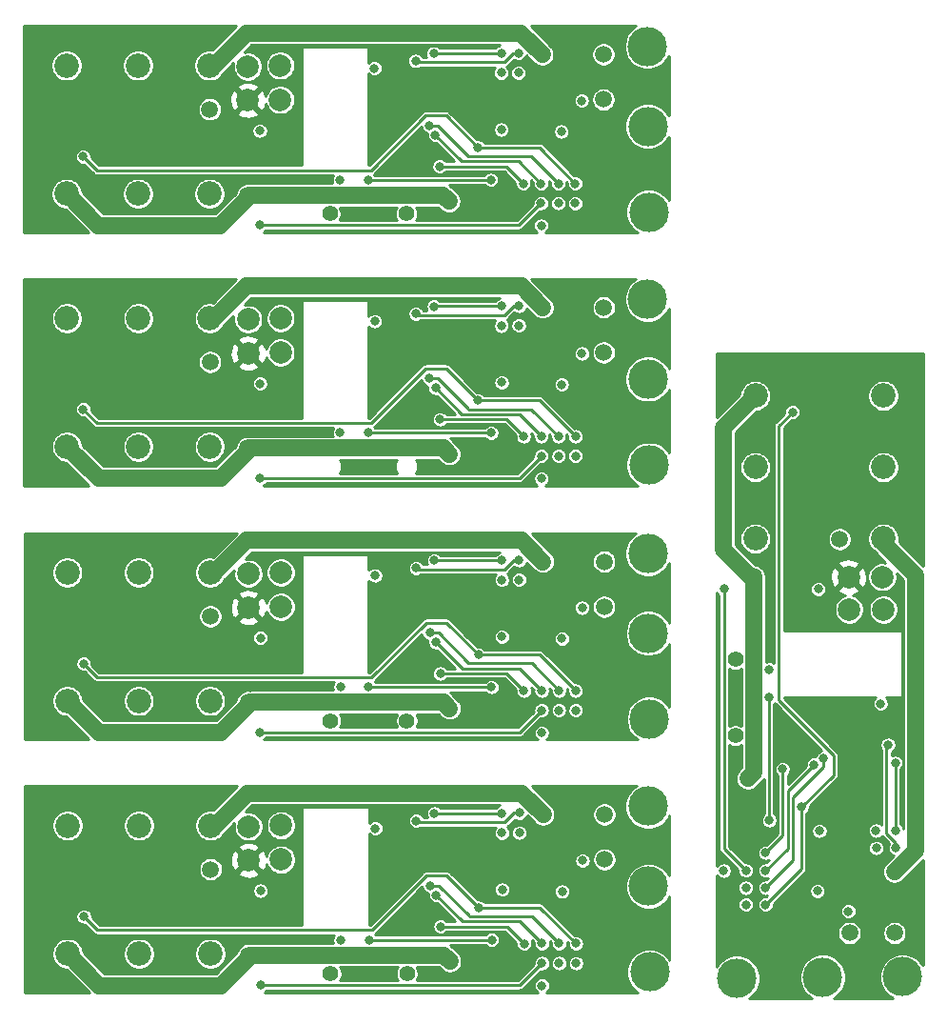
<source format=gbr>
G04 #@! TF.GenerationSoftware,KiCad,Pcbnew,(5.1.4)-1*
G04 #@! TF.CreationDate,2020-04-09T11:04:36+02:00*
G04 #@! TF.ProjectId,output.test_prod_sky,6f757470-7574-42e7-9465-73745f70726f,rev?*
G04 #@! TF.SameCoordinates,Original*
G04 #@! TF.FileFunction,Copper,L2,Inr*
G04 #@! TF.FilePolarity,Positive*
%FSLAX46Y46*%
G04 Gerber Fmt 4.6, Leading zero omitted, Abs format (unit mm)*
G04 Created by KiCad (PCBNEW (5.1.4)-1) date 2020-04-09 11:04:36*
%MOMM*%
%LPD*%
G04 APERTURE LIST*
%ADD10C,2.175000*%
%ADD11C,2.000000*%
%ADD12C,1.400000*%
%ADD13C,3.500000*%
%ADD14C,0.800000*%
%ADD15C,1.500000*%
%ADD16C,1.500000*%
%ADD17C,0.250000*%
%ADD18C,0.254000*%
G04 APERTURE END LIST*
D10*
X185030000Y-91700000D03*
X185030000Y-85350000D03*
X185030000Y-79000000D03*
X196430000Y-91700000D03*
X196430000Y-85350000D03*
X196430000Y-79000000D03*
D11*
X196332000Y-95118000D03*
X193332000Y-95118000D03*
D12*
X183260000Y-109210000D03*
X183260000Y-102410000D03*
D11*
X193390000Y-98000000D03*
X196440000Y-98000000D03*
D13*
X183400000Y-130780000D03*
X191030000Y-130690000D03*
X198130000Y-130650000D03*
D10*
X136500000Y-83520000D03*
X130150000Y-83520000D03*
X123800000Y-83520000D03*
X136500000Y-72120000D03*
X130150000Y-72120000D03*
X123800000Y-72120000D03*
D11*
X139918000Y-72218000D03*
X139918000Y-75218000D03*
D13*
X175465000Y-55045000D03*
D11*
X142800000Y-75160000D03*
X142800000Y-72110000D03*
D13*
X175555000Y-62675000D03*
X175580000Y-85150000D03*
X175490000Y-77520000D03*
X175450000Y-70420000D03*
D11*
X142775000Y-52685000D03*
D13*
X175425000Y-47945000D03*
D11*
X142775000Y-49635000D03*
D10*
X123775000Y-49645000D03*
X130125000Y-49645000D03*
X136475000Y-49645000D03*
X123775000Y-61045000D03*
X130125000Y-61045000D03*
X136475000Y-61045000D03*
D12*
X147185000Y-62815000D03*
X153985000Y-62815000D03*
D11*
X139893000Y-52743000D03*
X139893000Y-49743000D03*
D10*
X136525000Y-106120000D03*
X130175000Y-106120000D03*
X123825000Y-106120000D03*
X136525000Y-94720000D03*
X130175000Y-94720000D03*
X123825000Y-94720000D03*
D11*
X139943000Y-94818000D03*
X139943000Y-97818000D03*
D12*
X154035000Y-107890000D03*
X147235000Y-107890000D03*
D11*
X142825000Y-97760000D03*
X142825000Y-94710000D03*
D13*
X175605000Y-107750000D03*
X175515000Y-100120000D03*
X175475000Y-93020000D03*
D11*
X139968000Y-120293000D03*
X139968000Y-117293000D03*
D10*
X123850000Y-117195000D03*
X130200000Y-117195000D03*
X136550000Y-117195000D03*
X123850000Y-128595000D03*
X130200000Y-128595000D03*
X136550000Y-128595000D03*
D11*
X142850000Y-117185000D03*
X142850000Y-120235000D03*
D13*
X175540000Y-122595000D03*
X175500000Y-115495000D03*
X175630000Y-130225000D03*
D12*
X147260000Y-130365000D03*
X154060000Y-130365000D03*
D14*
X152345000Y-130355000D03*
X152305000Y-119885000D03*
X131575000Y-125245000D03*
X152320000Y-107880000D03*
X152280000Y-97410000D03*
X131550000Y-102770000D03*
X152295000Y-85280000D03*
X152255000Y-74810000D03*
X131525000Y-80170000D03*
X152270000Y-62805000D03*
X131500000Y-57695000D03*
X152230000Y-52335000D03*
X183270000Y-107495000D03*
X193740000Y-107455000D03*
X188380000Y-86725000D03*
X169660000Y-120315000D03*
D15*
X166155000Y-116215000D03*
X136580000Y-121085000D03*
D14*
X169635000Y-97840000D03*
D15*
X136555000Y-98610000D03*
X166130000Y-93740000D03*
D14*
X169610000Y-75240000D03*
D15*
X136530000Y-76010000D03*
X166105000Y-71140000D03*
X166080000Y-48665000D03*
D14*
X169585000Y-52765000D03*
D15*
X136505000Y-53535000D03*
D14*
X193310000Y-124810000D03*
D15*
X192540000Y-91730000D03*
X197410000Y-121305000D03*
D14*
X162520000Y-122890000D03*
X162500000Y-117850000D03*
X167580000Y-129430000D03*
X169080000Y-129435000D03*
X148160000Y-127364999D03*
X148135000Y-104889999D03*
X162475000Y-95375000D03*
X167555000Y-106955000D03*
X169055000Y-106960000D03*
X162495000Y-100415000D03*
X148110000Y-82289999D03*
X162450000Y-72775000D03*
X167530000Y-84355000D03*
X169030000Y-84360000D03*
X162470000Y-77815000D03*
X162425000Y-50300000D03*
X148085000Y-59814999D03*
X162445000Y-55340000D03*
X167505000Y-61880000D03*
X169005000Y-61885000D03*
X186260001Y-103310000D03*
X195775000Y-117650000D03*
X184195000Y-122730000D03*
X184190000Y-124230000D03*
X190735000Y-117670000D03*
X166050000Y-129430000D03*
X141014999Y-131390001D03*
X141027000Y-122993000D03*
X140989999Y-108915001D03*
X166025000Y-106955000D03*
X141002000Y-100518000D03*
X140964999Y-86315001D03*
X166000000Y-84355000D03*
X140977000Y-77918000D03*
X140939999Y-63840001D03*
X165975000Y-61880000D03*
X140952000Y-55443000D03*
X182234999Y-96164999D03*
X184195000Y-121200000D03*
X190632000Y-96177000D03*
X167860000Y-123065000D03*
X164040000Y-117835000D03*
X167835000Y-100590000D03*
X164015000Y-95360000D03*
X167810000Y-77990000D03*
X163990000Y-72760000D03*
X167785000Y-55515000D03*
X163965000Y-50285000D03*
X190560000Y-123010000D03*
X195790000Y-119190000D03*
X151229412Y-117447037D03*
X151204412Y-94972037D03*
X151179412Y-72372037D03*
X151154412Y-49897037D03*
X196177963Y-106379412D03*
X164040000Y-116085000D03*
X154880000Y-116785000D03*
X154855000Y-94310000D03*
X164015000Y-93610000D03*
X154830000Y-71710000D03*
X163990000Y-71010000D03*
X154805000Y-49235000D03*
X163965000Y-48535000D03*
X196840000Y-110030000D03*
X197540000Y-119190000D03*
X169080000Y-127685000D03*
X160430000Y-124495000D03*
X125300000Y-125285000D03*
X125275000Y-102810000D03*
X169055000Y-105210000D03*
X160405000Y-102020000D03*
X125250000Y-80210000D03*
X169030000Y-82610000D03*
X160380000Y-79420000D03*
X125225000Y-57735000D03*
X160355000Y-56945000D03*
X169005000Y-60135000D03*
X188340000Y-80450000D03*
X185940000Y-124230000D03*
X189130000Y-115580000D03*
X166050000Y-127680000D03*
X166060000Y-131425000D03*
X156641141Y-123375381D03*
X166035000Y-108950000D03*
X166025000Y-105205000D03*
X156616141Y-100900381D03*
X166010000Y-86350000D03*
X166000000Y-82605000D03*
X156591141Y-78300381D03*
X165985000Y-63875000D03*
X165975000Y-60130000D03*
X156566141Y-55825381D03*
X182200000Y-121210000D03*
X185945000Y-121200000D03*
X190249619Y-111791141D03*
X164470000Y-127695000D03*
X157030000Y-126165000D03*
X164445000Y-105220000D03*
X157005000Y-103690000D03*
X164420000Y-82620000D03*
X156980000Y-81090000D03*
X156955000Y-58615000D03*
X164395000Y-60145000D03*
X185930000Y-119620000D03*
X187460000Y-112180000D03*
X150660000Y-127364999D03*
X161580000Y-127360000D03*
X150635000Y-104889999D03*
X161555000Y-104885000D03*
X150610000Y-82289999D03*
X161530000Y-82285000D03*
X161505000Y-59810000D03*
X150585000Y-59814999D03*
X186260001Y-105810000D03*
X186265000Y-116730000D03*
X162500000Y-116100000D03*
X156490000Y-116125000D03*
X162475000Y-93625000D03*
X156465000Y-93650000D03*
X162450000Y-71025000D03*
X156440000Y-71050000D03*
X162425000Y-48550000D03*
X156415000Y-48575000D03*
X197525000Y-117650000D03*
X197500000Y-111640000D03*
X167580000Y-127680000D03*
X156100014Y-122534438D03*
X167555000Y-105205000D03*
X156075014Y-100059438D03*
X167530000Y-82605000D03*
X156050014Y-77459438D03*
X156025014Y-54984438D03*
X167505000Y-60130000D03*
X185945000Y-122730000D03*
X191090562Y-111250014D03*
D15*
X157870000Y-129265000D03*
X139939999Y-128714999D03*
X139914999Y-106239999D03*
X157845000Y-106790000D03*
X139889999Y-83639999D03*
X157820000Y-84190000D03*
X157795000Y-61715000D03*
X139864999Y-61164999D03*
X184910001Y-95089999D03*
X184360000Y-113020000D03*
X171605000Y-116215000D03*
X171580000Y-93740000D03*
X171555000Y-71140000D03*
X171530000Y-48665000D03*
X197410000Y-126755000D03*
X171605000Y-120215000D03*
X171580000Y-97740000D03*
X171555000Y-75140000D03*
X171530000Y-52665000D03*
X193410000Y-126755000D03*
D16*
X164256010Y-114316010D02*
X166155000Y-116215000D01*
X139832988Y-114316010D02*
X164256010Y-114316010D01*
X136953998Y-117195000D02*
X139832988Y-114316010D01*
X136550000Y-117195000D02*
X136953998Y-117195000D01*
X136928998Y-94720000D02*
X139807988Y-91841010D01*
X164231010Y-91841010D02*
X166130000Y-93740000D01*
X136525000Y-94720000D02*
X136928998Y-94720000D01*
X139807988Y-91841010D02*
X164231010Y-91841010D01*
X136903998Y-72120000D02*
X139782988Y-69241010D01*
X164206010Y-69241010D02*
X166105000Y-71140000D01*
X136500000Y-72120000D02*
X136903998Y-72120000D01*
X139782988Y-69241010D02*
X164206010Y-69241010D01*
X136878998Y-49645000D02*
X139757988Y-46766010D01*
X164181010Y-46766010D02*
X166080000Y-48665000D01*
X136475000Y-49645000D02*
X136878998Y-49645000D01*
X139757988Y-46766010D02*
X164181010Y-46766010D01*
X196430000Y-92103998D02*
X199308990Y-94982988D01*
X199308990Y-119406010D02*
X197410000Y-121305000D01*
X196430000Y-91700000D02*
X196430000Y-92103998D01*
X199308990Y-94982988D02*
X199308990Y-119406010D01*
D17*
X164089999Y-131390001D02*
X141014999Y-131390001D01*
X166050000Y-129430000D02*
X164089999Y-131390001D01*
X164064999Y-108915001D02*
X140989999Y-108915001D01*
X166025000Y-106955000D02*
X164064999Y-108915001D01*
X164039999Y-86315001D02*
X140964999Y-86315001D01*
X166000000Y-84355000D02*
X164039999Y-86315001D01*
X165975000Y-61880000D02*
X164014999Y-63840001D01*
X164014999Y-63840001D02*
X140939999Y-63840001D01*
X182234999Y-119239999D02*
X182234999Y-96164999D01*
X184195000Y-121200000D02*
X182234999Y-119239999D01*
X163588002Y-116085000D02*
X162758002Y-116915000D01*
X164040000Y-116085000D02*
X163588002Y-116085000D01*
X162758002Y-116915000D02*
X155010000Y-116915000D01*
X155010000Y-116915000D02*
X154880000Y-116785000D01*
X164015000Y-93610000D02*
X163563002Y-93610000D01*
X163563002Y-93610000D02*
X162733002Y-94440000D01*
X154985000Y-94440000D02*
X154855000Y-94310000D01*
X162733002Y-94440000D02*
X154985000Y-94440000D01*
X163965000Y-48535000D02*
X163513002Y-48535000D01*
X163990000Y-71010000D02*
X163538002Y-71010000D01*
X163538002Y-71010000D02*
X162708002Y-71840000D01*
X154960000Y-71840000D02*
X154830000Y-71710000D01*
X162708002Y-71840000D02*
X154960000Y-71840000D01*
X154935000Y-49365000D02*
X154805000Y-49235000D01*
X163513002Y-48535000D02*
X162683002Y-49365000D01*
X162683002Y-49365000D02*
X154935000Y-49365000D01*
X197540000Y-119190000D02*
X197540000Y-118738002D01*
X197540000Y-118738002D02*
X196710000Y-117908002D01*
X196710000Y-110160000D02*
X196840000Y-110030000D01*
X196710000Y-117908002D02*
X196710000Y-110160000D01*
X169080000Y-127685000D02*
X165890000Y-124495000D01*
X165890000Y-124495000D02*
X160430000Y-124495000D01*
X150924990Y-126500010D02*
X126515010Y-126500010D01*
X155773939Y-121651061D02*
X150924990Y-126500010D01*
X160430000Y-124495000D02*
X157586061Y-121651061D01*
X157586061Y-121651061D02*
X155773939Y-121651061D01*
X126515010Y-126500010D02*
X125300000Y-125285000D01*
X157561061Y-99176061D02*
X155748939Y-99176061D01*
X160405000Y-102020000D02*
X157561061Y-99176061D01*
X165865000Y-102020000D02*
X160405000Y-102020000D01*
X169055000Y-105210000D02*
X165865000Y-102020000D01*
X126490010Y-104025010D02*
X125275000Y-102810000D01*
X155748939Y-99176061D02*
X150899990Y-104025010D01*
X150899990Y-104025010D02*
X126490010Y-104025010D01*
X126440010Y-58950010D02*
X125225000Y-57735000D01*
X160355000Y-56945000D02*
X157511061Y-54101061D01*
X155698939Y-54101061D02*
X150849990Y-58950010D01*
X157511061Y-54101061D02*
X155698939Y-54101061D01*
X165815000Y-56945000D02*
X160355000Y-56945000D01*
X169005000Y-60135000D02*
X165815000Y-56945000D01*
X150849990Y-58950010D02*
X126440010Y-58950010D01*
X157536061Y-76576061D02*
X155723939Y-76576061D01*
X160380000Y-79420000D02*
X157536061Y-76576061D01*
X165840000Y-79420000D02*
X160380000Y-79420000D01*
X169030000Y-82610000D02*
X165840000Y-79420000D01*
X126465010Y-81425010D02*
X125250000Y-80210000D01*
X155723939Y-76576061D02*
X150874990Y-81425010D01*
X150874990Y-81425010D02*
X126465010Y-81425010D01*
X191973939Y-112736061D02*
X191973939Y-110923939D01*
X189130000Y-115580000D02*
X191973939Y-112736061D01*
X189130000Y-121040000D02*
X189130000Y-115580000D01*
X185940000Y-124230000D02*
X189130000Y-121040000D01*
X187124990Y-81665010D02*
X188340000Y-80450000D01*
X191973939Y-110923939D02*
X187124990Y-106074990D01*
X187124990Y-106074990D02*
X187124990Y-81665010D01*
X164084990Y-125714990D02*
X161644402Y-125714990D01*
X166050000Y-127680000D02*
X164084990Y-125714990D01*
X161644402Y-125714990D02*
X158980750Y-125714990D01*
X158980750Y-125714990D02*
X156641141Y-123375381D01*
X166025000Y-105205000D02*
X164059990Y-103239990D01*
X164059990Y-103239990D02*
X161619402Y-103239990D01*
X158955750Y-103239990D02*
X156616141Y-100900381D01*
X161619402Y-103239990D02*
X158955750Y-103239990D01*
X164009990Y-58164990D02*
X161569402Y-58164990D01*
X165975000Y-60130000D02*
X164009990Y-58164990D01*
X161569402Y-58164990D02*
X158905750Y-58164990D01*
X158905750Y-58164990D02*
X156566141Y-55825381D01*
X166000000Y-82605000D02*
X164034990Y-80639990D01*
X164034990Y-80639990D02*
X161594402Y-80639990D01*
X158930750Y-80639990D02*
X156591141Y-78300381D01*
X161594402Y-80639990D02*
X158930750Y-80639990D01*
X185945000Y-121200000D02*
X187910010Y-119234990D01*
X187910010Y-119234990D02*
X187910010Y-116794402D01*
X187910010Y-114130750D02*
X190249619Y-111791141D01*
X187910010Y-116794402D02*
X187910010Y-114130750D01*
X161458002Y-126165000D02*
X157030000Y-126165000D01*
X164470000Y-127695000D02*
X162940000Y-126165000D01*
X162940000Y-126165000D02*
X161458002Y-126165000D01*
X161433002Y-103690000D02*
X157005000Y-103690000D01*
X164445000Y-105220000D02*
X162915000Y-103690000D01*
X162915000Y-103690000D02*
X161433002Y-103690000D01*
X161383002Y-58615000D02*
X156955000Y-58615000D01*
X164395000Y-60145000D02*
X162865000Y-58615000D01*
X161408002Y-81090000D02*
X156980000Y-81090000D01*
X164420000Y-82620000D02*
X162890000Y-81090000D01*
X162890000Y-81090000D02*
X161408002Y-81090000D01*
X162865000Y-58615000D02*
X161383002Y-58615000D01*
X187460000Y-116608002D02*
X187460000Y-112180000D01*
X185930000Y-119620000D02*
X187460000Y-118090000D01*
X187460000Y-118090000D02*
X187460000Y-116608002D01*
X150660000Y-127364999D02*
X161575001Y-127364999D01*
X161575001Y-127364999D02*
X161580000Y-127360000D01*
X161550001Y-104889999D02*
X161555000Y-104885000D01*
X150635000Y-104889999D02*
X161550001Y-104889999D01*
X161500001Y-59814999D02*
X161505000Y-59810000D01*
X161525001Y-82289999D02*
X161530000Y-82285000D01*
X150610000Y-82289999D02*
X161525001Y-82289999D01*
X150585000Y-59814999D02*
X161500001Y-59814999D01*
X186260001Y-116725001D02*
X186265000Y-116730000D01*
X186260001Y-105810000D02*
X186260001Y-116725001D01*
X162500000Y-116100000D02*
X156515000Y-116100000D01*
X156515000Y-116100000D02*
X156490000Y-116125000D01*
X162475000Y-93625000D02*
X156490000Y-93625000D01*
X156490000Y-93625000D02*
X156465000Y-93650000D01*
X162425000Y-48550000D02*
X156440000Y-48550000D01*
X162450000Y-71025000D02*
X156465000Y-71025000D01*
X156465000Y-71025000D02*
X156440000Y-71050000D01*
X156440000Y-48550000D02*
X156415000Y-48575000D01*
X197525000Y-117650000D02*
X197525000Y-111665000D01*
X197525000Y-111665000D02*
X197500000Y-111640000D01*
X156665699Y-122534438D02*
X156100014Y-122534438D01*
X156873200Y-122534438D02*
X156665699Y-122534438D01*
X159567014Y-125228252D02*
X156873200Y-122534438D01*
X159567014Y-125264980D02*
X159567014Y-125228252D01*
X165164980Y-125264980D02*
X159567014Y-125264980D01*
X167580000Y-127680000D02*
X165164980Y-125264980D01*
X156640699Y-100059438D02*
X156075014Y-100059438D01*
X156848200Y-100059438D02*
X156640699Y-100059438D01*
X159542014Y-102753252D02*
X156848200Y-100059438D01*
X159542014Y-102789980D02*
X159542014Y-102753252D01*
X165139980Y-102789980D02*
X159542014Y-102789980D01*
X167555000Y-105205000D02*
X165139980Y-102789980D01*
X156590699Y-54984438D02*
X156025014Y-54984438D01*
X156615699Y-77459438D02*
X156050014Y-77459438D01*
X156823200Y-77459438D02*
X156615699Y-77459438D01*
X159517014Y-80153252D02*
X156823200Y-77459438D01*
X159517014Y-80189980D02*
X159517014Y-80153252D01*
X165114980Y-80189980D02*
X159517014Y-80189980D01*
X167530000Y-82605000D02*
X165114980Y-80189980D01*
X156798200Y-54984438D02*
X156590699Y-54984438D01*
X165089980Y-57714980D02*
X159492014Y-57714980D01*
X167505000Y-60130000D02*
X165089980Y-57714980D01*
X159492014Y-57678252D02*
X156798200Y-54984438D01*
X159492014Y-57714980D02*
X159492014Y-57678252D01*
X191090562Y-111815699D02*
X191090562Y-111250014D01*
X191090562Y-112023200D02*
X191090562Y-111815699D01*
X188396748Y-114717014D02*
X191090562Y-112023200D01*
X188360020Y-114717014D02*
X188396748Y-114717014D01*
X188360020Y-120314980D02*
X188360020Y-114717014D01*
X185945000Y-122730000D02*
X188360020Y-120314980D01*
D16*
X123850000Y-128595000D02*
X126670990Y-131415990D01*
X126670990Y-131415990D02*
X137509008Y-131415990D01*
X137509008Y-131415990D02*
X140209999Y-128714999D01*
X157870000Y-129265000D02*
X157319999Y-128714999D01*
X157319999Y-128714999D02*
X140209999Y-128714999D01*
X157294999Y-106239999D02*
X140184999Y-106239999D01*
X123825000Y-106120000D02*
X126645990Y-108940990D01*
X126645990Y-108940990D02*
X137484008Y-108940990D01*
X137484008Y-108940990D02*
X140184999Y-106239999D01*
X157845000Y-106790000D02*
X157294999Y-106239999D01*
X157795000Y-61715000D02*
X157244999Y-61164999D01*
X123775000Y-61045000D02*
X126595990Y-63865990D01*
X157244999Y-61164999D02*
X140134999Y-61164999D01*
X126595990Y-63865990D02*
X137434008Y-63865990D01*
X137434008Y-63865990D02*
X140134999Y-61164999D01*
X157269999Y-83639999D02*
X140159999Y-83639999D01*
X123800000Y-83520000D02*
X126620990Y-86340990D01*
X126620990Y-86340990D02*
X137459008Y-86340990D01*
X137459008Y-86340990D02*
X140159999Y-83639999D01*
X157820000Y-84190000D02*
X157269999Y-83639999D01*
X184910001Y-112469999D02*
X184910001Y-95359999D01*
X185030000Y-79000000D02*
X182209010Y-81820990D01*
X182209010Y-81820990D02*
X182209010Y-92659008D01*
X182209010Y-92659008D02*
X184910001Y-95359999D01*
X184360000Y-113020000D02*
X184910001Y-112469999D01*
D18*
G36*
X136819496Y-115806395D02*
G01*
X136689316Y-115780500D01*
X136410684Y-115780500D01*
X136137406Y-115834859D01*
X135879983Y-115941487D01*
X135648309Y-116096286D01*
X135451286Y-116293309D01*
X135296487Y-116524983D01*
X135189859Y-116782406D01*
X135135500Y-117055684D01*
X135135500Y-117334316D01*
X135189859Y-117607594D01*
X135296487Y-117865017D01*
X135451286Y-118096691D01*
X135648309Y-118293714D01*
X135879983Y-118448513D01*
X136137406Y-118555141D01*
X136410684Y-118609500D01*
X136689316Y-118609500D01*
X136962594Y-118555141D01*
X137220017Y-118448513D01*
X137451691Y-118293714D01*
X137648714Y-118096691D01*
X137796314Y-117875791D01*
X138673577Y-116998529D01*
X138641000Y-117162302D01*
X138641000Y-117423698D01*
X138691996Y-117680072D01*
X138792028Y-117921570D01*
X138937252Y-118138913D01*
X139122087Y-118323748D01*
X139339430Y-118468972D01*
X139580928Y-118569004D01*
X139837302Y-118620000D01*
X140098698Y-118620000D01*
X140355072Y-118569004D01*
X140596570Y-118468972D01*
X140813913Y-118323748D01*
X140998748Y-118138913D01*
X141143972Y-117921570D01*
X141244004Y-117680072D01*
X141295000Y-117423698D01*
X141295000Y-117162302D01*
X141273518Y-117054302D01*
X141523000Y-117054302D01*
X141523000Y-117315698D01*
X141573996Y-117572072D01*
X141674028Y-117813570D01*
X141819252Y-118030913D01*
X142004087Y-118215748D01*
X142221430Y-118360972D01*
X142462928Y-118461004D01*
X142719302Y-118512000D01*
X142980698Y-118512000D01*
X143237072Y-118461004D01*
X143478570Y-118360972D01*
X143695913Y-118215748D01*
X143880748Y-118030913D01*
X144025972Y-117813570D01*
X144126004Y-117572072D01*
X144177000Y-117315698D01*
X144177000Y-117054302D01*
X144126004Y-116797928D01*
X144025972Y-116556430D01*
X143880748Y-116339087D01*
X143695913Y-116154252D01*
X143478570Y-116009028D01*
X143237072Y-115908996D01*
X142980698Y-115858000D01*
X142719302Y-115858000D01*
X142462928Y-115908996D01*
X142221430Y-116009028D01*
X142004087Y-116154252D01*
X141819252Y-116339087D01*
X141674028Y-116556430D01*
X141573996Y-116797928D01*
X141523000Y-117054302D01*
X141273518Y-117054302D01*
X141244004Y-116905928D01*
X141143972Y-116664430D01*
X140998748Y-116447087D01*
X140813913Y-116262252D01*
X140596570Y-116117028D01*
X140355072Y-116016996D01*
X140098698Y-115966000D01*
X139837302Y-115966000D01*
X139673529Y-115998576D01*
X140279096Y-115393010D01*
X162327799Y-115393010D01*
X162287942Y-115400938D01*
X162155636Y-115455741D01*
X162036564Y-115535302D01*
X161935302Y-115636564D01*
X161927661Y-115648000D01*
X157041134Y-115648000D01*
X156953436Y-115560302D01*
X156834364Y-115480741D01*
X156702058Y-115425938D01*
X156561603Y-115398000D01*
X156418397Y-115398000D01*
X156277942Y-115425938D01*
X156145636Y-115480741D01*
X156026564Y-115560302D01*
X155925302Y-115661564D01*
X155845741Y-115780636D01*
X155790938Y-115912942D01*
X155763000Y-116053397D01*
X155763000Y-116196603D01*
X155790938Y-116337058D01*
X155843105Y-116463000D01*
X155533522Y-116463000D01*
X155524259Y-116440636D01*
X155444698Y-116321564D01*
X155343436Y-116220302D01*
X155224364Y-116140741D01*
X155092058Y-116085938D01*
X154951603Y-116058000D01*
X154808397Y-116058000D01*
X154667942Y-116085938D01*
X154535636Y-116140741D01*
X154416564Y-116220302D01*
X154315302Y-116321564D01*
X154235741Y-116440636D01*
X154180938Y-116572942D01*
X154153000Y-116713397D01*
X154153000Y-116856603D01*
X154180938Y-116997058D01*
X154235741Y-117129364D01*
X154315302Y-117248436D01*
X154416564Y-117349698D01*
X154535636Y-117429259D01*
X154667942Y-117484062D01*
X154808397Y-117512000D01*
X154951603Y-117512000D01*
X155092058Y-117484062D01*
X155224364Y-117429259D01*
X155317542Y-117367000D01*
X161954866Y-117367000D01*
X161935302Y-117386564D01*
X161855741Y-117505636D01*
X161800938Y-117637942D01*
X161773000Y-117778397D01*
X161773000Y-117921603D01*
X161800938Y-118062058D01*
X161855741Y-118194364D01*
X161935302Y-118313436D01*
X162036564Y-118414698D01*
X162155636Y-118494259D01*
X162287942Y-118549062D01*
X162428397Y-118577000D01*
X162571603Y-118577000D01*
X162712058Y-118549062D01*
X162844364Y-118494259D01*
X162963436Y-118414698D01*
X163064698Y-118313436D01*
X163144259Y-118194364D01*
X163199062Y-118062058D01*
X163227000Y-117921603D01*
X163227000Y-117778397D01*
X163224017Y-117763397D01*
X163313000Y-117763397D01*
X163313000Y-117906603D01*
X163340938Y-118047058D01*
X163395741Y-118179364D01*
X163475302Y-118298436D01*
X163576564Y-118399698D01*
X163695636Y-118479259D01*
X163827942Y-118534062D01*
X163968397Y-118562000D01*
X164111603Y-118562000D01*
X164252058Y-118534062D01*
X164384364Y-118479259D01*
X164503436Y-118399698D01*
X164604698Y-118298436D01*
X164684259Y-118179364D01*
X164739062Y-118047058D01*
X164767000Y-117906603D01*
X164767000Y-117763397D01*
X164739062Y-117622942D01*
X164684259Y-117490636D01*
X164604698Y-117371564D01*
X164503436Y-117270302D01*
X164384364Y-117190741D01*
X164252058Y-117135938D01*
X164111603Y-117108000D01*
X163968397Y-117108000D01*
X163827942Y-117135938D01*
X163695636Y-117190741D01*
X163576564Y-117270302D01*
X163475302Y-117371564D01*
X163395741Y-117490636D01*
X163340938Y-117622942D01*
X163313000Y-117763397D01*
X163224017Y-117763397D01*
X163199062Y-117637942D01*
X163144259Y-117505636D01*
X163064698Y-117386564D01*
X162984556Y-117306422D01*
X163010335Y-117292643D01*
X163079161Y-117236159D01*
X163093325Y-117218900D01*
X163628096Y-116684130D01*
X163695636Y-116729259D01*
X163827942Y-116784062D01*
X163968397Y-116812000D01*
X164111603Y-116812000D01*
X164252058Y-116784062D01*
X164384364Y-116729259D01*
X164503436Y-116649698D01*
X164604698Y-116548436D01*
X164684259Y-116429364D01*
X164731707Y-116314815D01*
X165430858Y-117013966D01*
X165430864Y-117013971D01*
X165468453Y-117051560D01*
X165512655Y-117081095D01*
X165553755Y-117114825D01*
X165600642Y-117139887D01*
X165644849Y-117169425D01*
X165693970Y-117189771D01*
X165740855Y-117214832D01*
X165791732Y-117230265D01*
X165840851Y-117250611D01*
X165892995Y-117260983D01*
X165943870Y-117276416D01*
X165996777Y-117281627D01*
X166048925Y-117292000D01*
X166102092Y-117292000D01*
X166154999Y-117297211D01*
X166207906Y-117292000D01*
X166261075Y-117292000D01*
X166313224Y-117281627D01*
X166366129Y-117276416D01*
X166417002Y-117260984D01*
X166469149Y-117250611D01*
X166518271Y-117230264D01*
X166569144Y-117214832D01*
X166616026Y-117189773D01*
X166665151Y-117169425D01*
X166709362Y-117139884D01*
X166756244Y-117114825D01*
X166797339Y-117081099D01*
X166841547Y-117051560D01*
X166879143Y-117013964D01*
X166920238Y-116980238D01*
X166953964Y-116939143D01*
X166991560Y-116901547D01*
X167021099Y-116857339D01*
X167054825Y-116816244D01*
X167079884Y-116769362D01*
X167109425Y-116725151D01*
X167129773Y-116676026D01*
X167154832Y-116629144D01*
X167170264Y-116578271D01*
X167190611Y-116529149D01*
X167200984Y-116477002D01*
X167216416Y-116426129D01*
X167221627Y-116373224D01*
X167232000Y-116321075D01*
X167232000Y-116267906D01*
X167237211Y-116214999D01*
X167232000Y-116162092D01*
X167232000Y-116108925D01*
X170528000Y-116108925D01*
X170528000Y-116321075D01*
X170569389Y-116529149D01*
X170650575Y-116725151D01*
X170768440Y-116901547D01*
X170918453Y-117051560D01*
X171094849Y-117169425D01*
X171290851Y-117250611D01*
X171498925Y-117292000D01*
X171711075Y-117292000D01*
X171919149Y-117250611D01*
X172115151Y-117169425D01*
X172291547Y-117051560D01*
X172441560Y-116901547D01*
X172559425Y-116725151D01*
X172640611Y-116529149D01*
X172682000Y-116321075D01*
X172682000Y-116108925D01*
X172640611Y-115900851D01*
X172559425Y-115704849D01*
X172441560Y-115528453D01*
X172291547Y-115378440D01*
X172115151Y-115260575D01*
X171919149Y-115179389D01*
X171711075Y-115138000D01*
X171498925Y-115138000D01*
X171290851Y-115179389D01*
X171094849Y-115260575D01*
X170918453Y-115378440D01*
X170768440Y-115528453D01*
X170650575Y-115704849D01*
X170569389Y-115900851D01*
X170528000Y-116108925D01*
X167232000Y-116108925D01*
X167221627Y-116056777D01*
X167216416Y-116003870D01*
X167200983Y-115952995D01*
X167190611Y-115900851D01*
X167170265Y-115851732D01*
X167154832Y-115800855D01*
X167129771Y-115753970D01*
X167109425Y-115704849D01*
X167079887Y-115660642D01*
X167054825Y-115613755D01*
X167021095Y-115572655D01*
X166991560Y-115528453D01*
X166953971Y-115490864D01*
X166953966Y-115490858D01*
X165156107Y-113693000D01*
X174458381Y-113693000D01*
X174175989Y-113881689D01*
X173886689Y-114170989D01*
X173659386Y-114511171D01*
X173502818Y-114889161D01*
X173423000Y-115290433D01*
X173423000Y-115699567D01*
X173502818Y-116100839D01*
X173659386Y-116478829D01*
X173886689Y-116819011D01*
X174175989Y-117108311D01*
X174516171Y-117335614D01*
X174894161Y-117492182D01*
X175295433Y-117572000D01*
X175704567Y-117572000D01*
X176105839Y-117492182D01*
X176483829Y-117335614D01*
X176824011Y-117108311D01*
X177113311Y-116819011D01*
X177340614Y-116478829D01*
X177398001Y-116340284D01*
X177398001Y-121653146D01*
X177380614Y-121611171D01*
X177153311Y-121270989D01*
X176864011Y-120981689D01*
X176523829Y-120754386D01*
X176145839Y-120597818D01*
X175744567Y-120518000D01*
X175335433Y-120518000D01*
X174934161Y-120597818D01*
X174556171Y-120754386D01*
X174215989Y-120981689D01*
X173926689Y-121270989D01*
X173699386Y-121611171D01*
X173542818Y-121989161D01*
X173463000Y-122390433D01*
X173463000Y-122799567D01*
X173542818Y-123200839D01*
X173699386Y-123578829D01*
X173926689Y-123919011D01*
X174215989Y-124208311D01*
X174556171Y-124435614D01*
X174934161Y-124592182D01*
X175335433Y-124672000D01*
X175744567Y-124672000D01*
X176145839Y-124592182D01*
X176523829Y-124435614D01*
X176864011Y-124208311D01*
X177153311Y-123919011D01*
X177380614Y-123578829D01*
X177398000Y-123536854D01*
X177398000Y-129132497D01*
X177243311Y-128900989D01*
X176954011Y-128611689D01*
X176613829Y-128384386D01*
X176235839Y-128227818D01*
X175834567Y-128148000D01*
X175425433Y-128148000D01*
X175024161Y-128227818D01*
X174646171Y-128384386D01*
X174305989Y-128611689D01*
X174016689Y-128900989D01*
X173789386Y-129241171D01*
X173632818Y-129619161D01*
X173553000Y-130020433D01*
X173553000Y-130429567D01*
X173632818Y-130830839D01*
X173789386Y-131208829D01*
X174016689Y-131549011D01*
X174305989Y-131838311D01*
X174606340Y-132039000D01*
X166449650Y-132039000D01*
X166523436Y-131989698D01*
X166624698Y-131888436D01*
X166704259Y-131769364D01*
X166759062Y-131637058D01*
X166787000Y-131496603D01*
X166787000Y-131353397D01*
X166759062Y-131212942D01*
X166704259Y-131080636D01*
X166624698Y-130961564D01*
X166523436Y-130860302D01*
X166404364Y-130780741D01*
X166272058Y-130725938D01*
X166131603Y-130698000D01*
X165988397Y-130698000D01*
X165847942Y-130725938D01*
X165715636Y-130780741D01*
X165596564Y-130860302D01*
X165495302Y-130961564D01*
X165415741Y-131080636D01*
X165360938Y-131212942D01*
X165333000Y-131353397D01*
X165333000Y-131496603D01*
X165360938Y-131637058D01*
X165415741Y-131769364D01*
X165495302Y-131888436D01*
X165596564Y-131989698D01*
X165670350Y-132039000D01*
X141347920Y-132039000D01*
X141359363Y-132034260D01*
X141478435Y-131954699D01*
X141579697Y-131853437D01*
X141587338Y-131842001D01*
X164067794Y-131842001D01*
X164089999Y-131844188D01*
X164112204Y-131842001D01*
X164178606Y-131835461D01*
X164263809Y-131809615D01*
X164342332Y-131767644D01*
X164411158Y-131711160D01*
X164425322Y-131693901D01*
X165964907Y-130154317D01*
X165978397Y-130157000D01*
X166121603Y-130157000D01*
X166262058Y-130129062D01*
X166394364Y-130074259D01*
X166513436Y-129994698D01*
X166614698Y-129893436D01*
X166694259Y-129774364D01*
X166749062Y-129642058D01*
X166777000Y-129501603D01*
X166777000Y-129358397D01*
X166853000Y-129358397D01*
X166853000Y-129501603D01*
X166880938Y-129642058D01*
X166935741Y-129774364D01*
X167015302Y-129893436D01*
X167116564Y-129994698D01*
X167235636Y-130074259D01*
X167367942Y-130129062D01*
X167508397Y-130157000D01*
X167651603Y-130157000D01*
X167792058Y-130129062D01*
X167924364Y-130074259D01*
X168043436Y-129994698D01*
X168144698Y-129893436D01*
X168224259Y-129774364D01*
X168279062Y-129642058D01*
X168307000Y-129501603D01*
X168307000Y-129363397D01*
X168353000Y-129363397D01*
X168353000Y-129506603D01*
X168380938Y-129647058D01*
X168435741Y-129779364D01*
X168515302Y-129898436D01*
X168616564Y-129999698D01*
X168735636Y-130079259D01*
X168867942Y-130134062D01*
X169008397Y-130162000D01*
X169151603Y-130162000D01*
X169292058Y-130134062D01*
X169424364Y-130079259D01*
X169543436Y-129999698D01*
X169644698Y-129898436D01*
X169724259Y-129779364D01*
X169779062Y-129647058D01*
X169807000Y-129506603D01*
X169807000Y-129363397D01*
X169779062Y-129222942D01*
X169724259Y-129090636D01*
X169644698Y-128971564D01*
X169543436Y-128870302D01*
X169424364Y-128790741D01*
X169292058Y-128735938D01*
X169151603Y-128708000D01*
X169008397Y-128708000D01*
X168867942Y-128735938D01*
X168735636Y-128790741D01*
X168616564Y-128870302D01*
X168515302Y-128971564D01*
X168435741Y-129090636D01*
X168380938Y-129222942D01*
X168353000Y-129363397D01*
X168307000Y-129363397D01*
X168307000Y-129358397D01*
X168279062Y-129217942D01*
X168224259Y-129085636D01*
X168144698Y-128966564D01*
X168043436Y-128865302D01*
X167924364Y-128785741D01*
X167792058Y-128730938D01*
X167651603Y-128703000D01*
X167508397Y-128703000D01*
X167367942Y-128730938D01*
X167235636Y-128785741D01*
X167116564Y-128865302D01*
X167015302Y-128966564D01*
X166935741Y-129085636D01*
X166880938Y-129217942D01*
X166853000Y-129358397D01*
X166777000Y-129358397D01*
X166749062Y-129217942D01*
X166694259Y-129085636D01*
X166614698Y-128966564D01*
X166513436Y-128865302D01*
X166394364Y-128785741D01*
X166262058Y-128730938D01*
X166121603Y-128703000D01*
X165978397Y-128703000D01*
X165837942Y-128730938D01*
X165705636Y-128785741D01*
X165586564Y-128865302D01*
X165485302Y-128966564D01*
X165405741Y-129085636D01*
X165350938Y-129217942D01*
X165323000Y-129358397D01*
X165323000Y-129501603D01*
X165325683Y-129515093D01*
X163902776Y-130938001D01*
X154912295Y-130938001D01*
X154970115Y-130851467D01*
X155047533Y-130664565D01*
X155087000Y-130466151D01*
X155087000Y-130263849D01*
X155047533Y-130065435D01*
X154970115Y-129878533D01*
X154912295Y-129791999D01*
X156873892Y-129791999D01*
X157183453Y-130101560D01*
X157227660Y-130131099D01*
X157268756Y-130164825D01*
X157315639Y-130189885D01*
X157359849Y-130219425D01*
X157408971Y-130239772D01*
X157455855Y-130264832D01*
X157506732Y-130280265D01*
X157555851Y-130300611D01*
X157607995Y-130310983D01*
X157658870Y-130326416D01*
X157711777Y-130331627D01*
X157763925Y-130342000D01*
X157817093Y-130342000D01*
X157870000Y-130347211D01*
X157922907Y-130342000D01*
X157976075Y-130342000D01*
X158028224Y-130331627D01*
X158081129Y-130326416D01*
X158132002Y-130310984D01*
X158184149Y-130300611D01*
X158233271Y-130280264D01*
X158284144Y-130264832D01*
X158331026Y-130239773D01*
X158380151Y-130219425D01*
X158424362Y-130189884D01*
X158471244Y-130164825D01*
X158512339Y-130131099D01*
X158556547Y-130101560D01*
X158594143Y-130063964D01*
X158635238Y-130030238D01*
X158668964Y-129989143D01*
X158706560Y-129951547D01*
X158736099Y-129907339D01*
X158769825Y-129866244D01*
X158794884Y-129819362D01*
X158824425Y-129775151D01*
X158844773Y-129726026D01*
X158869832Y-129679144D01*
X158885264Y-129628271D01*
X158905611Y-129579149D01*
X158915984Y-129527002D01*
X158931416Y-129476129D01*
X158936627Y-129423224D01*
X158947000Y-129371075D01*
X158947000Y-129317907D01*
X158952211Y-129265000D01*
X158947000Y-129212093D01*
X158947000Y-129158925D01*
X158936627Y-129106777D01*
X158931416Y-129053870D01*
X158915983Y-129002995D01*
X158905611Y-128950851D01*
X158885265Y-128901732D01*
X158869832Y-128850855D01*
X158844772Y-128803971D01*
X158824425Y-128754849D01*
X158794885Y-128710639D01*
X158769825Y-128663756D01*
X158736099Y-128622660D01*
X158706560Y-128578453D01*
X158118972Y-127990865D01*
X158085238Y-127949760D01*
X157923468Y-127816999D01*
X161011001Y-127816999D01*
X161015302Y-127823436D01*
X161116564Y-127924698D01*
X161235636Y-128004259D01*
X161367942Y-128059062D01*
X161508397Y-128087000D01*
X161651603Y-128087000D01*
X161792058Y-128059062D01*
X161924364Y-128004259D01*
X162043436Y-127924698D01*
X162144698Y-127823436D01*
X162224259Y-127704364D01*
X162279062Y-127572058D01*
X162307000Y-127431603D01*
X162307000Y-127288397D01*
X162279062Y-127147942D01*
X162224259Y-127015636D01*
X162144698Y-126896564D01*
X162043436Y-126795302D01*
X161924364Y-126715741D01*
X161792058Y-126660938D01*
X161651603Y-126633000D01*
X161508397Y-126633000D01*
X161367942Y-126660938D01*
X161235636Y-126715741D01*
X161116564Y-126795302D01*
X161015302Y-126896564D01*
X161004321Y-126912999D01*
X151232339Y-126912999D01*
X151224698Y-126901563D01*
X151190211Y-126867076D01*
X151246149Y-126821169D01*
X151260313Y-126803910D01*
X155387144Y-122677080D01*
X155400952Y-122746496D01*
X155455755Y-122878802D01*
X155535316Y-122997874D01*
X155636578Y-123099136D01*
X155755650Y-123178697D01*
X155887956Y-123233500D01*
X155926591Y-123241185D01*
X155914141Y-123303778D01*
X155914141Y-123446984D01*
X155942079Y-123587439D01*
X155996882Y-123719745D01*
X156076443Y-123838817D01*
X156177705Y-123940079D01*
X156296777Y-124019640D01*
X156429083Y-124074443D01*
X156569538Y-124102381D01*
X156712744Y-124102381D01*
X156726234Y-124099698D01*
X158339536Y-125713000D01*
X157602339Y-125713000D01*
X157594698Y-125701564D01*
X157493436Y-125600302D01*
X157374364Y-125520741D01*
X157242058Y-125465938D01*
X157101603Y-125438000D01*
X156958397Y-125438000D01*
X156817942Y-125465938D01*
X156685636Y-125520741D01*
X156566564Y-125600302D01*
X156465302Y-125701564D01*
X156385741Y-125820636D01*
X156330938Y-125952942D01*
X156303000Y-126093397D01*
X156303000Y-126236603D01*
X156330938Y-126377058D01*
X156385741Y-126509364D01*
X156465302Y-126628436D01*
X156566564Y-126729698D01*
X156685636Y-126809259D01*
X156817942Y-126864062D01*
X156958397Y-126892000D01*
X157101603Y-126892000D01*
X157242058Y-126864062D01*
X157374364Y-126809259D01*
X157493436Y-126729698D01*
X157594698Y-126628436D01*
X157602339Y-126617000D01*
X162752777Y-126617000D01*
X163745683Y-127609907D01*
X163743000Y-127623397D01*
X163743000Y-127766603D01*
X163770938Y-127907058D01*
X163825741Y-128039364D01*
X163905302Y-128158436D01*
X164006564Y-128259698D01*
X164125636Y-128339259D01*
X164257942Y-128394062D01*
X164398397Y-128422000D01*
X164541603Y-128422000D01*
X164682058Y-128394062D01*
X164814364Y-128339259D01*
X164933436Y-128259698D01*
X165034698Y-128158436D01*
X165114259Y-128039364D01*
X165169062Y-127907058D01*
X165197000Y-127766603D01*
X165197000Y-127623397D01*
X165169062Y-127482942D01*
X165137485Y-127406709D01*
X165325683Y-127594907D01*
X165323000Y-127608397D01*
X165323000Y-127751603D01*
X165350938Y-127892058D01*
X165405741Y-128024364D01*
X165485302Y-128143436D01*
X165586564Y-128244698D01*
X165705636Y-128324259D01*
X165837942Y-128379062D01*
X165978397Y-128407000D01*
X166121603Y-128407000D01*
X166262058Y-128379062D01*
X166394364Y-128324259D01*
X166513436Y-128244698D01*
X166614698Y-128143436D01*
X166694259Y-128024364D01*
X166749062Y-127892058D01*
X166777000Y-127751603D01*
X166777000Y-127608397D01*
X166754113Y-127493337D01*
X166855683Y-127594907D01*
X166853000Y-127608397D01*
X166853000Y-127751603D01*
X166880938Y-127892058D01*
X166935741Y-128024364D01*
X167015302Y-128143436D01*
X167116564Y-128244698D01*
X167235636Y-128324259D01*
X167367942Y-128379062D01*
X167508397Y-128407000D01*
X167651603Y-128407000D01*
X167792058Y-128379062D01*
X167924364Y-128324259D01*
X168043436Y-128244698D01*
X168144698Y-128143436D01*
X168224259Y-128024364D01*
X168279062Y-127892058D01*
X168307000Y-127751603D01*
X168307000Y-127608397D01*
X168292804Y-127537029D01*
X168355683Y-127599908D01*
X168353000Y-127613397D01*
X168353000Y-127756603D01*
X168380938Y-127897058D01*
X168435741Y-128029364D01*
X168515302Y-128148436D01*
X168616564Y-128249698D01*
X168735636Y-128329259D01*
X168867942Y-128384062D01*
X169008397Y-128412000D01*
X169151603Y-128412000D01*
X169292058Y-128384062D01*
X169424364Y-128329259D01*
X169543436Y-128249698D01*
X169644698Y-128148436D01*
X169724259Y-128029364D01*
X169779062Y-127897058D01*
X169807000Y-127756603D01*
X169807000Y-127613397D01*
X169779062Y-127472942D01*
X169724259Y-127340636D01*
X169644698Y-127221564D01*
X169543436Y-127120302D01*
X169424364Y-127040741D01*
X169292058Y-126985938D01*
X169151603Y-126958000D01*
X169008397Y-126958000D01*
X168994908Y-126960683D01*
X166225323Y-124191100D01*
X166211159Y-124173841D01*
X166142333Y-124117357D01*
X166063810Y-124075386D01*
X165978607Y-124049540D01*
X165912205Y-124043000D01*
X165890000Y-124040813D01*
X165867795Y-124043000D01*
X161002339Y-124043000D01*
X160994698Y-124031564D01*
X160893436Y-123930302D01*
X160774364Y-123850741D01*
X160642058Y-123795938D01*
X160501603Y-123768000D01*
X160358397Y-123768000D01*
X160344908Y-123770683D01*
X159392622Y-122818397D01*
X161793000Y-122818397D01*
X161793000Y-122961603D01*
X161820938Y-123102058D01*
X161875741Y-123234364D01*
X161955302Y-123353436D01*
X162056564Y-123454698D01*
X162175636Y-123534259D01*
X162307942Y-123589062D01*
X162448397Y-123617000D01*
X162591603Y-123617000D01*
X162732058Y-123589062D01*
X162864364Y-123534259D01*
X162983436Y-123454698D01*
X163084698Y-123353436D01*
X163164259Y-123234364D01*
X163219062Y-123102058D01*
X163240675Y-122993397D01*
X167133000Y-122993397D01*
X167133000Y-123136603D01*
X167160938Y-123277058D01*
X167215741Y-123409364D01*
X167295302Y-123528436D01*
X167396564Y-123629698D01*
X167515636Y-123709259D01*
X167647942Y-123764062D01*
X167788397Y-123792000D01*
X167931603Y-123792000D01*
X168072058Y-123764062D01*
X168204364Y-123709259D01*
X168323436Y-123629698D01*
X168424698Y-123528436D01*
X168504259Y-123409364D01*
X168559062Y-123277058D01*
X168587000Y-123136603D01*
X168587000Y-122993397D01*
X168559062Y-122852942D01*
X168504259Y-122720636D01*
X168424698Y-122601564D01*
X168323436Y-122500302D01*
X168204364Y-122420741D01*
X168072058Y-122365938D01*
X167931603Y-122338000D01*
X167788397Y-122338000D01*
X167647942Y-122365938D01*
X167515636Y-122420741D01*
X167396564Y-122500302D01*
X167295302Y-122601564D01*
X167215741Y-122720636D01*
X167160938Y-122852942D01*
X167133000Y-122993397D01*
X163240675Y-122993397D01*
X163247000Y-122961603D01*
X163247000Y-122818397D01*
X163219062Y-122677942D01*
X163164259Y-122545636D01*
X163084698Y-122426564D01*
X162983436Y-122325302D01*
X162864364Y-122245741D01*
X162732058Y-122190938D01*
X162591603Y-122163000D01*
X162448397Y-122163000D01*
X162307942Y-122190938D01*
X162175636Y-122245741D01*
X162056564Y-122325302D01*
X161955302Y-122426564D01*
X161875741Y-122545636D01*
X161820938Y-122677942D01*
X161793000Y-122818397D01*
X159392622Y-122818397D01*
X157921384Y-121347161D01*
X157907220Y-121329902D01*
X157838394Y-121273418D01*
X157759871Y-121231447D01*
X157674668Y-121205601D01*
X157608266Y-121199061D01*
X157586061Y-121196874D01*
X157563856Y-121199061D01*
X155796141Y-121199061D01*
X155773938Y-121196874D01*
X155751735Y-121199061D01*
X155751734Y-121199061D01*
X155685332Y-121205601D01*
X155600129Y-121231447D01*
X155521606Y-121273418D01*
X155452780Y-121329902D01*
X155438625Y-121347150D01*
X150737767Y-126048010D01*
X150677000Y-126048010D01*
X150677000Y-120243397D01*
X168933000Y-120243397D01*
X168933000Y-120386603D01*
X168960938Y-120527058D01*
X169015741Y-120659364D01*
X169095302Y-120778436D01*
X169196564Y-120879698D01*
X169315636Y-120959259D01*
X169447942Y-121014062D01*
X169588397Y-121042000D01*
X169731603Y-121042000D01*
X169872058Y-121014062D01*
X170004364Y-120959259D01*
X170123436Y-120879698D01*
X170224698Y-120778436D01*
X170304259Y-120659364D01*
X170359062Y-120527058D01*
X170387000Y-120386603D01*
X170387000Y-120243397D01*
X170360253Y-120108925D01*
X170528000Y-120108925D01*
X170528000Y-120321075D01*
X170569389Y-120529149D01*
X170650575Y-120725151D01*
X170768440Y-120901547D01*
X170918453Y-121051560D01*
X171094849Y-121169425D01*
X171290851Y-121250611D01*
X171498925Y-121292000D01*
X171711075Y-121292000D01*
X171919149Y-121250611D01*
X172115151Y-121169425D01*
X172291547Y-121051560D01*
X172441560Y-120901547D01*
X172559425Y-120725151D01*
X172640611Y-120529149D01*
X172682000Y-120321075D01*
X172682000Y-120108925D01*
X172640611Y-119900851D01*
X172559425Y-119704849D01*
X172441560Y-119528453D01*
X172291547Y-119378440D01*
X172115151Y-119260575D01*
X171919149Y-119179389D01*
X171711075Y-119138000D01*
X171498925Y-119138000D01*
X171290851Y-119179389D01*
X171094849Y-119260575D01*
X170918453Y-119378440D01*
X170768440Y-119528453D01*
X170650575Y-119704849D01*
X170569389Y-119900851D01*
X170528000Y-120108925D01*
X170360253Y-120108925D01*
X170359062Y-120102942D01*
X170304259Y-119970636D01*
X170224698Y-119851564D01*
X170123436Y-119750302D01*
X170004364Y-119670741D01*
X169872058Y-119615938D01*
X169731603Y-119588000D01*
X169588397Y-119588000D01*
X169447942Y-119615938D01*
X169315636Y-119670741D01*
X169196564Y-119750302D01*
X169095302Y-119851564D01*
X169015741Y-119970636D01*
X168960938Y-120102942D01*
X168933000Y-120243397D01*
X150677000Y-120243397D01*
X150677000Y-117922759D01*
X150765976Y-118011735D01*
X150885048Y-118091296D01*
X151017354Y-118146099D01*
X151157809Y-118174037D01*
X151301015Y-118174037D01*
X151441470Y-118146099D01*
X151573776Y-118091296D01*
X151692848Y-118011735D01*
X151794110Y-117910473D01*
X151873671Y-117791401D01*
X151928474Y-117659095D01*
X151956412Y-117518640D01*
X151956412Y-117375434D01*
X151928474Y-117234979D01*
X151873671Y-117102673D01*
X151794110Y-116983601D01*
X151692848Y-116882339D01*
X151573776Y-116802778D01*
X151441470Y-116747975D01*
X151301015Y-116720037D01*
X151157809Y-116720037D01*
X151017354Y-116747975D01*
X150885048Y-116802778D01*
X150765976Y-116882339D01*
X150677000Y-116971315D01*
X150677000Y-115675000D01*
X150674560Y-115650224D01*
X150667333Y-115626399D01*
X150655597Y-115604443D01*
X150639803Y-115585197D01*
X150620557Y-115569403D01*
X150598601Y-115557667D01*
X150574776Y-115550440D01*
X150550000Y-115548000D01*
X144850000Y-115548000D01*
X144825224Y-115550440D01*
X144801399Y-115557667D01*
X144779443Y-115569403D01*
X144760197Y-115585197D01*
X144744403Y-115604443D01*
X144732667Y-115626399D01*
X144725440Y-115650224D01*
X144723000Y-115675000D01*
X144723000Y-126048010D01*
X126702234Y-126048010D01*
X126024317Y-125370093D01*
X126027000Y-125356603D01*
X126027000Y-125213397D01*
X125999062Y-125072942D01*
X125944259Y-124940636D01*
X125864698Y-124821564D01*
X125763436Y-124720302D01*
X125644364Y-124640741D01*
X125512058Y-124585938D01*
X125371603Y-124558000D01*
X125228397Y-124558000D01*
X125087942Y-124585938D01*
X124955636Y-124640741D01*
X124836564Y-124720302D01*
X124735302Y-124821564D01*
X124655741Y-124940636D01*
X124600938Y-125072942D01*
X124573000Y-125213397D01*
X124573000Y-125356603D01*
X124600938Y-125497058D01*
X124655741Y-125629364D01*
X124735302Y-125748436D01*
X124836564Y-125849698D01*
X124955636Y-125929259D01*
X125087942Y-125984062D01*
X125228397Y-126012000D01*
X125371603Y-126012000D01*
X125385093Y-126009317D01*
X126179691Y-126803915D01*
X126193851Y-126821169D01*
X126262677Y-126877653D01*
X126341041Y-126919539D01*
X126341200Y-126919624D01*
X126426402Y-126945470D01*
X126515010Y-126954197D01*
X126537215Y-126952010D01*
X147561595Y-126952010D01*
X147515741Y-127020635D01*
X147460938Y-127152941D01*
X147433000Y-127293396D01*
X147433000Y-127436602D01*
X147460938Y-127577057D01*
X147486181Y-127637999D01*
X140262905Y-127637999D01*
X140209998Y-127632788D01*
X140157091Y-127637999D01*
X140157090Y-127637999D01*
X140082838Y-127645312D01*
X140046074Y-127637999D01*
X139833924Y-127637999D01*
X139625850Y-127679388D01*
X139429848Y-127760574D01*
X139253452Y-127878439D01*
X139103439Y-128028452D01*
X138985574Y-128204848D01*
X138904388Y-128400850D01*
X138880389Y-128521502D01*
X137062901Y-130338990D01*
X127117098Y-130338990D01*
X125264500Y-128486393D01*
X125264500Y-128455684D01*
X128785500Y-128455684D01*
X128785500Y-128734316D01*
X128839859Y-129007594D01*
X128946487Y-129265017D01*
X129101286Y-129496691D01*
X129298309Y-129693714D01*
X129529983Y-129848513D01*
X129787406Y-129955141D01*
X130060684Y-130009500D01*
X130339316Y-130009500D01*
X130612594Y-129955141D01*
X130870017Y-129848513D01*
X131101691Y-129693714D01*
X131298714Y-129496691D01*
X131453513Y-129265017D01*
X131560141Y-129007594D01*
X131614500Y-128734316D01*
X131614500Y-128455684D01*
X135135500Y-128455684D01*
X135135500Y-128734316D01*
X135189859Y-129007594D01*
X135296487Y-129265017D01*
X135451286Y-129496691D01*
X135648309Y-129693714D01*
X135879983Y-129848513D01*
X136137406Y-129955141D01*
X136410684Y-130009500D01*
X136689316Y-130009500D01*
X136962594Y-129955141D01*
X137220017Y-129848513D01*
X137451691Y-129693714D01*
X137648714Y-129496691D01*
X137803513Y-129265017D01*
X137910141Y-129007594D01*
X137964500Y-128734316D01*
X137964500Y-128455684D01*
X137910141Y-128182406D01*
X137803513Y-127924983D01*
X137648714Y-127693309D01*
X137451691Y-127496286D01*
X137220017Y-127341487D01*
X136962594Y-127234859D01*
X136689316Y-127180500D01*
X136410684Y-127180500D01*
X136137406Y-127234859D01*
X135879983Y-127341487D01*
X135648309Y-127496286D01*
X135451286Y-127693309D01*
X135296487Y-127924983D01*
X135189859Y-128182406D01*
X135135500Y-128455684D01*
X131614500Y-128455684D01*
X131560141Y-128182406D01*
X131453513Y-127924983D01*
X131298714Y-127693309D01*
X131101691Y-127496286D01*
X130870017Y-127341487D01*
X130612594Y-127234859D01*
X130339316Y-127180500D01*
X130060684Y-127180500D01*
X129787406Y-127234859D01*
X129529983Y-127341487D01*
X129298309Y-127496286D01*
X129101286Y-127693309D01*
X128946487Y-127924983D01*
X128839859Y-128182406D01*
X128785500Y-128455684D01*
X125264500Y-128455684D01*
X125210141Y-128182406D01*
X125103513Y-127924983D01*
X124948714Y-127693309D01*
X124751691Y-127496286D01*
X124520017Y-127341487D01*
X124262594Y-127234859D01*
X123989316Y-127180500D01*
X123710684Y-127180500D01*
X123437406Y-127234859D01*
X123179983Y-127341487D01*
X122948309Y-127496286D01*
X122751286Y-127693309D01*
X122596487Y-127924983D01*
X122489859Y-128182406D01*
X122435500Y-128455684D01*
X122435500Y-128734316D01*
X122489859Y-129007594D01*
X122596487Y-129265017D01*
X122751286Y-129496691D01*
X122948309Y-129693714D01*
X123179983Y-129848513D01*
X123437406Y-129955141D01*
X123710684Y-130009500D01*
X123741393Y-130009500D01*
X125770892Y-132039000D01*
X120052000Y-132039000D01*
X120052000Y-122921397D01*
X140300000Y-122921397D01*
X140300000Y-123064603D01*
X140327938Y-123205058D01*
X140382741Y-123337364D01*
X140462302Y-123456436D01*
X140563564Y-123557698D01*
X140682636Y-123637259D01*
X140814942Y-123692062D01*
X140955397Y-123720000D01*
X141098603Y-123720000D01*
X141239058Y-123692062D01*
X141371364Y-123637259D01*
X141490436Y-123557698D01*
X141591698Y-123456436D01*
X141671259Y-123337364D01*
X141726062Y-123205058D01*
X141754000Y-123064603D01*
X141754000Y-122921397D01*
X141726062Y-122780942D01*
X141671259Y-122648636D01*
X141591698Y-122529564D01*
X141490436Y-122428302D01*
X141371364Y-122348741D01*
X141239058Y-122293938D01*
X141098603Y-122266000D01*
X140955397Y-122266000D01*
X140814942Y-122293938D01*
X140682636Y-122348741D01*
X140563564Y-122428302D01*
X140462302Y-122529564D01*
X140382741Y-122648636D01*
X140327938Y-122780942D01*
X140300000Y-122921397D01*
X120052000Y-122921397D01*
X120052000Y-120978925D01*
X135503000Y-120978925D01*
X135503000Y-121191075D01*
X135544389Y-121399149D01*
X135625575Y-121595151D01*
X135743440Y-121771547D01*
X135893453Y-121921560D01*
X136069849Y-122039425D01*
X136265851Y-122120611D01*
X136473925Y-122162000D01*
X136686075Y-122162000D01*
X136894149Y-122120611D01*
X137090151Y-122039425D01*
X137266547Y-121921560D01*
X137416560Y-121771547D01*
X137534425Y-121595151D01*
X137603489Y-121428413D01*
X139012192Y-121428413D01*
X139107956Y-121692814D01*
X139397571Y-121833704D01*
X139709108Y-121915384D01*
X140030595Y-121934718D01*
X140349675Y-121890961D01*
X140654088Y-121785795D01*
X140828044Y-121692814D01*
X140923808Y-121428413D01*
X139968000Y-120472605D01*
X139012192Y-121428413D01*
X137603489Y-121428413D01*
X137615611Y-121399149D01*
X137657000Y-121191075D01*
X137657000Y-120978925D01*
X137615611Y-120770851D01*
X137534425Y-120574849D01*
X137416560Y-120398453D01*
X137373702Y-120355595D01*
X138326282Y-120355595D01*
X138370039Y-120674675D01*
X138475205Y-120979088D01*
X138568186Y-121153044D01*
X138832587Y-121248808D01*
X139788395Y-120293000D01*
X140147605Y-120293000D01*
X141103413Y-121248808D01*
X141367814Y-121153044D01*
X141508704Y-120863429D01*
X141573128Y-120617708D01*
X141573996Y-120622072D01*
X141674028Y-120863570D01*
X141819252Y-121080913D01*
X142004087Y-121265748D01*
X142221430Y-121410972D01*
X142462928Y-121511004D01*
X142719302Y-121562000D01*
X142980698Y-121562000D01*
X143237072Y-121511004D01*
X143478570Y-121410972D01*
X143695913Y-121265748D01*
X143880748Y-121080913D01*
X144025972Y-120863570D01*
X144126004Y-120622072D01*
X144177000Y-120365698D01*
X144177000Y-120104302D01*
X144126004Y-119847928D01*
X144025972Y-119606430D01*
X143880748Y-119389087D01*
X143695913Y-119204252D01*
X143478570Y-119059028D01*
X143237072Y-118958996D01*
X142980698Y-118908000D01*
X142719302Y-118908000D01*
X142462928Y-118958996D01*
X142221430Y-119059028D01*
X142004087Y-119204252D01*
X141819252Y-119389087D01*
X141674028Y-119606430D01*
X141573996Y-119847928D01*
X141563057Y-119902920D01*
X141460795Y-119606912D01*
X141367814Y-119432956D01*
X141103413Y-119337192D01*
X140147605Y-120293000D01*
X139788395Y-120293000D01*
X138832587Y-119337192D01*
X138568186Y-119432956D01*
X138427296Y-119722571D01*
X138345616Y-120034108D01*
X138326282Y-120355595D01*
X137373702Y-120355595D01*
X137266547Y-120248440D01*
X137090151Y-120130575D01*
X136894149Y-120049389D01*
X136686075Y-120008000D01*
X136473925Y-120008000D01*
X136265851Y-120049389D01*
X136069849Y-120130575D01*
X135893453Y-120248440D01*
X135743440Y-120398453D01*
X135625575Y-120574849D01*
X135544389Y-120770851D01*
X135503000Y-120978925D01*
X120052000Y-120978925D01*
X120052000Y-119157587D01*
X139012192Y-119157587D01*
X139968000Y-120113395D01*
X140923808Y-119157587D01*
X140828044Y-118893186D01*
X140538429Y-118752296D01*
X140226892Y-118670616D01*
X139905405Y-118651282D01*
X139586325Y-118695039D01*
X139281912Y-118800205D01*
X139107956Y-118893186D01*
X139012192Y-119157587D01*
X120052000Y-119157587D01*
X120052000Y-117055684D01*
X122435500Y-117055684D01*
X122435500Y-117334316D01*
X122489859Y-117607594D01*
X122596487Y-117865017D01*
X122751286Y-118096691D01*
X122948309Y-118293714D01*
X123179983Y-118448513D01*
X123437406Y-118555141D01*
X123710684Y-118609500D01*
X123989316Y-118609500D01*
X124262594Y-118555141D01*
X124520017Y-118448513D01*
X124751691Y-118293714D01*
X124948714Y-118096691D01*
X125103513Y-117865017D01*
X125210141Y-117607594D01*
X125264500Y-117334316D01*
X125264500Y-117055684D01*
X128785500Y-117055684D01*
X128785500Y-117334316D01*
X128839859Y-117607594D01*
X128946487Y-117865017D01*
X129101286Y-118096691D01*
X129298309Y-118293714D01*
X129529983Y-118448513D01*
X129787406Y-118555141D01*
X130060684Y-118609500D01*
X130339316Y-118609500D01*
X130612594Y-118555141D01*
X130870017Y-118448513D01*
X131101691Y-118293714D01*
X131298714Y-118096691D01*
X131453513Y-117865017D01*
X131560141Y-117607594D01*
X131614500Y-117334316D01*
X131614500Y-117055684D01*
X131560141Y-116782406D01*
X131453513Y-116524983D01*
X131298714Y-116293309D01*
X131101691Y-116096286D01*
X130870017Y-115941487D01*
X130612594Y-115834859D01*
X130339316Y-115780500D01*
X130060684Y-115780500D01*
X129787406Y-115834859D01*
X129529983Y-115941487D01*
X129298309Y-116096286D01*
X129101286Y-116293309D01*
X128946487Y-116524983D01*
X128839859Y-116782406D01*
X128785500Y-117055684D01*
X125264500Y-117055684D01*
X125210141Y-116782406D01*
X125103513Y-116524983D01*
X124948714Y-116293309D01*
X124751691Y-116096286D01*
X124520017Y-115941487D01*
X124262594Y-115834859D01*
X123989316Y-115780500D01*
X123710684Y-115780500D01*
X123437406Y-115834859D01*
X123179983Y-115941487D01*
X122948309Y-116096286D01*
X122751286Y-116293309D01*
X122596487Y-116524983D01*
X122489859Y-116782406D01*
X122435500Y-117055684D01*
X120052000Y-117055684D01*
X120052000Y-113693000D01*
X138932890Y-113693000D01*
X136819496Y-115806395D01*
X136819496Y-115806395D01*
G37*
X136819496Y-115806395D02*
X136689316Y-115780500D01*
X136410684Y-115780500D01*
X136137406Y-115834859D01*
X135879983Y-115941487D01*
X135648309Y-116096286D01*
X135451286Y-116293309D01*
X135296487Y-116524983D01*
X135189859Y-116782406D01*
X135135500Y-117055684D01*
X135135500Y-117334316D01*
X135189859Y-117607594D01*
X135296487Y-117865017D01*
X135451286Y-118096691D01*
X135648309Y-118293714D01*
X135879983Y-118448513D01*
X136137406Y-118555141D01*
X136410684Y-118609500D01*
X136689316Y-118609500D01*
X136962594Y-118555141D01*
X137220017Y-118448513D01*
X137451691Y-118293714D01*
X137648714Y-118096691D01*
X137796314Y-117875791D01*
X138673577Y-116998529D01*
X138641000Y-117162302D01*
X138641000Y-117423698D01*
X138691996Y-117680072D01*
X138792028Y-117921570D01*
X138937252Y-118138913D01*
X139122087Y-118323748D01*
X139339430Y-118468972D01*
X139580928Y-118569004D01*
X139837302Y-118620000D01*
X140098698Y-118620000D01*
X140355072Y-118569004D01*
X140596570Y-118468972D01*
X140813913Y-118323748D01*
X140998748Y-118138913D01*
X141143972Y-117921570D01*
X141244004Y-117680072D01*
X141295000Y-117423698D01*
X141295000Y-117162302D01*
X141273518Y-117054302D01*
X141523000Y-117054302D01*
X141523000Y-117315698D01*
X141573996Y-117572072D01*
X141674028Y-117813570D01*
X141819252Y-118030913D01*
X142004087Y-118215748D01*
X142221430Y-118360972D01*
X142462928Y-118461004D01*
X142719302Y-118512000D01*
X142980698Y-118512000D01*
X143237072Y-118461004D01*
X143478570Y-118360972D01*
X143695913Y-118215748D01*
X143880748Y-118030913D01*
X144025972Y-117813570D01*
X144126004Y-117572072D01*
X144177000Y-117315698D01*
X144177000Y-117054302D01*
X144126004Y-116797928D01*
X144025972Y-116556430D01*
X143880748Y-116339087D01*
X143695913Y-116154252D01*
X143478570Y-116009028D01*
X143237072Y-115908996D01*
X142980698Y-115858000D01*
X142719302Y-115858000D01*
X142462928Y-115908996D01*
X142221430Y-116009028D01*
X142004087Y-116154252D01*
X141819252Y-116339087D01*
X141674028Y-116556430D01*
X141573996Y-116797928D01*
X141523000Y-117054302D01*
X141273518Y-117054302D01*
X141244004Y-116905928D01*
X141143972Y-116664430D01*
X140998748Y-116447087D01*
X140813913Y-116262252D01*
X140596570Y-116117028D01*
X140355072Y-116016996D01*
X140098698Y-115966000D01*
X139837302Y-115966000D01*
X139673529Y-115998576D01*
X140279096Y-115393010D01*
X162327799Y-115393010D01*
X162287942Y-115400938D01*
X162155636Y-115455741D01*
X162036564Y-115535302D01*
X161935302Y-115636564D01*
X161927661Y-115648000D01*
X157041134Y-115648000D01*
X156953436Y-115560302D01*
X156834364Y-115480741D01*
X156702058Y-115425938D01*
X156561603Y-115398000D01*
X156418397Y-115398000D01*
X156277942Y-115425938D01*
X156145636Y-115480741D01*
X156026564Y-115560302D01*
X155925302Y-115661564D01*
X155845741Y-115780636D01*
X155790938Y-115912942D01*
X155763000Y-116053397D01*
X155763000Y-116196603D01*
X155790938Y-116337058D01*
X155843105Y-116463000D01*
X155533522Y-116463000D01*
X155524259Y-116440636D01*
X155444698Y-116321564D01*
X155343436Y-116220302D01*
X155224364Y-116140741D01*
X155092058Y-116085938D01*
X154951603Y-116058000D01*
X154808397Y-116058000D01*
X154667942Y-116085938D01*
X154535636Y-116140741D01*
X154416564Y-116220302D01*
X154315302Y-116321564D01*
X154235741Y-116440636D01*
X154180938Y-116572942D01*
X154153000Y-116713397D01*
X154153000Y-116856603D01*
X154180938Y-116997058D01*
X154235741Y-117129364D01*
X154315302Y-117248436D01*
X154416564Y-117349698D01*
X154535636Y-117429259D01*
X154667942Y-117484062D01*
X154808397Y-117512000D01*
X154951603Y-117512000D01*
X155092058Y-117484062D01*
X155224364Y-117429259D01*
X155317542Y-117367000D01*
X161954866Y-117367000D01*
X161935302Y-117386564D01*
X161855741Y-117505636D01*
X161800938Y-117637942D01*
X161773000Y-117778397D01*
X161773000Y-117921603D01*
X161800938Y-118062058D01*
X161855741Y-118194364D01*
X161935302Y-118313436D01*
X162036564Y-118414698D01*
X162155636Y-118494259D01*
X162287942Y-118549062D01*
X162428397Y-118577000D01*
X162571603Y-118577000D01*
X162712058Y-118549062D01*
X162844364Y-118494259D01*
X162963436Y-118414698D01*
X163064698Y-118313436D01*
X163144259Y-118194364D01*
X163199062Y-118062058D01*
X163227000Y-117921603D01*
X163227000Y-117778397D01*
X163224017Y-117763397D01*
X163313000Y-117763397D01*
X163313000Y-117906603D01*
X163340938Y-118047058D01*
X163395741Y-118179364D01*
X163475302Y-118298436D01*
X163576564Y-118399698D01*
X163695636Y-118479259D01*
X163827942Y-118534062D01*
X163968397Y-118562000D01*
X164111603Y-118562000D01*
X164252058Y-118534062D01*
X164384364Y-118479259D01*
X164503436Y-118399698D01*
X164604698Y-118298436D01*
X164684259Y-118179364D01*
X164739062Y-118047058D01*
X164767000Y-117906603D01*
X164767000Y-117763397D01*
X164739062Y-117622942D01*
X164684259Y-117490636D01*
X164604698Y-117371564D01*
X164503436Y-117270302D01*
X164384364Y-117190741D01*
X164252058Y-117135938D01*
X164111603Y-117108000D01*
X163968397Y-117108000D01*
X163827942Y-117135938D01*
X163695636Y-117190741D01*
X163576564Y-117270302D01*
X163475302Y-117371564D01*
X163395741Y-117490636D01*
X163340938Y-117622942D01*
X163313000Y-117763397D01*
X163224017Y-117763397D01*
X163199062Y-117637942D01*
X163144259Y-117505636D01*
X163064698Y-117386564D01*
X162984556Y-117306422D01*
X163010335Y-117292643D01*
X163079161Y-117236159D01*
X163093325Y-117218900D01*
X163628096Y-116684130D01*
X163695636Y-116729259D01*
X163827942Y-116784062D01*
X163968397Y-116812000D01*
X164111603Y-116812000D01*
X164252058Y-116784062D01*
X164384364Y-116729259D01*
X164503436Y-116649698D01*
X164604698Y-116548436D01*
X164684259Y-116429364D01*
X164731707Y-116314815D01*
X165430858Y-117013966D01*
X165430864Y-117013971D01*
X165468453Y-117051560D01*
X165512655Y-117081095D01*
X165553755Y-117114825D01*
X165600642Y-117139887D01*
X165644849Y-117169425D01*
X165693970Y-117189771D01*
X165740855Y-117214832D01*
X165791732Y-117230265D01*
X165840851Y-117250611D01*
X165892995Y-117260983D01*
X165943870Y-117276416D01*
X165996777Y-117281627D01*
X166048925Y-117292000D01*
X166102092Y-117292000D01*
X166154999Y-117297211D01*
X166207906Y-117292000D01*
X166261075Y-117292000D01*
X166313224Y-117281627D01*
X166366129Y-117276416D01*
X166417002Y-117260984D01*
X166469149Y-117250611D01*
X166518271Y-117230264D01*
X166569144Y-117214832D01*
X166616026Y-117189773D01*
X166665151Y-117169425D01*
X166709362Y-117139884D01*
X166756244Y-117114825D01*
X166797339Y-117081099D01*
X166841547Y-117051560D01*
X166879143Y-117013964D01*
X166920238Y-116980238D01*
X166953964Y-116939143D01*
X166991560Y-116901547D01*
X167021099Y-116857339D01*
X167054825Y-116816244D01*
X167079884Y-116769362D01*
X167109425Y-116725151D01*
X167129773Y-116676026D01*
X167154832Y-116629144D01*
X167170264Y-116578271D01*
X167190611Y-116529149D01*
X167200984Y-116477002D01*
X167216416Y-116426129D01*
X167221627Y-116373224D01*
X167232000Y-116321075D01*
X167232000Y-116267906D01*
X167237211Y-116214999D01*
X167232000Y-116162092D01*
X167232000Y-116108925D01*
X170528000Y-116108925D01*
X170528000Y-116321075D01*
X170569389Y-116529149D01*
X170650575Y-116725151D01*
X170768440Y-116901547D01*
X170918453Y-117051560D01*
X171094849Y-117169425D01*
X171290851Y-117250611D01*
X171498925Y-117292000D01*
X171711075Y-117292000D01*
X171919149Y-117250611D01*
X172115151Y-117169425D01*
X172291547Y-117051560D01*
X172441560Y-116901547D01*
X172559425Y-116725151D01*
X172640611Y-116529149D01*
X172682000Y-116321075D01*
X172682000Y-116108925D01*
X172640611Y-115900851D01*
X172559425Y-115704849D01*
X172441560Y-115528453D01*
X172291547Y-115378440D01*
X172115151Y-115260575D01*
X171919149Y-115179389D01*
X171711075Y-115138000D01*
X171498925Y-115138000D01*
X171290851Y-115179389D01*
X171094849Y-115260575D01*
X170918453Y-115378440D01*
X170768440Y-115528453D01*
X170650575Y-115704849D01*
X170569389Y-115900851D01*
X170528000Y-116108925D01*
X167232000Y-116108925D01*
X167221627Y-116056777D01*
X167216416Y-116003870D01*
X167200983Y-115952995D01*
X167190611Y-115900851D01*
X167170265Y-115851732D01*
X167154832Y-115800855D01*
X167129771Y-115753970D01*
X167109425Y-115704849D01*
X167079887Y-115660642D01*
X167054825Y-115613755D01*
X167021095Y-115572655D01*
X166991560Y-115528453D01*
X166953971Y-115490864D01*
X166953966Y-115490858D01*
X165156107Y-113693000D01*
X174458381Y-113693000D01*
X174175989Y-113881689D01*
X173886689Y-114170989D01*
X173659386Y-114511171D01*
X173502818Y-114889161D01*
X173423000Y-115290433D01*
X173423000Y-115699567D01*
X173502818Y-116100839D01*
X173659386Y-116478829D01*
X173886689Y-116819011D01*
X174175989Y-117108311D01*
X174516171Y-117335614D01*
X174894161Y-117492182D01*
X175295433Y-117572000D01*
X175704567Y-117572000D01*
X176105839Y-117492182D01*
X176483829Y-117335614D01*
X176824011Y-117108311D01*
X177113311Y-116819011D01*
X177340614Y-116478829D01*
X177398001Y-116340284D01*
X177398001Y-121653146D01*
X177380614Y-121611171D01*
X177153311Y-121270989D01*
X176864011Y-120981689D01*
X176523829Y-120754386D01*
X176145839Y-120597818D01*
X175744567Y-120518000D01*
X175335433Y-120518000D01*
X174934161Y-120597818D01*
X174556171Y-120754386D01*
X174215989Y-120981689D01*
X173926689Y-121270989D01*
X173699386Y-121611171D01*
X173542818Y-121989161D01*
X173463000Y-122390433D01*
X173463000Y-122799567D01*
X173542818Y-123200839D01*
X173699386Y-123578829D01*
X173926689Y-123919011D01*
X174215989Y-124208311D01*
X174556171Y-124435614D01*
X174934161Y-124592182D01*
X175335433Y-124672000D01*
X175744567Y-124672000D01*
X176145839Y-124592182D01*
X176523829Y-124435614D01*
X176864011Y-124208311D01*
X177153311Y-123919011D01*
X177380614Y-123578829D01*
X177398000Y-123536854D01*
X177398000Y-129132497D01*
X177243311Y-128900989D01*
X176954011Y-128611689D01*
X176613829Y-128384386D01*
X176235839Y-128227818D01*
X175834567Y-128148000D01*
X175425433Y-128148000D01*
X175024161Y-128227818D01*
X174646171Y-128384386D01*
X174305989Y-128611689D01*
X174016689Y-128900989D01*
X173789386Y-129241171D01*
X173632818Y-129619161D01*
X173553000Y-130020433D01*
X173553000Y-130429567D01*
X173632818Y-130830839D01*
X173789386Y-131208829D01*
X174016689Y-131549011D01*
X174305989Y-131838311D01*
X174606340Y-132039000D01*
X166449650Y-132039000D01*
X166523436Y-131989698D01*
X166624698Y-131888436D01*
X166704259Y-131769364D01*
X166759062Y-131637058D01*
X166787000Y-131496603D01*
X166787000Y-131353397D01*
X166759062Y-131212942D01*
X166704259Y-131080636D01*
X166624698Y-130961564D01*
X166523436Y-130860302D01*
X166404364Y-130780741D01*
X166272058Y-130725938D01*
X166131603Y-130698000D01*
X165988397Y-130698000D01*
X165847942Y-130725938D01*
X165715636Y-130780741D01*
X165596564Y-130860302D01*
X165495302Y-130961564D01*
X165415741Y-131080636D01*
X165360938Y-131212942D01*
X165333000Y-131353397D01*
X165333000Y-131496603D01*
X165360938Y-131637058D01*
X165415741Y-131769364D01*
X165495302Y-131888436D01*
X165596564Y-131989698D01*
X165670350Y-132039000D01*
X141347920Y-132039000D01*
X141359363Y-132034260D01*
X141478435Y-131954699D01*
X141579697Y-131853437D01*
X141587338Y-131842001D01*
X164067794Y-131842001D01*
X164089999Y-131844188D01*
X164112204Y-131842001D01*
X164178606Y-131835461D01*
X164263809Y-131809615D01*
X164342332Y-131767644D01*
X164411158Y-131711160D01*
X164425322Y-131693901D01*
X165964907Y-130154317D01*
X165978397Y-130157000D01*
X166121603Y-130157000D01*
X166262058Y-130129062D01*
X166394364Y-130074259D01*
X166513436Y-129994698D01*
X166614698Y-129893436D01*
X166694259Y-129774364D01*
X166749062Y-129642058D01*
X166777000Y-129501603D01*
X166777000Y-129358397D01*
X166853000Y-129358397D01*
X166853000Y-129501603D01*
X166880938Y-129642058D01*
X166935741Y-129774364D01*
X167015302Y-129893436D01*
X167116564Y-129994698D01*
X167235636Y-130074259D01*
X167367942Y-130129062D01*
X167508397Y-130157000D01*
X167651603Y-130157000D01*
X167792058Y-130129062D01*
X167924364Y-130074259D01*
X168043436Y-129994698D01*
X168144698Y-129893436D01*
X168224259Y-129774364D01*
X168279062Y-129642058D01*
X168307000Y-129501603D01*
X168307000Y-129363397D01*
X168353000Y-129363397D01*
X168353000Y-129506603D01*
X168380938Y-129647058D01*
X168435741Y-129779364D01*
X168515302Y-129898436D01*
X168616564Y-129999698D01*
X168735636Y-130079259D01*
X168867942Y-130134062D01*
X169008397Y-130162000D01*
X169151603Y-130162000D01*
X169292058Y-130134062D01*
X169424364Y-130079259D01*
X169543436Y-129999698D01*
X169644698Y-129898436D01*
X169724259Y-129779364D01*
X169779062Y-129647058D01*
X169807000Y-129506603D01*
X169807000Y-129363397D01*
X169779062Y-129222942D01*
X169724259Y-129090636D01*
X169644698Y-128971564D01*
X169543436Y-128870302D01*
X169424364Y-128790741D01*
X169292058Y-128735938D01*
X169151603Y-128708000D01*
X169008397Y-128708000D01*
X168867942Y-128735938D01*
X168735636Y-128790741D01*
X168616564Y-128870302D01*
X168515302Y-128971564D01*
X168435741Y-129090636D01*
X168380938Y-129222942D01*
X168353000Y-129363397D01*
X168307000Y-129363397D01*
X168307000Y-129358397D01*
X168279062Y-129217942D01*
X168224259Y-129085636D01*
X168144698Y-128966564D01*
X168043436Y-128865302D01*
X167924364Y-128785741D01*
X167792058Y-128730938D01*
X167651603Y-128703000D01*
X167508397Y-128703000D01*
X167367942Y-128730938D01*
X167235636Y-128785741D01*
X167116564Y-128865302D01*
X167015302Y-128966564D01*
X166935741Y-129085636D01*
X166880938Y-129217942D01*
X166853000Y-129358397D01*
X166777000Y-129358397D01*
X166749062Y-129217942D01*
X166694259Y-129085636D01*
X166614698Y-128966564D01*
X166513436Y-128865302D01*
X166394364Y-128785741D01*
X166262058Y-128730938D01*
X166121603Y-128703000D01*
X165978397Y-128703000D01*
X165837942Y-128730938D01*
X165705636Y-128785741D01*
X165586564Y-128865302D01*
X165485302Y-128966564D01*
X165405741Y-129085636D01*
X165350938Y-129217942D01*
X165323000Y-129358397D01*
X165323000Y-129501603D01*
X165325683Y-129515093D01*
X163902776Y-130938001D01*
X154912295Y-130938001D01*
X154970115Y-130851467D01*
X155047533Y-130664565D01*
X155087000Y-130466151D01*
X155087000Y-130263849D01*
X155047533Y-130065435D01*
X154970115Y-129878533D01*
X154912295Y-129791999D01*
X156873892Y-129791999D01*
X157183453Y-130101560D01*
X157227660Y-130131099D01*
X157268756Y-130164825D01*
X157315639Y-130189885D01*
X157359849Y-130219425D01*
X157408971Y-130239772D01*
X157455855Y-130264832D01*
X157506732Y-130280265D01*
X157555851Y-130300611D01*
X157607995Y-130310983D01*
X157658870Y-130326416D01*
X157711777Y-130331627D01*
X157763925Y-130342000D01*
X157817093Y-130342000D01*
X157870000Y-130347211D01*
X157922907Y-130342000D01*
X157976075Y-130342000D01*
X158028224Y-130331627D01*
X158081129Y-130326416D01*
X158132002Y-130310984D01*
X158184149Y-130300611D01*
X158233271Y-130280264D01*
X158284144Y-130264832D01*
X158331026Y-130239773D01*
X158380151Y-130219425D01*
X158424362Y-130189884D01*
X158471244Y-130164825D01*
X158512339Y-130131099D01*
X158556547Y-130101560D01*
X158594143Y-130063964D01*
X158635238Y-130030238D01*
X158668964Y-129989143D01*
X158706560Y-129951547D01*
X158736099Y-129907339D01*
X158769825Y-129866244D01*
X158794884Y-129819362D01*
X158824425Y-129775151D01*
X158844773Y-129726026D01*
X158869832Y-129679144D01*
X158885264Y-129628271D01*
X158905611Y-129579149D01*
X158915984Y-129527002D01*
X158931416Y-129476129D01*
X158936627Y-129423224D01*
X158947000Y-129371075D01*
X158947000Y-129317907D01*
X158952211Y-129265000D01*
X158947000Y-129212093D01*
X158947000Y-129158925D01*
X158936627Y-129106777D01*
X158931416Y-129053870D01*
X158915983Y-129002995D01*
X158905611Y-128950851D01*
X158885265Y-128901732D01*
X158869832Y-128850855D01*
X158844772Y-128803971D01*
X158824425Y-128754849D01*
X158794885Y-128710639D01*
X158769825Y-128663756D01*
X158736099Y-128622660D01*
X158706560Y-128578453D01*
X158118972Y-127990865D01*
X158085238Y-127949760D01*
X157923468Y-127816999D01*
X161011001Y-127816999D01*
X161015302Y-127823436D01*
X161116564Y-127924698D01*
X161235636Y-128004259D01*
X161367942Y-128059062D01*
X161508397Y-128087000D01*
X161651603Y-128087000D01*
X161792058Y-128059062D01*
X161924364Y-128004259D01*
X162043436Y-127924698D01*
X162144698Y-127823436D01*
X162224259Y-127704364D01*
X162279062Y-127572058D01*
X162307000Y-127431603D01*
X162307000Y-127288397D01*
X162279062Y-127147942D01*
X162224259Y-127015636D01*
X162144698Y-126896564D01*
X162043436Y-126795302D01*
X161924364Y-126715741D01*
X161792058Y-126660938D01*
X161651603Y-126633000D01*
X161508397Y-126633000D01*
X161367942Y-126660938D01*
X161235636Y-126715741D01*
X161116564Y-126795302D01*
X161015302Y-126896564D01*
X161004321Y-126912999D01*
X151232339Y-126912999D01*
X151224698Y-126901563D01*
X151190211Y-126867076D01*
X151246149Y-126821169D01*
X151260313Y-126803910D01*
X155387144Y-122677080D01*
X155400952Y-122746496D01*
X155455755Y-122878802D01*
X155535316Y-122997874D01*
X155636578Y-123099136D01*
X155755650Y-123178697D01*
X155887956Y-123233500D01*
X155926591Y-123241185D01*
X155914141Y-123303778D01*
X155914141Y-123446984D01*
X155942079Y-123587439D01*
X155996882Y-123719745D01*
X156076443Y-123838817D01*
X156177705Y-123940079D01*
X156296777Y-124019640D01*
X156429083Y-124074443D01*
X156569538Y-124102381D01*
X156712744Y-124102381D01*
X156726234Y-124099698D01*
X158339536Y-125713000D01*
X157602339Y-125713000D01*
X157594698Y-125701564D01*
X157493436Y-125600302D01*
X157374364Y-125520741D01*
X157242058Y-125465938D01*
X157101603Y-125438000D01*
X156958397Y-125438000D01*
X156817942Y-125465938D01*
X156685636Y-125520741D01*
X156566564Y-125600302D01*
X156465302Y-125701564D01*
X156385741Y-125820636D01*
X156330938Y-125952942D01*
X156303000Y-126093397D01*
X156303000Y-126236603D01*
X156330938Y-126377058D01*
X156385741Y-126509364D01*
X156465302Y-126628436D01*
X156566564Y-126729698D01*
X156685636Y-126809259D01*
X156817942Y-126864062D01*
X156958397Y-126892000D01*
X157101603Y-126892000D01*
X157242058Y-126864062D01*
X157374364Y-126809259D01*
X157493436Y-126729698D01*
X157594698Y-126628436D01*
X157602339Y-126617000D01*
X162752777Y-126617000D01*
X163745683Y-127609907D01*
X163743000Y-127623397D01*
X163743000Y-127766603D01*
X163770938Y-127907058D01*
X163825741Y-128039364D01*
X163905302Y-128158436D01*
X164006564Y-128259698D01*
X164125636Y-128339259D01*
X164257942Y-128394062D01*
X164398397Y-128422000D01*
X164541603Y-128422000D01*
X164682058Y-128394062D01*
X164814364Y-128339259D01*
X164933436Y-128259698D01*
X165034698Y-128158436D01*
X165114259Y-128039364D01*
X165169062Y-127907058D01*
X165197000Y-127766603D01*
X165197000Y-127623397D01*
X165169062Y-127482942D01*
X165137485Y-127406709D01*
X165325683Y-127594907D01*
X165323000Y-127608397D01*
X165323000Y-127751603D01*
X165350938Y-127892058D01*
X165405741Y-128024364D01*
X165485302Y-128143436D01*
X165586564Y-128244698D01*
X165705636Y-128324259D01*
X165837942Y-128379062D01*
X165978397Y-128407000D01*
X166121603Y-128407000D01*
X166262058Y-128379062D01*
X166394364Y-128324259D01*
X166513436Y-128244698D01*
X166614698Y-128143436D01*
X166694259Y-128024364D01*
X166749062Y-127892058D01*
X166777000Y-127751603D01*
X166777000Y-127608397D01*
X166754113Y-127493337D01*
X166855683Y-127594907D01*
X166853000Y-127608397D01*
X166853000Y-127751603D01*
X166880938Y-127892058D01*
X166935741Y-128024364D01*
X167015302Y-128143436D01*
X167116564Y-128244698D01*
X167235636Y-128324259D01*
X167367942Y-128379062D01*
X167508397Y-128407000D01*
X167651603Y-128407000D01*
X167792058Y-128379062D01*
X167924364Y-128324259D01*
X168043436Y-128244698D01*
X168144698Y-128143436D01*
X168224259Y-128024364D01*
X168279062Y-127892058D01*
X168307000Y-127751603D01*
X168307000Y-127608397D01*
X168292804Y-127537029D01*
X168355683Y-127599908D01*
X168353000Y-127613397D01*
X168353000Y-127756603D01*
X168380938Y-127897058D01*
X168435741Y-128029364D01*
X168515302Y-128148436D01*
X168616564Y-128249698D01*
X168735636Y-128329259D01*
X168867942Y-128384062D01*
X169008397Y-128412000D01*
X169151603Y-128412000D01*
X169292058Y-128384062D01*
X169424364Y-128329259D01*
X169543436Y-128249698D01*
X169644698Y-128148436D01*
X169724259Y-128029364D01*
X169779062Y-127897058D01*
X169807000Y-127756603D01*
X169807000Y-127613397D01*
X169779062Y-127472942D01*
X169724259Y-127340636D01*
X169644698Y-127221564D01*
X169543436Y-127120302D01*
X169424364Y-127040741D01*
X169292058Y-126985938D01*
X169151603Y-126958000D01*
X169008397Y-126958000D01*
X168994908Y-126960683D01*
X166225323Y-124191100D01*
X166211159Y-124173841D01*
X166142333Y-124117357D01*
X166063810Y-124075386D01*
X165978607Y-124049540D01*
X165912205Y-124043000D01*
X165890000Y-124040813D01*
X165867795Y-124043000D01*
X161002339Y-124043000D01*
X160994698Y-124031564D01*
X160893436Y-123930302D01*
X160774364Y-123850741D01*
X160642058Y-123795938D01*
X160501603Y-123768000D01*
X160358397Y-123768000D01*
X160344908Y-123770683D01*
X159392622Y-122818397D01*
X161793000Y-122818397D01*
X161793000Y-122961603D01*
X161820938Y-123102058D01*
X161875741Y-123234364D01*
X161955302Y-123353436D01*
X162056564Y-123454698D01*
X162175636Y-123534259D01*
X162307942Y-123589062D01*
X162448397Y-123617000D01*
X162591603Y-123617000D01*
X162732058Y-123589062D01*
X162864364Y-123534259D01*
X162983436Y-123454698D01*
X163084698Y-123353436D01*
X163164259Y-123234364D01*
X163219062Y-123102058D01*
X163240675Y-122993397D01*
X167133000Y-122993397D01*
X167133000Y-123136603D01*
X167160938Y-123277058D01*
X167215741Y-123409364D01*
X167295302Y-123528436D01*
X167396564Y-123629698D01*
X167515636Y-123709259D01*
X167647942Y-123764062D01*
X167788397Y-123792000D01*
X167931603Y-123792000D01*
X168072058Y-123764062D01*
X168204364Y-123709259D01*
X168323436Y-123629698D01*
X168424698Y-123528436D01*
X168504259Y-123409364D01*
X168559062Y-123277058D01*
X168587000Y-123136603D01*
X168587000Y-122993397D01*
X168559062Y-122852942D01*
X168504259Y-122720636D01*
X168424698Y-122601564D01*
X168323436Y-122500302D01*
X168204364Y-122420741D01*
X168072058Y-122365938D01*
X167931603Y-122338000D01*
X167788397Y-122338000D01*
X167647942Y-122365938D01*
X167515636Y-122420741D01*
X167396564Y-122500302D01*
X167295302Y-122601564D01*
X167215741Y-122720636D01*
X167160938Y-122852942D01*
X167133000Y-122993397D01*
X163240675Y-122993397D01*
X163247000Y-122961603D01*
X163247000Y-122818397D01*
X163219062Y-122677942D01*
X163164259Y-122545636D01*
X163084698Y-122426564D01*
X162983436Y-122325302D01*
X162864364Y-122245741D01*
X162732058Y-122190938D01*
X162591603Y-122163000D01*
X162448397Y-122163000D01*
X162307942Y-122190938D01*
X162175636Y-122245741D01*
X162056564Y-122325302D01*
X161955302Y-122426564D01*
X161875741Y-122545636D01*
X161820938Y-122677942D01*
X161793000Y-122818397D01*
X159392622Y-122818397D01*
X157921384Y-121347161D01*
X157907220Y-121329902D01*
X157838394Y-121273418D01*
X157759871Y-121231447D01*
X157674668Y-121205601D01*
X157608266Y-121199061D01*
X157586061Y-121196874D01*
X157563856Y-121199061D01*
X155796141Y-121199061D01*
X155773938Y-121196874D01*
X155751735Y-121199061D01*
X155751734Y-121199061D01*
X155685332Y-121205601D01*
X155600129Y-121231447D01*
X155521606Y-121273418D01*
X155452780Y-121329902D01*
X155438625Y-121347150D01*
X150737767Y-126048010D01*
X150677000Y-126048010D01*
X150677000Y-120243397D01*
X168933000Y-120243397D01*
X168933000Y-120386603D01*
X168960938Y-120527058D01*
X169015741Y-120659364D01*
X169095302Y-120778436D01*
X169196564Y-120879698D01*
X169315636Y-120959259D01*
X169447942Y-121014062D01*
X169588397Y-121042000D01*
X169731603Y-121042000D01*
X169872058Y-121014062D01*
X170004364Y-120959259D01*
X170123436Y-120879698D01*
X170224698Y-120778436D01*
X170304259Y-120659364D01*
X170359062Y-120527058D01*
X170387000Y-120386603D01*
X170387000Y-120243397D01*
X170360253Y-120108925D01*
X170528000Y-120108925D01*
X170528000Y-120321075D01*
X170569389Y-120529149D01*
X170650575Y-120725151D01*
X170768440Y-120901547D01*
X170918453Y-121051560D01*
X171094849Y-121169425D01*
X171290851Y-121250611D01*
X171498925Y-121292000D01*
X171711075Y-121292000D01*
X171919149Y-121250611D01*
X172115151Y-121169425D01*
X172291547Y-121051560D01*
X172441560Y-120901547D01*
X172559425Y-120725151D01*
X172640611Y-120529149D01*
X172682000Y-120321075D01*
X172682000Y-120108925D01*
X172640611Y-119900851D01*
X172559425Y-119704849D01*
X172441560Y-119528453D01*
X172291547Y-119378440D01*
X172115151Y-119260575D01*
X171919149Y-119179389D01*
X171711075Y-119138000D01*
X171498925Y-119138000D01*
X171290851Y-119179389D01*
X171094849Y-119260575D01*
X170918453Y-119378440D01*
X170768440Y-119528453D01*
X170650575Y-119704849D01*
X170569389Y-119900851D01*
X170528000Y-120108925D01*
X170360253Y-120108925D01*
X170359062Y-120102942D01*
X170304259Y-119970636D01*
X170224698Y-119851564D01*
X170123436Y-119750302D01*
X170004364Y-119670741D01*
X169872058Y-119615938D01*
X169731603Y-119588000D01*
X169588397Y-119588000D01*
X169447942Y-119615938D01*
X169315636Y-119670741D01*
X169196564Y-119750302D01*
X169095302Y-119851564D01*
X169015741Y-119970636D01*
X168960938Y-120102942D01*
X168933000Y-120243397D01*
X150677000Y-120243397D01*
X150677000Y-117922759D01*
X150765976Y-118011735D01*
X150885048Y-118091296D01*
X151017354Y-118146099D01*
X151157809Y-118174037D01*
X151301015Y-118174037D01*
X151441470Y-118146099D01*
X151573776Y-118091296D01*
X151692848Y-118011735D01*
X151794110Y-117910473D01*
X151873671Y-117791401D01*
X151928474Y-117659095D01*
X151956412Y-117518640D01*
X151956412Y-117375434D01*
X151928474Y-117234979D01*
X151873671Y-117102673D01*
X151794110Y-116983601D01*
X151692848Y-116882339D01*
X151573776Y-116802778D01*
X151441470Y-116747975D01*
X151301015Y-116720037D01*
X151157809Y-116720037D01*
X151017354Y-116747975D01*
X150885048Y-116802778D01*
X150765976Y-116882339D01*
X150677000Y-116971315D01*
X150677000Y-115675000D01*
X150674560Y-115650224D01*
X150667333Y-115626399D01*
X150655597Y-115604443D01*
X150639803Y-115585197D01*
X150620557Y-115569403D01*
X150598601Y-115557667D01*
X150574776Y-115550440D01*
X150550000Y-115548000D01*
X144850000Y-115548000D01*
X144825224Y-115550440D01*
X144801399Y-115557667D01*
X144779443Y-115569403D01*
X144760197Y-115585197D01*
X144744403Y-115604443D01*
X144732667Y-115626399D01*
X144725440Y-115650224D01*
X144723000Y-115675000D01*
X144723000Y-126048010D01*
X126702234Y-126048010D01*
X126024317Y-125370093D01*
X126027000Y-125356603D01*
X126027000Y-125213397D01*
X125999062Y-125072942D01*
X125944259Y-124940636D01*
X125864698Y-124821564D01*
X125763436Y-124720302D01*
X125644364Y-124640741D01*
X125512058Y-124585938D01*
X125371603Y-124558000D01*
X125228397Y-124558000D01*
X125087942Y-124585938D01*
X124955636Y-124640741D01*
X124836564Y-124720302D01*
X124735302Y-124821564D01*
X124655741Y-124940636D01*
X124600938Y-125072942D01*
X124573000Y-125213397D01*
X124573000Y-125356603D01*
X124600938Y-125497058D01*
X124655741Y-125629364D01*
X124735302Y-125748436D01*
X124836564Y-125849698D01*
X124955636Y-125929259D01*
X125087942Y-125984062D01*
X125228397Y-126012000D01*
X125371603Y-126012000D01*
X125385093Y-126009317D01*
X126179691Y-126803915D01*
X126193851Y-126821169D01*
X126262677Y-126877653D01*
X126341041Y-126919539D01*
X126341200Y-126919624D01*
X126426402Y-126945470D01*
X126515010Y-126954197D01*
X126537215Y-126952010D01*
X147561595Y-126952010D01*
X147515741Y-127020635D01*
X147460938Y-127152941D01*
X147433000Y-127293396D01*
X147433000Y-127436602D01*
X147460938Y-127577057D01*
X147486181Y-127637999D01*
X140262905Y-127637999D01*
X140209998Y-127632788D01*
X140157091Y-127637999D01*
X140157090Y-127637999D01*
X140082838Y-127645312D01*
X140046074Y-127637999D01*
X139833924Y-127637999D01*
X139625850Y-127679388D01*
X139429848Y-127760574D01*
X139253452Y-127878439D01*
X139103439Y-128028452D01*
X138985574Y-128204848D01*
X138904388Y-128400850D01*
X138880389Y-128521502D01*
X137062901Y-130338990D01*
X127117098Y-130338990D01*
X125264500Y-128486393D01*
X125264500Y-128455684D01*
X128785500Y-128455684D01*
X128785500Y-128734316D01*
X128839859Y-129007594D01*
X128946487Y-129265017D01*
X129101286Y-129496691D01*
X129298309Y-129693714D01*
X129529983Y-129848513D01*
X129787406Y-129955141D01*
X130060684Y-130009500D01*
X130339316Y-130009500D01*
X130612594Y-129955141D01*
X130870017Y-129848513D01*
X131101691Y-129693714D01*
X131298714Y-129496691D01*
X131453513Y-129265017D01*
X131560141Y-129007594D01*
X131614500Y-128734316D01*
X131614500Y-128455684D01*
X135135500Y-128455684D01*
X135135500Y-128734316D01*
X135189859Y-129007594D01*
X135296487Y-129265017D01*
X135451286Y-129496691D01*
X135648309Y-129693714D01*
X135879983Y-129848513D01*
X136137406Y-129955141D01*
X136410684Y-130009500D01*
X136689316Y-130009500D01*
X136962594Y-129955141D01*
X137220017Y-129848513D01*
X137451691Y-129693714D01*
X137648714Y-129496691D01*
X137803513Y-129265017D01*
X137910141Y-129007594D01*
X137964500Y-128734316D01*
X137964500Y-128455684D01*
X137910141Y-128182406D01*
X137803513Y-127924983D01*
X137648714Y-127693309D01*
X137451691Y-127496286D01*
X137220017Y-127341487D01*
X136962594Y-127234859D01*
X136689316Y-127180500D01*
X136410684Y-127180500D01*
X136137406Y-127234859D01*
X135879983Y-127341487D01*
X135648309Y-127496286D01*
X135451286Y-127693309D01*
X135296487Y-127924983D01*
X135189859Y-128182406D01*
X135135500Y-128455684D01*
X131614500Y-128455684D01*
X131560141Y-128182406D01*
X131453513Y-127924983D01*
X131298714Y-127693309D01*
X131101691Y-127496286D01*
X130870017Y-127341487D01*
X130612594Y-127234859D01*
X130339316Y-127180500D01*
X130060684Y-127180500D01*
X129787406Y-127234859D01*
X129529983Y-127341487D01*
X129298309Y-127496286D01*
X129101286Y-127693309D01*
X128946487Y-127924983D01*
X128839859Y-128182406D01*
X128785500Y-128455684D01*
X125264500Y-128455684D01*
X125210141Y-128182406D01*
X125103513Y-127924983D01*
X124948714Y-127693309D01*
X124751691Y-127496286D01*
X124520017Y-127341487D01*
X124262594Y-127234859D01*
X123989316Y-127180500D01*
X123710684Y-127180500D01*
X123437406Y-127234859D01*
X123179983Y-127341487D01*
X122948309Y-127496286D01*
X122751286Y-127693309D01*
X122596487Y-127924983D01*
X122489859Y-128182406D01*
X122435500Y-128455684D01*
X122435500Y-128734316D01*
X122489859Y-129007594D01*
X122596487Y-129265017D01*
X122751286Y-129496691D01*
X122948309Y-129693714D01*
X123179983Y-129848513D01*
X123437406Y-129955141D01*
X123710684Y-130009500D01*
X123741393Y-130009500D01*
X125770892Y-132039000D01*
X120052000Y-132039000D01*
X120052000Y-122921397D01*
X140300000Y-122921397D01*
X140300000Y-123064603D01*
X140327938Y-123205058D01*
X140382741Y-123337364D01*
X140462302Y-123456436D01*
X140563564Y-123557698D01*
X140682636Y-123637259D01*
X140814942Y-123692062D01*
X140955397Y-123720000D01*
X141098603Y-123720000D01*
X141239058Y-123692062D01*
X141371364Y-123637259D01*
X141490436Y-123557698D01*
X141591698Y-123456436D01*
X141671259Y-123337364D01*
X141726062Y-123205058D01*
X141754000Y-123064603D01*
X141754000Y-122921397D01*
X141726062Y-122780942D01*
X141671259Y-122648636D01*
X141591698Y-122529564D01*
X141490436Y-122428302D01*
X141371364Y-122348741D01*
X141239058Y-122293938D01*
X141098603Y-122266000D01*
X140955397Y-122266000D01*
X140814942Y-122293938D01*
X140682636Y-122348741D01*
X140563564Y-122428302D01*
X140462302Y-122529564D01*
X140382741Y-122648636D01*
X140327938Y-122780942D01*
X140300000Y-122921397D01*
X120052000Y-122921397D01*
X120052000Y-120978925D01*
X135503000Y-120978925D01*
X135503000Y-121191075D01*
X135544389Y-121399149D01*
X135625575Y-121595151D01*
X135743440Y-121771547D01*
X135893453Y-121921560D01*
X136069849Y-122039425D01*
X136265851Y-122120611D01*
X136473925Y-122162000D01*
X136686075Y-122162000D01*
X136894149Y-122120611D01*
X137090151Y-122039425D01*
X137266547Y-121921560D01*
X137416560Y-121771547D01*
X137534425Y-121595151D01*
X137603489Y-121428413D01*
X139012192Y-121428413D01*
X139107956Y-121692814D01*
X139397571Y-121833704D01*
X139709108Y-121915384D01*
X140030595Y-121934718D01*
X140349675Y-121890961D01*
X140654088Y-121785795D01*
X140828044Y-121692814D01*
X140923808Y-121428413D01*
X139968000Y-120472605D01*
X139012192Y-121428413D01*
X137603489Y-121428413D01*
X137615611Y-121399149D01*
X137657000Y-121191075D01*
X137657000Y-120978925D01*
X137615611Y-120770851D01*
X137534425Y-120574849D01*
X137416560Y-120398453D01*
X137373702Y-120355595D01*
X138326282Y-120355595D01*
X138370039Y-120674675D01*
X138475205Y-120979088D01*
X138568186Y-121153044D01*
X138832587Y-121248808D01*
X139788395Y-120293000D01*
X140147605Y-120293000D01*
X141103413Y-121248808D01*
X141367814Y-121153044D01*
X141508704Y-120863429D01*
X141573128Y-120617708D01*
X141573996Y-120622072D01*
X141674028Y-120863570D01*
X141819252Y-121080913D01*
X142004087Y-121265748D01*
X142221430Y-121410972D01*
X142462928Y-121511004D01*
X142719302Y-121562000D01*
X142980698Y-121562000D01*
X143237072Y-121511004D01*
X143478570Y-121410972D01*
X143695913Y-121265748D01*
X143880748Y-121080913D01*
X144025972Y-120863570D01*
X144126004Y-120622072D01*
X144177000Y-120365698D01*
X144177000Y-120104302D01*
X144126004Y-119847928D01*
X144025972Y-119606430D01*
X143880748Y-119389087D01*
X143695913Y-119204252D01*
X143478570Y-119059028D01*
X143237072Y-118958996D01*
X142980698Y-118908000D01*
X142719302Y-118908000D01*
X142462928Y-118958996D01*
X142221430Y-119059028D01*
X142004087Y-119204252D01*
X141819252Y-119389087D01*
X141674028Y-119606430D01*
X141573996Y-119847928D01*
X141563057Y-119902920D01*
X141460795Y-119606912D01*
X141367814Y-119432956D01*
X141103413Y-119337192D01*
X140147605Y-120293000D01*
X139788395Y-120293000D01*
X138832587Y-119337192D01*
X138568186Y-119432956D01*
X138427296Y-119722571D01*
X138345616Y-120034108D01*
X138326282Y-120355595D01*
X137373702Y-120355595D01*
X137266547Y-120248440D01*
X137090151Y-120130575D01*
X136894149Y-120049389D01*
X136686075Y-120008000D01*
X136473925Y-120008000D01*
X136265851Y-120049389D01*
X136069849Y-120130575D01*
X135893453Y-120248440D01*
X135743440Y-120398453D01*
X135625575Y-120574849D01*
X135544389Y-120770851D01*
X135503000Y-120978925D01*
X120052000Y-120978925D01*
X120052000Y-119157587D01*
X139012192Y-119157587D01*
X139968000Y-120113395D01*
X140923808Y-119157587D01*
X140828044Y-118893186D01*
X140538429Y-118752296D01*
X140226892Y-118670616D01*
X139905405Y-118651282D01*
X139586325Y-118695039D01*
X139281912Y-118800205D01*
X139107956Y-118893186D01*
X139012192Y-119157587D01*
X120052000Y-119157587D01*
X120052000Y-117055684D01*
X122435500Y-117055684D01*
X122435500Y-117334316D01*
X122489859Y-117607594D01*
X122596487Y-117865017D01*
X122751286Y-118096691D01*
X122948309Y-118293714D01*
X123179983Y-118448513D01*
X123437406Y-118555141D01*
X123710684Y-118609500D01*
X123989316Y-118609500D01*
X124262594Y-118555141D01*
X124520017Y-118448513D01*
X124751691Y-118293714D01*
X124948714Y-118096691D01*
X125103513Y-117865017D01*
X125210141Y-117607594D01*
X125264500Y-117334316D01*
X125264500Y-117055684D01*
X128785500Y-117055684D01*
X128785500Y-117334316D01*
X128839859Y-117607594D01*
X128946487Y-117865017D01*
X129101286Y-118096691D01*
X129298309Y-118293714D01*
X129529983Y-118448513D01*
X129787406Y-118555141D01*
X130060684Y-118609500D01*
X130339316Y-118609500D01*
X130612594Y-118555141D01*
X130870017Y-118448513D01*
X131101691Y-118293714D01*
X131298714Y-118096691D01*
X131453513Y-117865017D01*
X131560141Y-117607594D01*
X131614500Y-117334316D01*
X131614500Y-117055684D01*
X131560141Y-116782406D01*
X131453513Y-116524983D01*
X131298714Y-116293309D01*
X131101691Y-116096286D01*
X130870017Y-115941487D01*
X130612594Y-115834859D01*
X130339316Y-115780500D01*
X130060684Y-115780500D01*
X129787406Y-115834859D01*
X129529983Y-115941487D01*
X129298309Y-116096286D01*
X129101286Y-116293309D01*
X128946487Y-116524983D01*
X128839859Y-116782406D01*
X128785500Y-117055684D01*
X125264500Y-117055684D01*
X125210141Y-116782406D01*
X125103513Y-116524983D01*
X124948714Y-116293309D01*
X124751691Y-116096286D01*
X124520017Y-115941487D01*
X124262594Y-115834859D01*
X123989316Y-115780500D01*
X123710684Y-115780500D01*
X123437406Y-115834859D01*
X123179983Y-115941487D01*
X122948309Y-116096286D01*
X122751286Y-116293309D01*
X122596487Y-116524983D01*
X122489859Y-116782406D01*
X122435500Y-117055684D01*
X120052000Y-117055684D01*
X120052000Y-113693000D01*
X138932890Y-113693000D01*
X136819496Y-115806395D01*
G36*
X153149885Y-129878533D02*
G01*
X153072467Y-130065435D01*
X153033000Y-130263849D01*
X153033000Y-130466151D01*
X153072467Y-130664565D01*
X153149885Y-130851467D01*
X153207705Y-130938001D01*
X148112295Y-130938001D01*
X148170115Y-130851467D01*
X148247533Y-130664565D01*
X148287000Y-130466151D01*
X148287000Y-130263849D01*
X148247533Y-130065435D01*
X148170115Y-129878533D01*
X148112295Y-129791999D01*
X153207705Y-129791999D01*
X153149885Y-129878533D01*
X153149885Y-129878533D01*
G37*
X153149885Y-129878533D02*
X153072467Y-130065435D01*
X153033000Y-130263849D01*
X153033000Y-130466151D01*
X153072467Y-130664565D01*
X153149885Y-130851467D01*
X153207705Y-130938001D01*
X148112295Y-130938001D01*
X148170115Y-130851467D01*
X148247533Y-130664565D01*
X148287000Y-130466151D01*
X148287000Y-130263849D01*
X148247533Y-130065435D01*
X148170115Y-129878533D01*
X148112295Y-129791999D01*
X153207705Y-129791999D01*
X153149885Y-129878533D01*
G36*
X136794496Y-93331395D02*
G01*
X136664316Y-93305500D01*
X136385684Y-93305500D01*
X136112406Y-93359859D01*
X135854983Y-93466487D01*
X135623309Y-93621286D01*
X135426286Y-93818309D01*
X135271487Y-94049983D01*
X135164859Y-94307406D01*
X135110500Y-94580684D01*
X135110500Y-94859316D01*
X135164859Y-95132594D01*
X135271487Y-95390017D01*
X135426286Y-95621691D01*
X135623309Y-95818714D01*
X135854983Y-95973513D01*
X136112406Y-96080141D01*
X136385684Y-96134500D01*
X136664316Y-96134500D01*
X136937594Y-96080141D01*
X137195017Y-95973513D01*
X137426691Y-95818714D01*
X137623714Y-95621691D01*
X137771314Y-95400791D01*
X138648577Y-94523529D01*
X138616000Y-94687302D01*
X138616000Y-94948698D01*
X138666996Y-95205072D01*
X138767028Y-95446570D01*
X138912252Y-95663913D01*
X139097087Y-95848748D01*
X139314430Y-95993972D01*
X139555928Y-96094004D01*
X139812302Y-96145000D01*
X140073698Y-96145000D01*
X140330072Y-96094004D01*
X140571570Y-95993972D01*
X140788913Y-95848748D01*
X140973748Y-95663913D01*
X141118972Y-95446570D01*
X141219004Y-95205072D01*
X141270000Y-94948698D01*
X141270000Y-94687302D01*
X141248518Y-94579302D01*
X141498000Y-94579302D01*
X141498000Y-94840698D01*
X141548996Y-95097072D01*
X141649028Y-95338570D01*
X141794252Y-95555913D01*
X141979087Y-95740748D01*
X142196430Y-95885972D01*
X142437928Y-95986004D01*
X142694302Y-96037000D01*
X142955698Y-96037000D01*
X143212072Y-95986004D01*
X143453570Y-95885972D01*
X143670913Y-95740748D01*
X143855748Y-95555913D01*
X144000972Y-95338570D01*
X144101004Y-95097072D01*
X144152000Y-94840698D01*
X144152000Y-94579302D01*
X144101004Y-94322928D01*
X144000972Y-94081430D01*
X143855748Y-93864087D01*
X143670913Y-93679252D01*
X143453570Y-93534028D01*
X143212072Y-93433996D01*
X142955698Y-93383000D01*
X142694302Y-93383000D01*
X142437928Y-93433996D01*
X142196430Y-93534028D01*
X141979087Y-93679252D01*
X141794252Y-93864087D01*
X141649028Y-94081430D01*
X141548996Y-94322928D01*
X141498000Y-94579302D01*
X141248518Y-94579302D01*
X141219004Y-94430928D01*
X141118972Y-94189430D01*
X140973748Y-93972087D01*
X140788913Y-93787252D01*
X140571570Y-93642028D01*
X140330072Y-93541996D01*
X140073698Y-93491000D01*
X139812302Y-93491000D01*
X139648529Y-93523576D01*
X140254096Y-92918010D01*
X162302799Y-92918010D01*
X162262942Y-92925938D01*
X162130636Y-92980741D01*
X162011564Y-93060302D01*
X161910302Y-93161564D01*
X161902661Y-93173000D01*
X157016134Y-93173000D01*
X156928436Y-93085302D01*
X156809364Y-93005741D01*
X156677058Y-92950938D01*
X156536603Y-92923000D01*
X156393397Y-92923000D01*
X156252942Y-92950938D01*
X156120636Y-93005741D01*
X156001564Y-93085302D01*
X155900302Y-93186564D01*
X155820741Y-93305636D01*
X155765938Y-93437942D01*
X155738000Y-93578397D01*
X155738000Y-93721603D01*
X155765938Y-93862058D01*
X155818105Y-93988000D01*
X155508522Y-93988000D01*
X155499259Y-93965636D01*
X155419698Y-93846564D01*
X155318436Y-93745302D01*
X155199364Y-93665741D01*
X155067058Y-93610938D01*
X154926603Y-93583000D01*
X154783397Y-93583000D01*
X154642942Y-93610938D01*
X154510636Y-93665741D01*
X154391564Y-93745302D01*
X154290302Y-93846564D01*
X154210741Y-93965636D01*
X154155938Y-94097942D01*
X154128000Y-94238397D01*
X154128000Y-94381603D01*
X154155938Y-94522058D01*
X154210741Y-94654364D01*
X154290302Y-94773436D01*
X154391564Y-94874698D01*
X154510636Y-94954259D01*
X154642942Y-95009062D01*
X154783397Y-95037000D01*
X154926603Y-95037000D01*
X155067058Y-95009062D01*
X155199364Y-94954259D01*
X155292542Y-94892000D01*
X161929866Y-94892000D01*
X161910302Y-94911564D01*
X161830741Y-95030636D01*
X161775938Y-95162942D01*
X161748000Y-95303397D01*
X161748000Y-95446603D01*
X161775938Y-95587058D01*
X161830741Y-95719364D01*
X161910302Y-95838436D01*
X162011564Y-95939698D01*
X162130636Y-96019259D01*
X162262942Y-96074062D01*
X162403397Y-96102000D01*
X162546603Y-96102000D01*
X162687058Y-96074062D01*
X162819364Y-96019259D01*
X162938436Y-95939698D01*
X163039698Y-95838436D01*
X163119259Y-95719364D01*
X163174062Y-95587058D01*
X163202000Y-95446603D01*
X163202000Y-95303397D01*
X163199017Y-95288397D01*
X163288000Y-95288397D01*
X163288000Y-95431603D01*
X163315938Y-95572058D01*
X163370741Y-95704364D01*
X163450302Y-95823436D01*
X163551564Y-95924698D01*
X163670636Y-96004259D01*
X163802942Y-96059062D01*
X163943397Y-96087000D01*
X164086603Y-96087000D01*
X164227058Y-96059062D01*
X164359364Y-96004259D01*
X164478436Y-95924698D01*
X164579698Y-95823436D01*
X164659259Y-95704364D01*
X164714062Y-95572058D01*
X164742000Y-95431603D01*
X164742000Y-95288397D01*
X164714062Y-95147942D01*
X164659259Y-95015636D01*
X164579698Y-94896564D01*
X164478436Y-94795302D01*
X164359364Y-94715741D01*
X164227058Y-94660938D01*
X164086603Y-94633000D01*
X163943397Y-94633000D01*
X163802942Y-94660938D01*
X163670636Y-94715741D01*
X163551564Y-94795302D01*
X163450302Y-94896564D01*
X163370741Y-95015636D01*
X163315938Y-95147942D01*
X163288000Y-95288397D01*
X163199017Y-95288397D01*
X163174062Y-95162942D01*
X163119259Y-95030636D01*
X163039698Y-94911564D01*
X162959556Y-94831422D01*
X162985335Y-94817643D01*
X163054161Y-94761159D01*
X163068325Y-94743900D01*
X163603096Y-94209130D01*
X163670636Y-94254259D01*
X163802942Y-94309062D01*
X163943397Y-94337000D01*
X164086603Y-94337000D01*
X164227058Y-94309062D01*
X164359364Y-94254259D01*
X164478436Y-94174698D01*
X164579698Y-94073436D01*
X164659259Y-93954364D01*
X164706707Y-93839815D01*
X165405858Y-94538966D01*
X165405864Y-94538971D01*
X165443453Y-94576560D01*
X165487655Y-94606095D01*
X165528755Y-94639825D01*
X165575642Y-94664887D01*
X165619849Y-94694425D01*
X165668970Y-94714771D01*
X165715855Y-94739832D01*
X165766732Y-94755265D01*
X165815851Y-94775611D01*
X165867995Y-94785983D01*
X165918870Y-94801416D01*
X165971777Y-94806627D01*
X166023925Y-94817000D01*
X166077092Y-94817000D01*
X166129999Y-94822211D01*
X166182906Y-94817000D01*
X166236075Y-94817000D01*
X166288224Y-94806627D01*
X166341129Y-94801416D01*
X166392002Y-94785984D01*
X166444149Y-94775611D01*
X166493271Y-94755264D01*
X166544144Y-94739832D01*
X166591026Y-94714773D01*
X166640151Y-94694425D01*
X166684362Y-94664884D01*
X166731244Y-94639825D01*
X166772339Y-94606099D01*
X166816547Y-94576560D01*
X166854143Y-94538964D01*
X166895238Y-94505238D01*
X166928964Y-94464143D01*
X166966560Y-94426547D01*
X166996099Y-94382339D01*
X167029825Y-94341244D01*
X167054884Y-94294362D01*
X167084425Y-94250151D01*
X167104773Y-94201026D01*
X167129832Y-94154144D01*
X167145264Y-94103271D01*
X167165611Y-94054149D01*
X167175984Y-94002002D01*
X167191416Y-93951129D01*
X167196627Y-93898224D01*
X167207000Y-93846075D01*
X167207000Y-93792906D01*
X167212211Y-93739999D01*
X167207000Y-93687092D01*
X167207000Y-93633925D01*
X170503000Y-93633925D01*
X170503000Y-93846075D01*
X170544389Y-94054149D01*
X170625575Y-94250151D01*
X170743440Y-94426547D01*
X170893453Y-94576560D01*
X171069849Y-94694425D01*
X171265851Y-94775611D01*
X171473925Y-94817000D01*
X171686075Y-94817000D01*
X171894149Y-94775611D01*
X172090151Y-94694425D01*
X172266547Y-94576560D01*
X172416560Y-94426547D01*
X172534425Y-94250151D01*
X172615611Y-94054149D01*
X172657000Y-93846075D01*
X172657000Y-93633925D01*
X172615611Y-93425851D01*
X172534425Y-93229849D01*
X172416560Y-93053453D01*
X172266547Y-92903440D01*
X172090151Y-92785575D01*
X171894149Y-92704389D01*
X171686075Y-92663000D01*
X171473925Y-92663000D01*
X171265851Y-92704389D01*
X171069849Y-92785575D01*
X170893453Y-92903440D01*
X170743440Y-93053453D01*
X170625575Y-93229849D01*
X170544389Y-93425851D01*
X170503000Y-93633925D01*
X167207000Y-93633925D01*
X167196627Y-93581777D01*
X167191416Y-93528870D01*
X167175983Y-93477995D01*
X167165611Y-93425851D01*
X167145265Y-93376732D01*
X167129832Y-93325855D01*
X167104771Y-93278970D01*
X167084425Y-93229849D01*
X167054887Y-93185642D01*
X167029825Y-93138755D01*
X166996095Y-93097655D01*
X166966560Y-93053453D01*
X166928971Y-93015864D01*
X166928966Y-93015858D01*
X165131107Y-91218000D01*
X174433381Y-91218000D01*
X174150989Y-91406689D01*
X173861689Y-91695989D01*
X173634386Y-92036171D01*
X173477818Y-92414161D01*
X173398000Y-92815433D01*
X173398000Y-93224567D01*
X173477818Y-93625839D01*
X173634386Y-94003829D01*
X173861689Y-94344011D01*
X174150989Y-94633311D01*
X174491171Y-94860614D01*
X174869161Y-95017182D01*
X175270433Y-95097000D01*
X175679567Y-95097000D01*
X176080839Y-95017182D01*
X176458829Y-94860614D01*
X176799011Y-94633311D01*
X177088311Y-94344011D01*
X177315614Y-94003829D01*
X177373001Y-93865284D01*
X177373001Y-99178146D01*
X177355614Y-99136171D01*
X177128311Y-98795989D01*
X176839011Y-98506689D01*
X176498829Y-98279386D01*
X176120839Y-98122818D01*
X175719567Y-98043000D01*
X175310433Y-98043000D01*
X174909161Y-98122818D01*
X174531171Y-98279386D01*
X174190989Y-98506689D01*
X173901689Y-98795989D01*
X173674386Y-99136171D01*
X173517818Y-99514161D01*
X173438000Y-99915433D01*
X173438000Y-100324567D01*
X173517818Y-100725839D01*
X173674386Y-101103829D01*
X173901689Y-101444011D01*
X174190989Y-101733311D01*
X174531171Y-101960614D01*
X174909161Y-102117182D01*
X175310433Y-102197000D01*
X175719567Y-102197000D01*
X176120839Y-102117182D01*
X176498829Y-101960614D01*
X176839011Y-101733311D01*
X177128311Y-101444011D01*
X177355614Y-101103829D01*
X177373000Y-101061854D01*
X177373000Y-106657497D01*
X177218311Y-106425989D01*
X176929011Y-106136689D01*
X176588829Y-105909386D01*
X176210839Y-105752818D01*
X175809567Y-105673000D01*
X175400433Y-105673000D01*
X174999161Y-105752818D01*
X174621171Y-105909386D01*
X174280989Y-106136689D01*
X173991689Y-106425989D01*
X173764386Y-106766171D01*
X173607818Y-107144161D01*
X173528000Y-107545433D01*
X173528000Y-107954567D01*
X173607818Y-108355839D01*
X173764386Y-108733829D01*
X173991689Y-109074011D01*
X174280989Y-109363311D01*
X174581340Y-109564000D01*
X166424650Y-109564000D01*
X166498436Y-109514698D01*
X166599698Y-109413436D01*
X166679259Y-109294364D01*
X166734062Y-109162058D01*
X166762000Y-109021603D01*
X166762000Y-108878397D01*
X166734062Y-108737942D01*
X166679259Y-108605636D01*
X166599698Y-108486564D01*
X166498436Y-108385302D01*
X166379364Y-108305741D01*
X166247058Y-108250938D01*
X166106603Y-108223000D01*
X165963397Y-108223000D01*
X165822942Y-108250938D01*
X165690636Y-108305741D01*
X165571564Y-108385302D01*
X165470302Y-108486564D01*
X165390741Y-108605636D01*
X165335938Y-108737942D01*
X165308000Y-108878397D01*
X165308000Y-109021603D01*
X165335938Y-109162058D01*
X165390741Y-109294364D01*
X165470302Y-109413436D01*
X165571564Y-109514698D01*
X165645350Y-109564000D01*
X141322920Y-109564000D01*
X141334363Y-109559260D01*
X141453435Y-109479699D01*
X141554697Y-109378437D01*
X141562338Y-109367001D01*
X164042794Y-109367001D01*
X164064999Y-109369188D01*
X164087204Y-109367001D01*
X164153606Y-109360461D01*
X164238809Y-109334615D01*
X164317332Y-109292644D01*
X164386158Y-109236160D01*
X164400322Y-109218901D01*
X165939907Y-107679317D01*
X165953397Y-107682000D01*
X166096603Y-107682000D01*
X166237058Y-107654062D01*
X166369364Y-107599259D01*
X166488436Y-107519698D01*
X166589698Y-107418436D01*
X166669259Y-107299364D01*
X166724062Y-107167058D01*
X166752000Y-107026603D01*
X166752000Y-106883397D01*
X166828000Y-106883397D01*
X166828000Y-107026603D01*
X166855938Y-107167058D01*
X166910741Y-107299364D01*
X166990302Y-107418436D01*
X167091564Y-107519698D01*
X167210636Y-107599259D01*
X167342942Y-107654062D01*
X167483397Y-107682000D01*
X167626603Y-107682000D01*
X167767058Y-107654062D01*
X167899364Y-107599259D01*
X168018436Y-107519698D01*
X168119698Y-107418436D01*
X168199259Y-107299364D01*
X168254062Y-107167058D01*
X168282000Y-107026603D01*
X168282000Y-106888397D01*
X168328000Y-106888397D01*
X168328000Y-107031603D01*
X168355938Y-107172058D01*
X168410741Y-107304364D01*
X168490302Y-107423436D01*
X168591564Y-107524698D01*
X168710636Y-107604259D01*
X168842942Y-107659062D01*
X168983397Y-107687000D01*
X169126603Y-107687000D01*
X169267058Y-107659062D01*
X169399364Y-107604259D01*
X169518436Y-107524698D01*
X169619698Y-107423436D01*
X169699259Y-107304364D01*
X169754062Y-107172058D01*
X169782000Y-107031603D01*
X169782000Y-106888397D01*
X169754062Y-106747942D01*
X169699259Y-106615636D01*
X169619698Y-106496564D01*
X169518436Y-106395302D01*
X169399364Y-106315741D01*
X169267058Y-106260938D01*
X169126603Y-106233000D01*
X168983397Y-106233000D01*
X168842942Y-106260938D01*
X168710636Y-106315741D01*
X168591564Y-106395302D01*
X168490302Y-106496564D01*
X168410741Y-106615636D01*
X168355938Y-106747942D01*
X168328000Y-106888397D01*
X168282000Y-106888397D01*
X168282000Y-106883397D01*
X168254062Y-106742942D01*
X168199259Y-106610636D01*
X168119698Y-106491564D01*
X168018436Y-106390302D01*
X167899364Y-106310741D01*
X167767058Y-106255938D01*
X167626603Y-106228000D01*
X167483397Y-106228000D01*
X167342942Y-106255938D01*
X167210636Y-106310741D01*
X167091564Y-106390302D01*
X166990302Y-106491564D01*
X166910741Y-106610636D01*
X166855938Y-106742942D01*
X166828000Y-106883397D01*
X166752000Y-106883397D01*
X166724062Y-106742942D01*
X166669259Y-106610636D01*
X166589698Y-106491564D01*
X166488436Y-106390302D01*
X166369364Y-106310741D01*
X166237058Y-106255938D01*
X166096603Y-106228000D01*
X165953397Y-106228000D01*
X165812942Y-106255938D01*
X165680636Y-106310741D01*
X165561564Y-106390302D01*
X165460302Y-106491564D01*
X165380741Y-106610636D01*
X165325938Y-106742942D01*
X165298000Y-106883397D01*
X165298000Y-107026603D01*
X165300683Y-107040093D01*
X163877776Y-108463001D01*
X154887295Y-108463001D01*
X154945115Y-108376467D01*
X155022533Y-108189565D01*
X155062000Y-107991151D01*
X155062000Y-107788849D01*
X155022533Y-107590435D01*
X154945115Y-107403533D01*
X154887295Y-107316999D01*
X156848892Y-107316999D01*
X157158453Y-107626560D01*
X157202660Y-107656099D01*
X157243756Y-107689825D01*
X157290639Y-107714885D01*
X157334849Y-107744425D01*
X157383971Y-107764772D01*
X157430855Y-107789832D01*
X157481732Y-107805265D01*
X157530851Y-107825611D01*
X157582995Y-107835983D01*
X157633870Y-107851416D01*
X157686777Y-107856627D01*
X157738925Y-107867000D01*
X157792093Y-107867000D01*
X157845000Y-107872211D01*
X157897907Y-107867000D01*
X157951075Y-107867000D01*
X158003224Y-107856627D01*
X158056129Y-107851416D01*
X158107002Y-107835984D01*
X158159149Y-107825611D01*
X158208271Y-107805264D01*
X158259144Y-107789832D01*
X158306026Y-107764773D01*
X158355151Y-107744425D01*
X158399362Y-107714884D01*
X158446244Y-107689825D01*
X158487339Y-107656099D01*
X158531547Y-107626560D01*
X158569143Y-107588964D01*
X158610238Y-107555238D01*
X158643964Y-107514143D01*
X158681560Y-107476547D01*
X158711099Y-107432339D01*
X158744825Y-107391244D01*
X158769884Y-107344362D01*
X158799425Y-107300151D01*
X158819773Y-107251026D01*
X158844832Y-107204144D01*
X158860264Y-107153271D01*
X158880611Y-107104149D01*
X158890984Y-107052002D01*
X158906416Y-107001129D01*
X158911627Y-106948224D01*
X158922000Y-106896075D01*
X158922000Y-106842907D01*
X158927211Y-106790000D01*
X158922000Y-106737093D01*
X158922000Y-106683925D01*
X158911627Y-106631777D01*
X158906416Y-106578870D01*
X158890983Y-106527995D01*
X158880611Y-106475851D01*
X158860265Y-106426732D01*
X158844832Y-106375855D01*
X158819772Y-106328971D01*
X158799425Y-106279849D01*
X158769885Y-106235639D01*
X158744825Y-106188756D01*
X158711099Y-106147660D01*
X158681560Y-106103453D01*
X158093972Y-105515865D01*
X158060238Y-105474760D01*
X157898468Y-105341999D01*
X160986001Y-105341999D01*
X160990302Y-105348436D01*
X161091564Y-105449698D01*
X161210636Y-105529259D01*
X161342942Y-105584062D01*
X161483397Y-105612000D01*
X161626603Y-105612000D01*
X161767058Y-105584062D01*
X161899364Y-105529259D01*
X162018436Y-105449698D01*
X162119698Y-105348436D01*
X162199259Y-105229364D01*
X162254062Y-105097058D01*
X162282000Y-104956603D01*
X162282000Y-104813397D01*
X162254062Y-104672942D01*
X162199259Y-104540636D01*
X162119698Y-104421564D01*
X162018436Y-104320302D01*
X161899364Y-104240741D01*
X161767058Y-104185938D01*
X161626603Y-104158000D01*
X161483397Y-104158000D01*
X161342942Y-104185938D01*
X161210636Y-104240741D01*
X161091564Y-104320302D01*
X160990302Y-104421564D01*
X160979321Y-104437999D01*
X151207339Y-104437999D01*
X151199698Y-104426563D01*
X151165211Y-104392076D01*
X151221149Y-104346169D01*
X151235313Y-104328910D01*
X155362144Y-100202080D01*
X155375952Y-100271496D01*
X155430755Y-100403802D01*
X155510316Y-100522874D01*
X155611578Y-100624136D01*
X155730650Y-100703697D01*
X155862956Y-100758500D01*
X155901591Y-100766185D01*
X155889141Y-100828778D01*
X155889141Y-100971984D01*
X155917079Y-101112439D01*
X155971882Y-101244745D01*
X156051443Y-101363817D01*
X156152705Y-101465079D01*
X156271777Y-101544640D01*
X156404083Y-101599443D01*
X156544538Y-101627381D01*
X156687744Y-101627381D01*
X156701234Y-101624698D01*
X158314536Y-103238000D01*
X157577339Y-103238000D01*
X157569698Y-103226564D01*
X157468436Y-103125302D01*
X157349364Y-103045741D01*
X157217058Y-102990938D01*
X157076603Y-102963000D01*
X156933397Y-102963000D01*
X156792942Y-102990938D01*
X156660636Y-103045741D01*
X156541564Y-103125302D01*
X156440302Y-103226564D01*
X156360741Y-103345636D01*
X156305938Y-103477942D01*
X156278000Y-103618397D01*
X156278000Y-103761603D01*
X156305938Y-103902058D01*
X156360741Y-104034364D01*
X156440302Y-104153436D01*
X156541564Y-104254698D01*
X156660636Y-104334259D01*
X156792942Y-104389062D01*
X156933397Y-104417000D01*
X157076603Y-104417000D01*
X157217058Y-104389062D01*
X157349364Y-104334259D01*
X157468436Y-104254698D01*
X157569698Y-104153436D01*
X157577339Y-104142000D01*
X162727777Y-104142000D01*
X163720683Y-105134907D01*
X163718000Y-105148397D01*
X163718000Y-105291603D01*
X163745938Y-105432058D01*
X163800741Y-105564364D01*
X163880302Y-105683436D01*
X163981564Y-105784698D01*
X164100636Y-105864259D01*
X164232942Y-105919062D01*
X164373397Y-105947000D01*
X164516603Y-105947000D01*
X164657058Y-105919062D01*
X164789364Y-105864259D01*
X164908436Y-105784698D01*
X165009698Y-105683436D01*
X165089259Y-105564364D01*
X165144062Y-105432058D01*
X165172000Y-105291603D01*
X165172000Y-105148397D01*
X165144062Y-105007942D01*
X165112485Y-104931709D01*
X165300683Y-105119907D01*
X165298000Y-105133397D01*
X165298000Y-105276603D01*
X165325938Y-105417058D01*
X165380741Y-105549364D01*
X165460302Y-105668436D01*
X165561564Y-105769698D01*
X165680636Y-105849259D01*
X165812942Y-105904062D01*
X165953397Y-105932000D01*
X166096603Y-105932000D01*
X166237058Y-105904062D01*
X166369364Y-105849259D01*
X166488436Y-105769698D01*
X166589698Y-105668436D01*
X166669259Y-105549364D01*
X166724062Y-105417058D01*
X166752000Y-105276603D01*
X166752000Y-105133397D01*
X166729113Y-105018337D01*
X166830683Y-105119907D01*
X166828000Y-105133397D01*
X166828000Y-105276603D01*
X166855938Y-105417058D01*
X166910741Y-105549364D01*
X166990302Y-105668436D01*
X167091564Y-105769698D01*
X167210636Y-105849259D01*
X167342942Y-105904062D01*
X167483397Y-105932000D01*
X167626603Y-105932000D01*
X167767058Y-105904062D01*
X167899364Y-105849259D01*
X168018436Y-105769698D01*
X168119698Y-105668436D01*
X168199259Y-105549364D01*
X168254062Y-105417058D01*
X168282000Y-105276603D01*
X168282000Y-105133397D01*
X168267804Y-105062029D01*
X168330683Y-105124908D01*
X168328000Y-105138397D01*
X168328000Y-105281603D01*
X168355938Y-105422058D01*
X168410741Y-105554364D01*
X168490302Y-105673436D01*
X168591564Y-105774698D01*
X168710636Y-105854259D01*
X168842942Y-105909062D01*
X168983397Y-105937000D01*
X169126603Y-105937000D01*
X169267058Y-105909062D01*
X169399364Y-105854259D01*
X169518436Y-105774698D01*
X169619698Y-105673436D01*
X169699259Y-105554364D01*
X169754062Y-105422058D01*
X169782000Y-105281603D01*
X169782000Y-105138397D01*
X169754062Y-104997942D01*
X169699259Y-104865636D01*
X169619698Y-104746564D01*
X169518436Y-104645302D01*
X169399364Y-104565741D01*
X169267058Y-104510938D01*
X169126603Y-104483000D01*
X168983397Y-104483000D01*
X168969908Y-104485683D01*
X166200323Y-101716100D01*
X166186159Y-101698841D01*
X166117333Y-101642357D01*
X166038810Y-101600386D01*
X165953607Y-101574540D01*
X165887205Y-101568000D01*
X165865000Y-101565813D01*
X165842795Y-101568000D01*
X160977339Y-101568000D01*
X160969698Y-101556564D01*
X160868436Y-101455302D01*
X160749364Y-101375741D01*
X160617058Y-101320938D01*
X160476603Y-101293000D01*
X160333397Y-101293000D01*
X160319908Y-101295683D01*
X159367622Y-100343397D01*
X161768000Y-100343397D01*
X161768000Y-100486603D01*
X161795938Y-100627058D01*
X161850741Y-100759364D01*
X161930302Y-100878436D01*
X162031564Y-100979698D01*
X162150636Y-101059259D01*
X162282942Y-101114062D01*
X162423397Y-101142000D01*
X162566603Y-101142000D01*
X162707058Y-101114062D01*
X162839364Y-101059259D01*
X162958436Y-100979698D01*
X163059698Y-100878436D01*
X163139259Y-100759364D01*
X163194062Y-100627058D01*
X163215675Y-100518397D01*
X167108000Y-100518397D01*
X167108000Y-100661603D01*
X167135938Y-100802058D01*
X167190741Y-100934364D01*
X167270302Y-101053436D01*
X167371564Y-101154698D01*
X167490636Y-101234259D01*
X167622942Y-101289062D01*
X167763397Y-101317000D01*
X167906603Y-101317000D01*
X168047058Y-101289062D01*
X168179364Y-101234259D01*
X168298436Y-101154698D01*
X168399698Y-101053436D01*
X168479259Y-100934364D01*
X168534062Y-100802058D01*
X168562000Y-100661603D01*
X168562000Y-100518397D01*
X168534062Y-100377942D01*
X168479259Y-100245636D01*
X168399698Y-100126564D01*
X168298436Y-100025302D01*
X168179364Y-99945741D01*
X168047058Y-99890938D01*
X167906603Y-99863000D01*
X167763397Y-99863000D01*
X167622942Y-99890938D01*
X167490636Y-99945741D01*
X167371564Y-100025302D01*
X167270302Y-100126564D01*
X167190741Y-100245636D01*
X167135938Y-100377942D01*
X167108000Y-100518397D01*
X163215675Y-100518397D01*
X163222000Y-100486603D01*
X163222000Y-100343397D01*
X163194062Y-100202942D01*
X163139259Y-100070636D01*
X163059698Y-99951564D01*
X162958436Y-99850302D01*
X162839364Y-99770741D01*
X162707058Y-99715938D01*
X162566603Y-99688000D01*
X162423397Y-99688000D01*
X162282942Y-99715938D01*
X162150636Y-99770741D01*
X162031564Y-99850302D01*
X161930302Y-99951564D01*
X161850741Y-100070636D01*
X161795938Y-100202942D01*
X161768000Y-100343397D01*
X159367622Y-100343397D01*
X157896384Y-98872161D01*
X157882220Y-98854902D01*
X157813394Y-98798418D01*
X157734871Y-98756447D01*
X157649668Y-98730601D01*
X157583266Y-98724061D01*
X157561061Y-98721874D01*
X157538856Y-98724061D01*
X155771141Y-98724061D01*
X155748938Y-98721874D01*
X155726735Y-98724061D01*
X155726734Y-98724061D01*
X155660332Y-98730601D01*
X155575129Y-98756447D01*
X155496606Y-98798418D01*
X155427780Y-98854902D01*
X155413625Y-98872150D01*
X150712767Y-103573010D01*
X150652000Y-103573010D01*
X150652000Y-97768397D01*
X168908000Y-97768397D01*
X168908000Y-97911603D01*
X168935938Y-98052058D01*
X168990741Y-98184364D01*
X169070302Y-98303436D01*
X169171564Y-98404698D01*
X169290636Y-98484259D01*
X169422942Y-98539062D01*
X169563397Y-98567000D01*
X169706603Y-98567000D01*
X169847058Y-98539062D01*
X169979364Y-98484259D01*
X170098436Y-98404698D01*
X170199698Y-98303436D01*
X170279259Y-98184364D01*
X170334062Y-98052058D01*
X170362000Y-97911603D01*
X170362000Y-97768397D01*
X170335253Y-97633925D01*
X170503000Y-97633925D01*
X170503000Y-97846075D01*
X170544389Y-98054149D01*
X170625575Y-98250151D01*
X170743440Y-98426547D01*
X170893453Y-98576560D01*
X171069849Y-98694425D01*
X171265851Y-98775611D01*
X171473925Y-98817000D01*
X171686075Y-98817000D01*
X171894149Y-98775611D01*
X172090151Y-98694425D01*
X172266547Y-98576560D01*
X172416560Y-98426547D01*
X172534425Y-98250151D01*
X172615611Y-98054149D01*
X172657000Y-97846075D01*
X172657000Y-97633925D01*
X172615611Y-97425851D01*
X172534425Y-97229849D01*
X172416560Y-97053453D01*
X172266547Y-96903440D01*
X172090151Y-96785575D01*
X171894149Y-96704389D01*
X171686075Y-96663000D01*
X171473925Y-96663000D01*
X171265851Y-96704389D01*
X171069849Y-96785575D01*
X170893453Y-96903440D01*
X170743440Y-97053453D01*
X170625575Y-97229849D01*
X170544389Y-97425851D01*
X170503000Y-97633925D01*
X170335253Y-97633925D01*
X170334062Y-97627942D01*
X170279259Y-97495636D01*
X170199698Y-97376564D01*
X170098436Y-97275302D01*
X169979364Y-97195741D01*
X169847058Y-97140938D01*
X169706603Y-97113000D01*
X169563397Y-97113000D01*
X169422942Y-97140938D01*
X169290636Y-97195741D01*
X169171564Y-97275302D01*
X169070302Y-97376564D01*
X168990741Y-97495636D01*
X168935938Y-97627942D01*
X168908000Y-97768397D01*
X150652000Y-97768397D01*
X150652000Y-95447759D01*
X150740976Y-95536735D01*
X150860048Y-95616296D01*
X150992354Y-95671099D01*
X151132809Y-95699037D01*
X151276015Y-95699037D01*
X151416470Y-95671099D01*
X151548776Y-95616296D01*
X151667848Y-95536735D01*
X151769110Y-95435473D01*
X151848671Y-95316401D01*
X151903474Y-95184095D01*
X151931412Y-95043640D01*
X151931412Y-94900434D01*
X151903474Y-94759979D01*
X151848671Y-94627673D01*
X151769110Y-94508601D01*
X151667848Y-94407339D01*
X151548776Y-94327778D01*
X151416470Y-94272975D01*
X151276015Y-94245037D01*
X151132809Y-94245037D01*
X150992354Y-94272975D01*
X150860048Y-94327778D01*
X150740976Y-94407339D01*
X150652000Y-94496315D01*
X150652000Y-93200000D01*
X150649560Y-93175224D01*
X150642333Y-93151399D01*
X150630597Y-93129443D01*
X150614803Y-93110197D01*
X150595557Y-93094403D01*
X150573601Y-93082667D01*
X150549776Y-93075440D01*
X150525000Y-93073000D01*
X144825000Y-93073000D01*
X144800224Y-93075440D01*
X144776399Y-93082667D01*
X144754443Y-93094403D01*
X144735197Y-93110197D01*
X144719403Y-93129443D01*
X144707667Y-93151399D01*
X144700440Y-93175224D01*
X144698000Y-93200000D01*
X144698000Y-103573010D01*
X126677234Y-103573010D01*
X125999317Y-102895093D01*
X126002000Y-102881603D01*
X126002000Y-102738397D01*
X125974062Y-102597942D01*
X125919259Y-102465636D01*
X125839698Y-102346564D01*
X125738436Y-102245302D01*
X125619364Y-102165741D01*
X125487058Y-102110938D01*
X125346603Y-102083000D01*
X125203397Y-102083000D01*
X125062942Y-102110938D01*
X124930636Y-102165741D01*
X124811564Y-102245302D01*
X124710302Y-102346564D01*
X124630741Y-102465636D01*
X124575938Y-102597942D01*
X124548000Y-102738397D01*
X124548000Y-102881603D01*
X124575938Y-103022058D01*
X124630741Y-103154364D01*
X124710302Y-103273436D01*
X124811564Y-103374698D01*
X124930636Y-103454259D01*
X125062942Y-103509062D01*
X125203397Y-103537000D01*
X125346603Y-103537000D01*
X125360093Y-103534317D01*
X126154691Y-104328915D01*
X126168851Y-104346169D01*
X126237677Y-104402653D01*
X126316041Y-104444539D01*
X126316200Y-104444624D01*
X126401402Y-104470470D01*
X126490010Y-104479197D01*
X126512215Y-104477010D01*
X147536595Y-104477010D01*
X147490741Y-104545635D01*
X147435938Y-104677941D01*
X147408000Y-104818396D01*
X147408000Y-104961602D01*
X147435938Y-105102057D01*
X147461181Y-105162999D01*
X140237905Y-105162999D01*
X140184998Y-105157788D01*
X140132091Y-105162999D01*
X140132090Y-105162999D01*
X140057838Y-105170312D01*
X140021074Y-105162999D01*
X139808924Y-105162999D01*
X139600850Y-105204388D01*
X139404848Y-105285574D01*
X139228452Y-105403439D01*
X139078439Y-105553452D01*
X138960574Y-105729848D01*
X138879388Y-105925850D01*
X138855389Y-106046502D01*
X137037901Y-107863990D01*
X127092098Y-107863990D01*
X125239500Y-106011393D01*
X125239500Y-105980684D01*
X128760500Y-105980684D01*
X128760500Y-106259316D01*
X128814859Y-106532594D01*
X128921487Y-106790017D01*
X129076286Y-107021691D01*
X129273309Y-107218714D01*
X129504983Y-107373513D01*
X129762406Y-107480141D01*
X130035684Y-107534500D01*
X130314316Y-107534500D01*
X130587594Y-107480141D01*
X130845017Y-107373513D01*
X131076691Y-107218714D01*
X131273714Y-107021691D01*
X131428513Y-106790017D01*
X131535141Y-106532594D01*
X131589500Y-106259316D01*
X131589500Y-105980684D01*
X135110500Y-105980684D01*
X135110500Y-106259316D01*
X135164859Y-106532594D01*
X135271487Y-106790017D01*
X135426286Y-107021691D01*
X135623309Y-107218714D01*
X135854983Y-107373513D01*
X136112406Y-107480141D01*
X136385684Y-107534500D01*
X136664316Y-107534500D01*
X136937594Y-107480141D01*
X137195017Y-107373513D01*
X137426691Y-107218714D01*
X137623714Y-107021691D01*
X137778513Y-106790017D01*
X137885141Y-106532594D01*
X137939500Y-106259316D01*
X137939500Y-105980684D01*
X137885141Y-105707406D01*
X137778513Y-105449983D01*
X137623714Y-105218309D01*
X137426691Y-105021286D01*
X137195017Y-104866487D01*
X136937594Y-104759859D01*
X136664316Y-104705500D01*
X136385684Y-104705500D01*
X136112406Y-104759859D01*
X135854983Y-104866487D01*
X135623309Y-105021286D01*
X135426286Y-105218309D01*
X135271487Y-105449983D01*
X135164859Y-105707406D01*
X135110500Y-105980684D01*
X131589500Y-105980684D01*
X131535141Y-105707406D01*
X131428513Y-105449983D01*
X131273714Y-105218309D01*
X131076691Y-105021286D01*
X130845017Y-104866487D01*
X130587594Y-104759859D01*
X130314316Y-104705500D01*
X130035684Y-104705500D01*
X129762406Y-104759859D01*
X129504983Y-104866487D01*
X129273309Y-105021286D01*
X129076286Y-105218309D01*
X128921487Y-105449983D01*
X128814859Y-105707406D01*
X128760500Y-105980684D01*
X125239500Y-105980684D01*
X125185141Y-105707406D01*
X125078513Y-105449983D01*
X124923714Y-105218309D01*
X124726691Y-105021286D01*
X124495017Y-104866487D01*
X124237594Y-104759859D01*
X123964316Y-104705500D01*
X123685684Y-104705500D01*
X123412406Y-104759859D01*
X123154983Y-104866487D01*
X122923309Y-105021286D01*
X122726286Y-105218309D01*
X122571487Y-105449983D01*
X122464859Y-105707406D01*
X122410500Y-105980684D01*
X122410500Y-106259316D01*
X122464859Y-106532594D01*
X122571487Y-106790017D01*
X122726286Y-107021691D01*
X122923309Y-107218714D01*
X123154983Y-107373513D01*
X123412406Y-107480141D01*
X123685684Y-107534500D01*
X123716393Y-107534500D01*
X125745892Y-109564000D01*
X120027000Y-109564000D01*
X120027000Y-100446397D01*
X140275000Y-100446397D01*
X140275000Y-100589603D01*
X140302938Y-100730058D01*
X140357741Y-100862364D01*
X140437302Y-100981436D01*
X140538564Y-101082698D01*
X140657636Y-101162259D01*
X140789942Y-101217062D01*
X140930397Y-101245000D01*
X141073603Y-101245000D01*
X141214058Y-101217062D01*
X141346364Y-101162259D01*
X141465436Y-101082698D01*
X141566698Y-100981436D01*
X141646259Y-100862364D01*
X141701062Y-100730058D01*
X141729000Y-100589603D01*
X141729000Y-100446397D01*
X141701062Y-100305942D01*
X141646259Y-100173636D01*
X141566698Y-100054564D01*
X141465436Y-99953302D01*
X141346364Y-99873741D01*
X141214058Y-99818938D01*
X141073603Y-99791000D01*
X140930397Y-99791000D01*
X140789942Y-99818938D01*
X140657636Y-99873741D01*
X140538564Y-99953302D01*
X140437302Y-100054564D01*
X140357741Y-100173636D01*
X140302938Y-100305942D01*
X140275000Y-100446397D01*
X120027000Y-100446397D01*
X120027000Y-98503925D01*
X135478000Y-98503925D01*
X135478000Y-98716075D01*
X135519389Y-98924149D01*
X135600575Y-99120151D01*
X135718440Y-99296547D01*
X135868453Y-99446560D01*
X136044849Y-99564425D01*
X136240851Y-99645611D01*
X136448925Y-99687000D01*
X136661075Y-99687000D01*
X136869149Y-99645611D01*
X137065151Y-99564425D01*
X137241547Y-99446560D01*
X137391560Y-99296547D01*
X137509425Y-99120151D01*
X137578489Y-98953413D01*
X138987192Y-98953413D01*
X139082956Y-99217814D01*
X139372571Y-99358704D01*
X139684108Y-99440384D01*
X140005595Y-99459718D01*
X140324675Y-99415961D01*
X140629088Y-99310795D01*
X140803044Y-99217814D01*
X140898808Y-98953413D01*
X139943000Y-97997605D01*
X138987192Y-98953413D01*
X137578489Y-98953413D01*
X137590611Y-98924149D01*
X137632000Y-98716075D01*
X137632000Y-98503925D01*
X137590611Y-98295851D01*
X137509425Y-98099849D01*
X137391560Y-97923453D01*
X137348702Y-97880595D01*
X138301282Y-97880595D01*
X138345039Y-98199675D01*
X138450205Y-98504088D01*
X138543186Y-98678044D01*
X138807587Y-98773808D01*
X139763395Y-97818000D01*
X140122605Y-97818000D01*
X141078413Y-98773808D01*
X141342814Y-98678044D01*
X141483704Y-98388429D01*
X141548128Y-98142708D01*
X141548996Y-98147072D01*
X141649028Y-98388570D01*
X141794252Y-98605913D01*
X141979087Y-98790748D01*
X142196430Y-98935972D01*
X142437928Y-99036004D01*
X142694302Y-99087000D01*
X142955698Y-99087000D01*
X143212072Y-99036004D01*
X143453570Y-98935972D01*
X143670913Y-98790748D01*
X143855748Y-98605913D01*
X144000972Y-98388570D01*
X144101004Y-98147072D01*
X144152000Y-97890698D01*
X144152000Y-97629302D01*
X144101004Y-97372928D01*
X144000972Y-97131430D01*
X143855748Y-96914087D01*
X143670913Y-96729252D01*
X143453570Y-96584028D01*
X143212072Y-96483996D01*
X142955698Y-96433000D01*
X142694302Y-96433000D01*
X142437928Y-96483996D01*
X142196430Y-96584028D01*
X141979087Y-96729252D01*
X141794252Y-96914087D01*
X141649028Y-97131430D01*
X141548996Y-97372928D01*
X141538057Y-97427920D01*
X141435795Y-97131912D01*
X141342814Y-96957956D01*
X141078413Y-96862192D01*
X140122605Y-97818000D01*
X139763395Y-97818000D01*
X138807587Y-96862192D01*
X138543186Y-96957956D01*
X138402296Y-97247571D01*
X138320616Y-97559108D01*
X138301282Y-97880595D01*
X137348702Y-97880595D01*
X137241547Y-97773440D01*
X137065151Y-97655575D01*
X136869149Y-97574389D01*
X136661075Y-97533000D01*
X136448925Y-97533000D01*
X136240851Y-97574389D01*
X136044849Y-97655575D01*
X135868453Y-97773440D01*
X135718440Y-97923453D01*
X135600575Y-98099849D01*
X135519389Y-98295851D01*
X135478000Y-98503925D01*
X120027000Y-98503925D01*
X120027000Y-96682587D01*
X138987192Y-96682587D01*
X139943000Y-97638395D01*
X140898808Y-96682587D01*
X140803044Y-96418186D01*
X140513429Y-96277296D01*
X140201892Y-96195616D01*
X139880405Y-96176282D01*
X139561325Y-96220039D01*
X139256912Y-96325205D01*
X139082956Y-96418186D01*
X138987192Y-96682587D01*
X120027000Y-96682587D01*
X120027000Y-94580684D01*
X122410500Y-94580684D01*
X122410500Y-94859316D01*
X122464859Y-95132594D01*
X122571487Y-95390017D01*
X122726286Y-95621691D01*
X122923309Y-95818714D01*
X123154983Y-95973513D01*
X123412406Y-96080141D01*
X123685684Y-96134500D01*
X123964316Y-96134500D01*
X124237594Y-96080141D01*
X124495017Y-95973513D01*
X124726691Y-95818714D01*
X124923714Y-95621691D01*
X125078513Y-95390017D01*
X125185141Y-95132594D01*
X125239500Y-94859316D01*
X125239500Y-94580684D01*
X128760500Y-94580684D01*
X128760500Y-94859316D01*
X128814859Y-95132594D01*
X128921487Y-95390017D01*
X129076286Y-95621691D01*
X129273309Y-95818714D01*
X129504983Y-95973513D01*
X129762406Y-96080141D01*
X130035684Y-96134500D01*
X130314316Y-96134500D01*
X130587594Y-96080141D01*
X130845017Y-95973513D01*
X131076691Y-95818714D01*
X131273714Y-95621691D01*
X131428513Y-95390017D01*
X131535141Y-95132594D01*
X131589500Y-94859316D01*
X131589500Y-94580684D01*
X131535141Y-94307406D01*
X131428513Y-94049983D01*
X131273714Y-93818309D01*
X131076691Y-93621286D01*
X130845017Y-93466487D01*
X130587594Y-93359859D01*
X130314316Y-93305500D01*
X130035684Y-93305500D01*
X129762406Y-93359859D01*
X129504983Y-93466487D01*
X129273309Y-93621286D01*
X129076286Y-93818309D01*
X128921487Y-94049983D01*
X128814859Y-94307406D01*
X128760500Y-94580684D01*
X125239500Y-94580684D01*
X125185141Y-94307406D01*
X125078513Y-94049983D01*
X124923714Y-93818309D01*
X124726691Y-93621286D01*
X124495017Y-93466487D01*
X124237594Y-93359859D01*
X123964316Y-93305500D01*
X123685684Y-93305500D01*
X123412406Y-93359859D01*
X123154983Y-93466487D01*
X122923309Y-93621286D01*
X122726286Y-93818309D01*
X122571487Y-94049983D01*
X122464859Y-94307406D01*
X122410500Y-94580684D01*
X120027000Y-94580684D01*
X120027000Y-91218000D01*
X138907890Y-91218000D01*
X136794496Y-93331395D01*
X136794496Y-93331395D01*
G37*
X136794496Y-93331395D02*
X136664316Y-93305500D01*
X136385684Y-93305500D01*
X136112406Y-93359859D01*
X135854983Y-93466487D01*
X135623309Y-93621286D01*
X135426286Y-93818309D01*
X135271487Y-94049983D01*
X135164859Y-94307406D01*
X135110500Y-94580684D01*
X135110500Y-94859316D01*
X135164859Y-95132594D01*
X135271487Y-95390017D01*
X135426286Y-95621691D01*
X135623309Y-95818714D01*
X135854983Y-95973513D01*
X136112406Y-96080141D01*
X136385684Y-96134500D01*
X136664316Y-96134500D01*
X136937594Y-96080141D01*
X137195017Y-95973513D01*
X137426691Y-95818714D01*
X137623714Y-95621691D01*
X137771314Y-95400791D01*
X138648577Y-94523529D01*
X138616000Y-94687302D01*
X138616000Y-94948698D01*
X138666996Y-95205072D01*
X138767028Y-95446570D01*
X138912252Y-95663913D01*
X139097087Y-95848748D01*
X139314430Y-95993972D01*
X139555928Y-96094004D01*
X139812302Y-96145000D01*
X140073698Y-96145000D01*
X140330072Y-96094004D01*
X140571570Y-95993972D01*
X140788913Y-95848748D01*
X140973748Y-95663913D01*
X141118972Y-95446570D01*
X141219004Y-95205072D01*
X141270000Y-94948698D01*
X141270000Y-94687302D01*
X141248518Y-94579302D01*
X141498000Y-94579302D01*
X141498000Y-94840698D01*
X141548996Y-95097072D01*
X141649028Y-95338570D01*
X141794252Y-95555913D01*
X141979087Y-95740748D01*
X142196430Y-95885972D01*
X142437928Y-95986004D01*
X142694302Y-96037000D01*
X142955698Y-96037000D01*
X143212072Y-95986004D01*
X143453570Y-95885972D01*
X143670913Y-95740748D01*
X143855748Y-95555913D01*
X144000972Y-95338570D01*
X144101004Y-95097072D01*
X144152000Y-94840698D01*
X144152000Y-94579302D01*
X144101004Y-94322928D01*
X144000972Y-94081430D01*
X143855748Y-93864087D01*
X143670913Y-93679252D01*
X143453570Y-93534028D01*
X143212072Y-93433996D01*
X142955698Y-93383000D01*
X142694302Y-93383000D01*
X142437928Y-93433996D01*
X142196430Y-93534028D01*
X141979087Y-93679252D01*
X141794252Y-93864087D01*
X141649028Y-94081430D01*
X141548996Y-94322928D01*
X141498000Y-94579302D01*
X141248518Y-94579302D01*
X141219004Y-94430928D01*
X141118972Y-94189430D01*
X140973748Y-93972087D01*
X140788913Y-93787252D01*
X140571570Y-93642028D01*
X140330072Y-93541996D01*
X140073698Y-93491000D01*
X139812302Y-93491000D01*
X139648529Y-93523576D01*
X140254096Y-92918010D01*
X162302799Y-92918010D01*
X162262942Y-92925938D01*
X162130636Y-92980741D01*
X162011564Y-93060302D01*
X161910302Y-93161564D01*
X161902661Y-93173000D01*
X157016134Y-93173000D01*
X156928436Y-93085302D01*
X156809364Y-93005741D01*
X156677058Y-92950938D01*
X156536603Y-92923000D01*
X156393397Y-92923000D01*
X156252942Y-92950938D01*
X156120636Y-93005741D01*
X156001564Y-93085302D01*
X155900302Y-93186564D01*
X155820741Y-93305636D01*
X155765938Y-93437942D01*
X155738000Y-93578397D01*
X155738000Y-93721603D01*
X155765938Y-93862058D01*
X155818105Y-93988000D01*
X155508522Y-93988000D01*
X155499259Y-93965636D01*
X155419698Y-93846564D01*
X155318436Y-93745302D01*
X155199364Y-93665741D01*
X155067058Y-93610938D01*
X154926603Y-93583000D01*
X154783397Y-93583000D01*
X154642942Y-93610938D01*
X154510636Y-93665741D01*
X154391564Y-93745302D01*
X154290302Y-93846564D01*
X154210741Y-93965636D01*
X154155938Y-94097942D01*
X154128000Y-94238397D01*
X154128000Y-94381603D01*
X154155938Y-94522058D01*
X154210741Y-94654364D01*
X154290302Y-94773436D01*
X154391564Y-94874698D01*
X154510636Y-94954259D01*
X154642942Y-95009062D01*
X154783397Y-95037000D01*
X154926603Y-95037000D01*
X155067058Y-95009062D01*
X155199364Y-94954259D01*
X155292542Y-94892000D01*
X161929866Y-94892000D01*
X161910302Y-94911564D01*
X161830741Y-95030636D01*
X161775938Y-95162942D01*
X161748000Y-95303397D01*
X161748000Y-95446603D01*
X161775938Y-95587058D01*
X161830741Y-95719364D01*
X161910302Y-95838436D01*
X162011564Y-95939698D01*
X162130636Y-96019259D01*
X162262942Y-96074062D01*
X162403397Y-96102000D01*
X162546603Y-96102000D01*
X162687058Y-96074062D01*
X162819364Y-96019259D01*
X162938436Y-95939698D01*
X163039698Y-95838436D01*
X163119259Y-95719364D01*
X163174062Y-95587058D01*
X163202000Y-95446603D01*
X163202000Y-95303397D01*
X163199017Y-95288397D01*
X163288000Y-95288397D01*
X163288000Y-95431603D01*
X163315938Y-95572058D01*
X163370741Y-95704364D01*
X163450302Y-95823436D01*
X163551564Y-95924698D01*
X163670636Y-96004259D01*
X163802942Y-96059062D01*
X163943397Y-96087000D01*
X164086603Y-96087000D01*
X164227058Y-96059062D01*
X164359364Y-96004259D01*
X164478436Y-95924698D01*
X164579698Y-95823436D01*
X164659259Y-95704364D01*
X164714062Y-95572058D01*
X164742000Y-95431603D01*
X164742000Y-95288397D01*
X164714062Y-95147942D01*
X164659259Y-95015636D01*
X164579698Y-94896564D01*
X164478436Y-94795302D01*
X164359364Y-94715741D01*
X164227058Y-94660938D01*
X164086603Y-94633000D01*
X163943397Y-94633000D01*
X163802942Y-94660938D01*
X163670636Y-94715741D01*
X163551564Y-94795302D01*
X163450302Y-94896564D01*
X163370741Y-95015636D01*
X163315938Y-95147942D01*
X163288000Y-95288397D01*
X163199017Y-95288397D01*
X163174062Y-95162942D01*
X163119259Y-95030636D01*
X163039698Y-94911564D01*
X162959556Y-94831422D01*
X162985335Y-94817643D01*
X163054161Y-94761159D01*
X163068325Y-94743900D01*
X163603096Y-94209130D01*
X163670636Y-94254259D01*
X163802942Y-94309062D01*
X163943397Y-94337000D01*
X164086603Y-94337000D01*
X164227058Y-94309062D01*
X164359364Y-94254259D01*
X164478436Y-94174698D01*
X164579698Y-94073436D01*
X164659259Y-93954364D01*
X164706707Y-93839815D01*
X165405858Y-94538966D01*
X165405864Y-94538971D01*
X165443453Y-94576560D01*
X165487655Y-94606095D01*
X165528755Y-94639825D01*
X165575642Y-94664887D01*
X165619849Y-94694425D01*
X165668970Y-94714771D01*
X165715855Y-94739832D01*
X165766732Y-94755265D01*
X165815851Y-94775611D01*
X165867995Y-94785983D01*
X165918870Y-94801416D01*
X165971777Y-94806627D01*
X166023925Y-94817000D01*
X166077092Y-94817000D01*
X166129999Y-94822211D01*
X166182906Y-94817000D01*
X166236075Y-94817000D01*
X166288224Y-94806627D01*
X166341129Y-94801416D01*
X166392002Y-94785984D01*
X166444149Y-94775611D01*
X166493271Y-94755264D01*
X166544144Y-94739832D01*
X166591026Y-94714773D01*
X166640151Y-94694425D01*
X166684362Y-94664884D01*
X166731244Y-94639825D01*
X166772339Y-94606099D01*
X166816547Y-94576560D01*
X166854143Y-94538964D01*
X166895238Y-94505238D01*
X166928964Y-94464143D01*
X166966560Y-94426547D01*
X166996099Y-94382339D01*
X167029825Y-94341244D01*
X167054884Y-94294362D01*
X167084425Y-94250151D01*
X167104773Y-94201026D01*
X167129832Y-94154144D01*
X167145264Y-94103271D01*
X167165611Y-94054149D01*
X167175984Y-94002002D01*
X167191416Y-93951129D01*
X167196627Y-93898224D01*
X167207000Y-93846075D01*
X167207000Y-93792906D01*
X167212211Y-93739999D01*
X167207000Y-93687092D01*
X167207000Y-93633925D01*
X170503000Y-93633925D01*
X170503000Y-93846075D01*
X170544389Y-94054149D01*
X170625575Y-94250151D01*
X170743440Y-94426547D01*
X170893453Y-94576560D01*
X171069849Y-94694425D01*
X171265851Y-94775611D01*
X171473925Y-94817000D01*
X171686075Y-94817000D01*
X171894149Y-94775611D01*
X172090151Y-94694425D01*
X172266547Y-94576560D01*
X172416560Y-94426547D01*
X172534425Y-94250151D01*
X172615611Y-94054149D01*
X172657000Y-93846075D01*
X172657000Y-93633925D01*
X172615611Y-93425851D01*
X172534425Y-93229849D01*
X172416560Y-93053453D01*
X172266547Y-92903440D01*
X172090151Y-92785575D01*
X171894149Y-92704389D01*
X171686075Y-92663000D01*
X171473925Y-92663000D01*
X171265851Y-92704389D01*
X171069849Y-92785575D01*
X170893453Y-92903440D01*
X170743440Y-93053453D01*
X170625575Y-93229849D01*
X170544389Y-93425851D01*
X170503000Y-93633925D01*
X167207000Y-93633925D01*
X167196627Y-93581777D01*
X167191416Y-93528870D01*
X167175983Y-93477995D01*
X167165611Y-93425851D01*
X167145265Y-93376732D01*
X167129832Y-93325855D01*
X167104771Y-93278970D01*
X167084425Y-93229849D01*
X167054887Y-93185642D01*
X167029825Y-93138755D01*
X166996095Y-93097655D01*
X166966560Y-93053453D01*
X166928971Y-93015864D01*
X166928966Y-93015858D01*
X165131107Y-91218000D01*
X174433381Y-91218000D01*
X174150989Y-91406689D01*
X173861689Y-91695989D01*
X173634386Y-92036171D01*
X173477818Y-92414161D01*
X173398000Y-92815433D01*
X173398000Y-93224567D01*
X173477818Y-93625839D01*
X173634386Y-94003829D01*
X173861689Y-94344011D01*
X174150989Y-94633311D01*
X174491171Y-94860614D01*
X174869161Y-95017182D01*
X175270433Y-95097000D01*
X175679567Y-95097000D01*
X176080839Y-95017182D01*
X176458829Y-94860614D01*
X176799011Y-94633311D01*
X177088311Y-94344011D01*
X177315614Y-94003829D01*
X177373001Y-93865284D01*
X177373001Y-99178146D01*
X177355614Y-99136171D01*
X177128311Y-98795989D01*
X176839011Y-98506689D01*
X176498829Y-98279386D01*
X176120839Y-98122818D01*
X175719567Y-98043000D01*
X175310433Y-98043000D01*
X174909161Y-98122818D01*
X174531171Y-98279386D01*
X174190989Y-98506689D01*
X173901689Y-98795989D01*
X173674386Y-99136171D01*
X173517818Y-99514161D01*
X173438000Y-99915433D01*
X173438000Y-100324567D01*
X173517818Y-100725839D01*
X173674386Y-101103829D01*
X173901689Y-101444011D01*
X174190989Y-101733311D01*
X174531171Y-101960614D01*
X174909161Y-102117182D01*
X175310433Y-102197000D01*
X175719567Y-102197000D01*
X176120839Y-102117182D01*
X176498829Y-101960614D01*
X176839011Y-101733311D01*
X177128311Y-101444011D01*
X177355614Y-101103829D01*
X177373000Y-101061854D01*
X177373000Y-106657497D01*
X177218311Y-106425989D01*
X176929011Y-106136689D01*
X176588829Y-105909386D01*
X176210839Y-105752818D01*
X175809567Y-105673000D01*
X175400433Y-105673000D01*
X174999161Y-105752818D01*
X174621171Y-105909386D01*
X174280989Y-106136689D01*
X173991689Y-106425989D01*
X173764386Y-106766171D01*
X173607818Y-107144161D01*
X173528000Y-107545433D01*
X173528000Y-107954567D01*
X173607818Y-108355839D01*
X173764386Y-108733829D01*
X173991689Y-109074011D01*
X174280989Y-109363311D01*
X174581340Y-109564000D01*
X166424650Y-109564000D01*
X166498436Y-109514698D01*
X166599698Y-109413436D01*
X166679259Y-109294364D01*
X166734062Y-109162058D01*
X166762000Y-109021603D01*
X166762000Y-108878397D01*
X166734062Y-108737942D01*
X166679259Y-108605636D01*
X166599698Y-108486564D01*
X166498436Y-108385302D01*
X166379364Y-108305741D01*
X166247058Y-108250938D01*
X166106603Y-108223000D01*
X165963397Y-108223000D01*
X165822942Y-108250938D01*
X165690636Y-108305741D01*
X165571564Y-108385302D01*
X165470302Y-108486564D01*
X165390741Y-108605636D01*
X165335938Y-108737942D01*
X165308000Y-108878397D01*
X165308000Y-109021603D01*
X165335938Y-109162058D01*
X165390741Y-109294364D01*
X165470302Y-109413436D01*
X165571564Y-109514698D01*
X165645350Y-109564000D01*
X141322920Y-109564000D01*
X141334363Y-109559260D01*
X141453435Y-109479699D01*
X141554697Y-109378437D01*
X141562338Y-109367001D01*
X164042794Y-109367001D01*
X164064999Y-109369188D01*
X164087204Y-109367001D01*
X164153606Y-109360461D01*
X164238809Y-109334615D01*
X164317332Y-109292644D01*
X164386158Y-109236160D01*
X164400322Y-109218901D01*
X165939907Y-107679317D01*
X165953397Y-107682000D01*
X166096603Y-107682000D01*
X166237058Y-107654062D01*
X166369364Y-107599259D01*
X166488436Y-107519698D01*
X166589698Y-107418436D01*
X166669259Y-107299364D01*
X166724062Y-107167058D01*
X166752000Y-107026603D01*
X166752000Y-106883397D01*
X166828000Y-106883397D01*
X166828000Y-107026603D01*
X166855938Y-107167058D01*
X166910741Y-107299364D01*
X166990302Y-107418436D01*
X167091564Y-107519698D01*
X167210636Y-107599259D01*
X167342942Y-107654062D01*
X167483397Y-107682000D01*
X167626603Y-107682000D01*
X167767058Y-107654062D01*
X167899364Y-107599259D01*
X168018436Y-107519698D01*
X168119698Y-107418436D01*
X168199259Y-107299364D01*
X168254062Y-107167058D01*
X168282000Y-107026603D01*
X168282000Y-106888397D01*
X168328000Y-106888397D01*
X168328000Y-107031603D01*
X168355938Y-107172058D01*
X168410741Y-107304364D01*
X168490302Y-107423436D01*
X168591564Y-107524698D01*
X168710636Y-107604259D01*
X168842942Y-107659062D01*
X168983397Y-107687000D01*
X169126603Y-107687000D01*
X169267058Y-107659062D01*
X169399364Y-107604259D01*
X169518436Y-107524698D01*
X169619698Y-107423436D01*
X169699259Y-107304364D01*
X169754062Y-107172058D01*
X169782000Y-107031603D01*
X169782000Y-106888397D01*
X169754062Y-106747942D01*
X169699259Y-106615636D01*
X169619698Y-106496564D01*
X169518436Y-106395302D01*
X169399364Y-106315741D01*
X169267058Y-106260938D01*
X169126603Y-106233000D01*
X168983397Y-106233000D01*
X168842942Y-106260938D01*
X168710636Y-106315741D01*
X168591564Y-106395302D01*
X168490302Y-106496564D01*
X168410741Y-106615636D01*
X168355938Y-106747942D01*
X168328000Y-106888397D01*
X168282000Y-106888397D01*
X168282000Y-106883397D01*
X168254062Y-106742942D01*
X168199259Y-106610636D01*
X168119698Y-106491564D01*
X168018436Y-106390302D01*
X167899364Y-106310741D01*
X167767058Y-106255938D01*
X167626603Y-106228000D01*
X167483397Y-106228000D01*
X167342942Y-106255938D01*
X167210636Y-106310741D01*
X167091564Y-106390302D01*
X166990302Y-106491564D01*
X166910741Y-106610636D01*
X166855938Y-106742942D01*
X166828000Y-106883397D01*
X166752000Y-106883397D01*
X166724062Y-106742942D01*
X166669259Y-106610636D01*
X166589698Y-106491564D01*
X166488436Y-106390302D01*
X166369364Y-106310741D01*
X166237058Y-106255938D01*
X166096603Y-106228000D01*
X165953397Y-106228000D01*
X165812942Y-106255938D01*
X165680636Y-106310741D01*
X165561564Y-106390302D01*
X165460302Y-106491564D01*
X165380741Y-106610636D01*
X165325938Y-106742942D01*
X165298000Y-106883397D01*
X165298000Y-107026603D01*
X165300683Y-107040093D01*
X163877776Y-108463001D01*
X154887295Y-108463001D01*
X154945115Y-108376467D01*
X155022533Y-108189565D01*
X155062000Y-107991151D01*
X155062000Y-107788849D01*
X155022533Y-107590435D01*
X154945115Y-107403533D01*
X154887295Y-107316999D01*
X156848892Y-107316999D01*
X157158453Y-107626560D01*
X157202660Y-107656099D01*
X157243756Y-107689825D01*
X157290639Y-107714885D01*
X157334849Y-107744425D01*
X157383971Y-107764772D01*
X157430855Y-107789832D01*
X157481732Y-107805265D01*
X157530851Y-107825611D01*
X157582995Y-107835983D01*
X157633870Y-107851416D01*
X157686777Y-107856627D01*
X157738925Y-107867000D01*
X157792093Y-107867000D01*
X157845000Y-107872211D01*
X157897907Y-107867000D01*
X157951075Y-107867000D01*
X158003224Y-107856627D01*
X158056129Y-107851416D01*
X158107002Y-107835984D01*
X158159149Y-107825611D01*
X158208271Y-107805264D01*
X158259144Y-107789832D01*
X158306026Y-107764773D01*
X158355151Y-107744425D01*
X158399362Y-107714884D01*
X158446244Y-107689825D01*
X158487339Y-107656099D01*
X158531547Y-107626560D01*
X158569143Y-107588964D01*
X158610238Y-107555238D01*
X158643964Y-107514143D01*
X158681560Y-107476547D01*
X158711099Y-107432339D01*
X158744825Y-107391244D01*
X158769884Y-107344362D01*
X158799425Y-107300151D01*
X158819773Y-107251026D01*
X158844832Y-107204144D01*
X158860264Y-107153271D01*
X158880611Y-107104149D01*
X158890984Y-107052002D01*
X158906416Y-107001129D01*
X158911627Y-106948224D01*
X158922000Y-106896075D01*
X158922000Y-106842907D01*
X158927211Y-106790000D01*
X158922000Y-106737093D01*
X158922000Y-106683925D01*
X158911627Y-106631777D01*
X158906416Y-106578870D01*
X158890983Y-106527995D01*
X158880611Y-106475851D01*
X158860265Y-106426732D01*
X158844832Y-106375855D01*
X158819772Y-106328971D01*
X158799425Y-106279849D01*
X158769885Y-106235639D01*
X158744825Y-106188756D01*
X158711099Y-106147660D01*
X158681560Y-106103453D01*
X158093972Y-105515865D01*
X158060238Y-105474760D01*
X157898468Y-105341999D01*
X160986001Y-105341999D01*
X160990302Y-105348436D01*
X161091564Y-105449698D01*
X161210636Y-105529259D01*
X161342942Y-105584062D01*
X161483397Y-105612000D01*
X161626603Y-105612000D01*
X161767058Y-105584062D01*
X161899364Y-105529259D01*
X162018436Y-105449698D01*
X162119698Y-105348436D01*
X162199259Y-105229364D01*
X162254062Y-105097058D01*
X162282000Y-104956603D01*
X162282000Y-104813397D01*
X162254062Y-104672942D01*
X162199259Y-104540636D01*
X162119698Y-104421564D01*
X162018436Y-104320302D01*
X161899364Y-104240741D01*
X161767058Y-104185938D01*
X161626603Y-104158000D01*
X161483397Y-104158000D01*
X161342942Y-104185938D01*
X161210636Y-104240741D01*
X161091564Y-104320302D01*
X160990302Y-104421564D01*
X160979321Y-104437999D01*
X151207339Y-104437999D01*
X151199698Y-104426563D01*
X151165211Y-104392076D01*
X151221149Y-104346169D01*
X151235313Y-104328910D01*
X155362144Y-100202080D01*
X155375952Y-100271496D01*
X155430755Y-100403802D01*
X155510316Y-100522874D01*
X155611578Y-100624136D01*
X155730650Y-100703697D01*
X155862956Y-100758500D01*
X155901591Y-100766185D01*
X155889141Y-100828778D01*
X155889141Y-100971984D01*
X155917079Y-101112439D01*
X155971882Y-101244745D01*
X156051443Y-101363817D01*
X156152705Y-101465079D01*
X156271777Y-101544640D01*
X156404083Y-101599443D01*
X156544538Y-101627381D01*
X156687744Y-101627381D01*
X156701234Y-101624698D01*
X158314536Y-103238000D01*
X157577339Y-103238000D01*
X157569698Y-103226564D01*
X157468436Y-103125302D01*
X157349364Y-103045741D01*
X157217058Y-102990938D01*
X157076603Y-102963000D01*
X156933397Y-102963000D01*
X156792942Y-102990938D01*
X156660636Y-103045741D01*
X156541564Y-103125302D01*
X156440302Y-103226564D01*
X156360741Y-103345636D01*
X156305938Y-103477942D01*
X156278000Y-103618397D01*
X156278000Y-103761603D01*
X156305938Y-103902058D01*
X156360741Y-104034364D01*
X156440302Y-104153436D01*
X156541564Y-104254698D01*
X156660636Y-104334259D01*
X156792942Y-104389062D01*
X156933397Y-104417000D01*
X157076603Y-104417000D01*
X157217058Y-104389062D01*
X157349364Y-104334259D01*
X157468436Y-104254698D01*
X157569698Y-104153436D01*
X157577339Y-104142000D01*
X162727777Y-104142000D01*
X163720683Y-105134907D01*
X163718000Y-105148397D01*
X163718000Y-105291603D01*
X163745938Y-105432058D01*
X163800741Y-105564364D01*
X163880302Y-105683436D01*
X163981564Y-105784698D01*
X164100636Y-105864259D01*
X164232942Y-105919062D01*
X164373397Y-105947000D01*
X164516603Y-105947000D01*
X164657058Y-105919062D01*
X164789364Y-105864259D01*
X164908436Y-105784698D01*
X165009698Y-105683436D01*
X165089259Y-105564364D01*
X165144062Y-105432058D01*
X165172000Y-105291603D01*
X165172000Y-105148397D01*
X165144062Y-105007942D01*
X165112485Y-104931709D01*
X165300683Y-105119907D01*
X165298000Y-105133397D01*
X165298000Y-105276603D01*
X165325938Y-105417058D01*
X165380741Y-105549364D01*
X165460302Y-105668436D01*
X165561564Y-105769698D01*
X165680636Y-105849259D01*
X165812942Y-105904062D01*
X165953397Y-105932000D01*
X166096603Y-105932000D01*
X166237058Y-105904062D01*
X166369364Y-105849259D01*
X166488436Y-105769698D01*
X166589698Y-105668436D01*
X166669259Y-105549364D01*
X166724062Y-105417058D01*
X166752000Y-105276603D01*
X166752000Y-105133397D01*
X166729113Y-105018337D01*
X166830683Y-105119907D01*
X166828000Y-105133397D01*
X166828000Y-105276603D01*
X166855938Y-105417058D01*
X166910741Y-105549364D01*
X166990302Y-105668436D01*
X167091564Y-105769698D01*
X167210636Y-105849259D01*
X167342942Y-105904062D01*
X167483397Y-105932000D01*
X167626603Y-105932000D01*
X167767058Y-105904062D01*
X167899364Y-105849259D01*
X168018436Y-105769698D01*
X168119698Y-105668436D01*
X168199259Y-105549364D01*
X168254062Y-105417058D01*
X168282000Y-105276603D01*
X168282000Y-105133397D01*
X168267804Y-105062029D01*
X168330683Y-105124908D01*
X168328000Y-105138397D01*
X168328000Y-105281603D01*
X168355938Y-105422058D01*
X168410741Y-105554364D01*
X168490302Y-105673436D01*
X168591564Y-105774698D01*
X168710636Y-105854259D01*
X168842942Y-105909062D01*
X168983397Y-105937000D01*
X169126603Y-105937000D01*
X169267058Y-105909062D01*
X169399364Y-105854259D01*
X169518436Y-105774698D01*
X169619698Y-105673436D01*
X169699259Y-105554364D01*
X169754062Y-105422058D01*
X169782000Y-105281603D01*
X169782000Y-105138397D01*
X169754062Y-104997942D01*
X169699259Y-104865636D01*
X169619698Y-104746564D01*
X169518436Y-104645302D01*
X169399364Y-104565741D01*
X169267058Y-104510938D01*
X169126603Y-104483000D01*
X168983397Y-104483000D01*
X168969908Y-104485683D01*
X166200323Y-101716100D01*
X166186159Y-101698841D01*
X166117333Y-101642357D01*
X166038810Y-101600386D01*
X165953607Y-101574540D01*
X165887205Y-101568000D01*
X165865000Y-101565813D01*
X165842795Y-101568000D01*
X160977339Y-101568000D01*
X160969698Y-101556564D01*
X160868436Y-101455302D01*
X160749364Y-101375741D01*
X160617058Y-101320938D01*
X160476603Y-101293000D01*
X160333397Y-101293000D01*
X160319908Y-101295683D01*
X159367622Y-100343397D01*
X161768000Y-100343397D01*
X161768000Y-100486603D01*
X161795938Y-100627058D01*
X161850741Y-100759364D01*
X161930302Y-100878436D01*
X162031564Y-100979698D01*
X162150636Y-101059259D01*
X162282942Y-101114062D01*
X162423397Y-101142000D01*
X162566603Y-101142000D01*
X162707058Y-101114062D01*
X162839364Y-101059259D01*
X162958436Y-100979698D01*
X163059698Y-100878436D01*
X163139259Y-100759364D01*
X163194062Y-100627058D01*
X163215675Y-100518397D01*
X167108000Y-100518397D01*
X167108000Y-100661603D01*
X167135938Y-100802058D01*
X167190741Y-100934364D01*
X167270302Y-101053436D01*
X167371564Y-101154698D01*
X167490636Y-101234259D01*
X167622942Y-101289062D01*
X167763397Y-101317000D01*
X167906603Y-101317000D01*
X168047058Y-101289062D01*
X168179364Y-101234259D01*
X168298436Y-101154698D01*
X168399698Y-101053436D01*
X168479259Y-100934364D01*
X168534062Y-100802058D01*
X168562000Y-100661603D01*
X168562000Y-100518397D01*
X168534062Y-100377942D01*
X168479259Y-100245636D01*
X168399698Y-100126564D01*
X168298436Y-100025302D01*
X168179364Y-99945741D01*
X168047058Y-99890938D01*
X167906603Y-99863000D01*
X167763397Y-99863000D01*
X167622942Y-99890938D01*
X167490636Y-99945741D01*
X167371564Y-100025302D01*
X167270302Y-100126564D01*
X167190741Y-100245636D01*
X167135938Y-100377942D01*
X167108000Y-100518397D01*
X163215675Y-100518397D01*
X163222000Y-100486603D01*
X163222000Y-100343397D01*
X163194062Y-100202942D01*
X163139259Y-100070636D01*
X163059698Y-99951564D01*
X162958436Y-99850302D01*
X162839364Y-99770741D01*
X162707058Y-99715938D01*
X162566603Y-99688000D01*
X162423397Y-99688000D01*
X162282942Y-99715938D01*
X162150636Y-99770741D01*
X162031564Y-99850302D01*
X161930302Y-99951564D01*
X161850741Y-100070636D01*
X161795938Y-100202942D01*
X161768000Y-100343397D01*
X159367622Y-100343397D01*
X157896384Y-98872161D01*
X157882220Y-98854902D01*
X157813394Y-98798418D01*
X157734871Y-98756447D01*
X157649668Y-98730601D01*
X157583266Y-98724061D01*
X157561061Y-98721874D01*
X157538856Y-98724061D01*
X155771141Y-98724061D01*
X155748938Y-98721874D01*
X155726735Y-98724061D01*
X155726734Y-98724061D01*
X155660332Y-98730601D01*
X155575129Y-98756447D01*
X155496606Y-98798418D01*
X155427780Y-98854902D01*
X155413625Y-98872150D01*
X150712767Y-103573010D01*
X150652000Y-103573010D01*
X150652000Y-97768397D01*
X168908000Y-97768397D01*
X168908000Y-97911603D01*
X168935938Y-98052058D01*
X168990741Y-98184364D01*
X169070302Y-98303436D01*
X169171564Y-98404698D01*
X169290636Y-98484259D01*
X169422942Y-98539062D01*
X169563397Y-98567000D01*
X169706603Y-98567000D01*
X169847058Y-98539062D01*
X169979364Y-98484259D01*
X170098436Y-98404698D01*
X170199698Y-98303436D01*
X170279259Y-98184364D01*
X170334062Y-98052058D01*
X170362000Y-97911603D01*
X170362000Y-97768397D01*
X170335253Y-97633925D01*
X170503000Y-97633925D01*
X170503000Y-97846075D01*
X170544389Y-98054149D01*
X170625575Y-98250151D01*
X170743440Y-98426547D01*
X170893453Y-98576560D01*
X171069849Y-98694425D01*
X171265851Y-98775611D01*
X171473925Y-98817000D01*
X171686075Y-98817000D01*
X171894149Y-98775611D01*
X172090151Y-98694425D01*
X172266547Y-98576560D01*
X172416560Y-98426547D01*
X172534425Y-98250151D01*
X172615611Y-98054149D01*
X172657000Y-97846075D01*
X172657000Y-97633925D01*
X172615611Y-97425851D01*
X172534425Y-97229849D01*
X172416560Y-97053453D01*
X172266547Y-96903440D01*
X172090151Y-96785575D01*
X171894149Y-96704389D01*
X171686075Y-96663000D01*
X171473925Y-96663000D01*
X171265851Y-96704389D01*
X171069849Y-96785575D01*
X170893453Y-96903440D01*
X170743440Y-97053453D01*
X170625575Y-97229849D01*
X170544389Y-97425851D01*
X170503000Y-97633925D01*
X170335253Y-97633925D01*
X170334062Y-97627942D01*
X170279259Y-97495636D01*
X170199698Y-97376564D01*
X170098436Y-97275302D01*
X169979364Y-97195741D01*
X169847058Y-97140938D01*
X169706603Y-97113000D01*
X169563397Y-97113000D01*
X169422942Y-97140938D01*
X169290636Y-97195741D01*
X169171564Y-97275302D01*
X169070302Y-97376564D01*
X168990741Y-97495636D01*
X168935938Y-97627942D01*
X168908000Y-97768397D01*
X150652000Y-97768397D01*
X150652000Y-95447759D01*
X150740976Y-95536735D01*
X150860048Y-95616296D01*
X150992354Y-95671099D01*
X151132809Y-95699037D01*
X151276015Y-95699037D01*
X151416470Y-95671099D01*
X151548776Y-95616296D01*
X151667848Y-95536735D01*
X151769110Y-95435473D01*
X151848671Y-95316401D01*
X151903474Y-95184095D01*
X151931412Y-95043640D01*
X151931412Y-94900434D01*
X151903474Y-94759979D01*
X151848671Y-94627673D01*
X151769110Y-94508601D01*
X151667848Y-94407339D01*
X151548776Y-94327778D01*
X151416470Y-94272975D01*
X151276015Y-94245037D01*
X151132809Y-94245037D01*
X150992354Y-94272975D01*
X150860048Y-94327778D01*
X150740976Y-94407339D01*
X150652000Y-94496315D01*
X150652000Y-93200000D01*
X150649560Y-93175224D01*
X150642333Y-93151399D01*
X150630597Y-93129443D01*
X150614803Y-93110197D01*
X150595557Y-93094403D01*
X150573601Y-93082667D01*
X150549776Y-93075440D01*
X150525000Y-93073000D01*
X144825000Y-93073000D01*
X144800224Y-93075440D01*
X144776399Y-93082667D01*
X144754443Y-93094403D01*
X144735197Y-93110197D01*
X144719403Y-93129443D01*
X144707667Y-93151399D01*
X144700440Y-93175224D01*
X144698000Y-93200000D01*
X144698000Y-103573010D01*
X126677234Y-103573010D01*
X125999317Y-102895093D01*
X126002000Y-102881603D01*
X126002000Y-102738397D01*
X125974062Y-102597942D01*
X125919259Y-102465636D01*
X125839698Y-102346564D01*
X125738436Y-102245302D01*
X125619364Y-102165741D01*
X125487058Y-102110938D01*
X125346603Y-102083000D01*
X125203397Y-102083000D01*
X125062942Y-102110938D01*
X124930636Y-102165741D01*
X124811564Y-102245302D01*
X124710302Y-102346564D01*
X124630741Y-102465636D01*
X124575938Y-102597942D01*
X124548000Y-102738397D01*
X124548000Y-102881603D01*
X124575938Y-103022058D01*
X124630741Y-103154364D01*
X124710302Y-103273436D01*
X124811564Y-103374698D01*
X124930636Y-103454259D01*
X125062942Y-103509062D01*
X125203397Y-103537000D01*
X125346603Y-103537000D01*
X125360093Y-103534317D01*
X126154691Y-104328915D01*
X126168851Y-104346169D01*
X126237677Y-104402653D01*
X126316041Y-104444539D01*
X126316200Y-104444624D01*
X126401402Y-104470470D01*
X126490010Y-104479197D01*
X126512215Y-104477010D01*
X147536595Y-104477010D01*
X147490741Y-104545635D01*
X147435938Y-104677941D01*
X147408000Y-104818396D01*
X147408000Y-104961602D01*
X147435938Y-105102057D01*
X147461181Y-105162999D01*
X140237905Y-105162999D01*
X140184998Y-105157788D01*
X140132091Y-105162999D01*
X140132090Y-105162999D01*
X140057838Y-105170312D01*
X140021074Y-105162999D01*
X139808924Y-105162999D01*
X139600850Y-105204388D01*
X139404848Y-105285574D01*
X139228452Y-105403439D01*
X139078439Y-105553452D01*
X138960574Y-105729848D01*
X138879388Y-105925850D01*
X138855389Y-106046502D01*
X137037901Y-107863990D01*
X127092098Y-107863990D01*
X125239500Y-106011393D01*
X125239500Y-105980684D01*
X128760500Y-105980684D01*
X128760500Y-106259316D01*
X128814859Y-106532594D01*
X128921487Y-106790017D01*
X129076286Y-107021691D01*
X129273309Y-107218714D01*
X129504983Y-107373513D01*
X129762406Y-107480141D01*
X130035684Y-107534500D01*
X130314316Y-107534500D01*
X130587594Y-107480141D01*
X130845017Y-107373513D01*
X131076691Y-107218714D01*
X131273714Y-107021691D01*
X131428513Y-106790017D01*
X131535141Y-106532594D01*
X131589500Y-106259316D01*
X131589500Y-105980684D01*
X135110500Y-105980684D01*
X135110500Y-106259316D01*
X135164859Y-106532594D01*
X135271487Y-106790017D01*
X135426286Y-107021691D01*
X135623309Y-107218714D01*
X135854983Y-107373513D01*
X136112406Y-107480141D01*
X136385684Y-107534500D01*
X136664316Y-107534500D01*
X136937594Y-107480141D01*
X137195017Y-107373513D01*
X137426691Y-107218714D01*
X137623714Y-107021691D01*
X137778513Y-106790017D01*
X137885141Y-106532594D01*
X137939500Y-106259316D01*
X137939500Y-105980684D01*
X137885141Y-105707406D01*
X137778513Y-105449983D01*
X137623714Y-105218309D01*
X137426691Y-105021286D01*
X137195017Y-104866487D01*
X136937594Y-104759859D01*
X136664316Y-104705500D01*
X136385684Y-104705500D01*
X136112406Y-104759859D01*
X135854983Y-104866487D01*
X135623309Y-105021286D01*
X135426286Y-105218309D01*
X135271487Y-105449983D01*
X135164859Y-105707406D01*
X135110500Y-105980684D01*
X131589500Y-105980684D01*
X131535141Y-105707406D01*
X131428513Y-105449983D01*
X131273714Y-105218309D01*
X131076691Y-105021286D01*
X130845017Y-104866487D01*
X130587594Y-104759859D01*
X130314316Y-104705500D01*
X130035684Y-104705500D01*
X129762406Y-104759859D01*
X129504983Y-104866487D01*
X129273309Y-105021286D01*
X129076286Y-105218309D01*
X128921487Y-105449983D01*
X128814859Y-105707406D01*
X128760500Y-105980684D01*
X125239500Y-105980684D01*
X125185141Y-105707406D01*
X125078513Y-105449983D01*
X124923714Y-105218309D01*
X124726691Y-105021286D01*
X124495017Y-104866487D01*
X124237594Y-104759859D01*
X123964316Y-104705500D01*
X123685684Y-104705500D01*
X123412406Y-104759859D01*
X123154983Y-104866487D01*
X122923309Y-105021286D01*
X122726286Y-105218309D01*
X122571487Y-105449983D01*
X122464859Y-105707406D01*
X122410500Y-105980684D01*
X122410500Y-106259316D01*
X122464859Y-106532594D01*
X122571487Y-106790017D01*
X122726286Y-107021691D01*
X122923309Y-107218714D01*
X123154983Y-107373513D01*
X123412406Y-107480141D01*
X123685684Y-107534500D01*
X123716393Y-107534500D01*
X125745892Y-109564000D01*
X120027000Y-109564000D01*
X120027000Y-100446397D01*
X140275000Y-100446397D01*
X140275000Y-100589603D01*
X140302938Y-100730058D01*
X140357741Y-100862364D01*
X140437302Y-100981436D01*
X140538564Y-101082698D01*
X140657636Y-101162259D01*
X140789942Y-101217062D01*
X140930397Y-101245000D01*
X141073603Y-101245000D01*
X141214058Y-101217062D01*
X141346364Y-101162259D01*
X141465436Y-101082698D01*
X141566698Y-100981436D01*
X141646259Y-100862364D01*
X141701062Y-100730058D01*
X141729000Y-100589603D01*
X141729000Y-100446397D01*
X141701062Y-100305942D01*
X141646259Y-100173636D01*
X141566698Y-100054564D01*
X141465436Y-99953302D01*
X141346364Y-99873741D01*
X141214058Y-99818938D01*
X141073603Y-99791000D01*
X140930397Y-99791000D01*
X140789942Y-99818938D01*
X140657636Y-99873741D01*
X140538564Y-99953302D01*
X140437302Y-100054564D01*
X140357741Y-100173636D01*
X140302938Y-100305942D01*
X140275000Y-100446397D01*
X120027000Y-100446397D01*
X120027000Y-98503925D01*
X135478000Y-98503925D01*
X135478000Y-98716075D01*
X135519389Y-98924149D01*
X135600575Y-99120151D01*
X135718440Y-99296547D01*
X135868453Y-99446560D01*
X136044849Y-99564425D01*
X136240851Y-99645611D01*
X136448925Y-99687000D01*
X136661075Y-99687000D01*
X136869149Y-99645611D01*
X137065151Y-99564425D01*
X137241547Y-99446560D01*
X137391560Y-99296547D01*
X137509425Y-99120151D01*
X137578489Y-98953413D01*
X138987192Y-98953413D01*
X139082956Y-99217814D01*
X139372571Y-99358704D01*
X139684108Y-99440384D01*
X140005595Y-99459718D01*
X140324675Y-99415961D01*
X140629088Y-99310795D01*
X140803044Y-99217814D01*
X140898808Y-98953413D01*
X139943000Y-97997605D01*
X138987192Y-98953413D01*
X137578489Y-98953413D01*
X137590611Y-98924149D01*
X137632000Y-98716075D01*
X137632000Y-98503925D01*
X137590611Y-98295851D01*
X137509425Y-98099849D01*
X137391560Y-97923453D01*
X137348702Y-97880595D01*
X138301282Y-97880595D01*
X138345039Y-98199675D01*
X138450205Y-98504088D01*
X138543186Y-98678044D01*
X138807587Y-98773808D01*
X139763395Y-97818000D01*
X140122605Y-97818000D01*
X141078413Y-98773808D01*
X141342814Y-98678044D01*
X141483704Y-98388429D01*
X141548128Y-98142708D01*
X141548996Y-98147072D01*
X141649028Y-98388570D01*
X141794252Y-98605913D01*
X141979087Y-98790748D01*
X142196430Y-98935972D01*
X142437928Y-99036004D01*
X142694302Y-99087000D01*
X142955698Y-99087000D01*
X143212072Y-99036004D01*
X143453570Y-98935972D01*
X143670913Y-98790748D01*
X143855748Y-98605913D01*
X144000972Y-98388570D01*
X144101004Y-98147072D01*
X144152000Y-97890698D01*
X144152000Y-97629302D01*
X144101004Y-97372928D01*
X144000972Y-97131430D01*
X143855748Y-96914087D01*
X143670913Y-96729252D01*
X143453570Y-96584028D01*
X143212072Y-96483996D01*
X142955698Y-96433000D01*
X142694302Y-96433000D01*
X142437928Y-96483996D01*
X142196430Y-96584028D01*
X141979087Y-96729252D01*
X141794252Y-96914087D01*
X141649028Y-97131430D01*
X141548996Y-97372928D01*
X141538057Y-97427920D01*
X141435795Y-97131912D01*
X141342814Y-96957956D01*
X141078413Y-96862192D01*
X140122605Y-97818000D01*
X139763395Y-97818000D01*
X138807587Y-96862192D01*
X138543186Y-96957956D01*
X138402296Y-97247571D01*
X138320616Y-97559108D01*
X138301282Y-97880595D01*
X137348702Y-97880595D01*
X137241547Y-97773440D01*
X137065151Y-97655575D01*
X136869149Y-97574389D01*
X136661075Y-97533000D01*
X136448925Y-97533000D01*
X136240851Y-97574389D01*
X136044849Y-97655575D01*
X135868453Y-97773440D01*
X135718440Y-97923453D01*
X135600575Y-98099849D01*
X135519389Y-98295851D01*
X135478000Y-98503925D01*
X120027000Y-98503925D01*
X120027000Y-96682587D01*
X138987192Y-96682587D01*
X139943000Y-97638395D01*
X140898808Y-96682587D01*
X140803044Y-96418186D01*
X140513429Y-96277296D01*
X140201892Y-96195616D01*
X139880405Y-96176282D01*
X139561325Y-96220039D01*
X139256912Y-96325205D01*
X139082956Y-96418186D01*
X138987192Y-96682587D01*
X120027000Y-96682587D01*
X120027000Y-94580684D01*
X122410500Y-94580684D01*
X122410500Y-94859316D01*
X122464859Y-95132594D01*
X122571487Y-95390017D01*
X122726286Y-95621691D01*
X122923309Y-95818714D01*
X123154983Y-95973513D01*
X123412406Y-96080141D01*
X123685684Y-96134500D01*
X123964316Y-96134500D01*
X124237594Y-96080141D01*
X124495017Y-95973513D01*
X124726691Y-95818714D01*
X124923714Y-95621691D01*
X125078513Y-95390017D01*
X125185141Y-95132594D01*
X125239500Y-94859316D01*
X125239500Y-94580684D01*
X128760500Y-94580684D01*
X128760500Y-94859316D01*
X128814859Y-95132594D01*
X128921487Y-95390017D01*
X129076286Y-95621691D01*
X129273309Y-95818714D01*
X129504983Y-95973513D01*
X129762406Y-96080141D01*
X130035684Y-96134500D01*
X130314316Y-96134500D01*
X130587594Y-96080141D01*
X130845017Y-95973513D01*
X131076691Y-95818714D01*
X131273714Y-95621691D01*
X131428513Y-95390017D01*
X131535141Y-95132594D01*
X131589500Y-94859316D01*
X131589500Y-94580684D01*
X131535141Y-94307406D01*
X131428513Y-94049983D01*
X131273714Y-93818309D01*
X131076691Y-93621286D01*
X130845017Y-93466487D01*
X130587594Y-93359859D01*
X130314316Y-93305500D01*
X130035684Y-93305500D01*
X129762406Y-93359859D01*
X129504983Y-93466487D01*
X129273309Y-93621286D01*
X129076286Y-93818309D01*
X128921487Y-94049983D01*
X128814859Y-94307406D01*
X128760500Y-94580684D01*
X125239500Y-94580684D01*
X125185141Y-94307406D01*
X125078513Y-94049983D01*
X124923714Y-93818309D01*
X124726691Y-93621286D01*
X124495017Y-93466487D01*
X124237594Y-93359859D01*
X123964316Y-93305500D01*
X123685684Y-93305500D01*
X123412406Y-93359859D01*
X123154983Y-93466487D01*
X122923309Y-93621286D01*
X122726286Y-93818309D01*
X122571487Y-94049983D01*
X122464859Y-94307406D01*
X122410500Y-94580684D01*
X120027000Y-94580684D01*
X120027000Y-91218000D01*
X138907890Y-91218000D01*
X136794496Y-93331395D01*
G36*
X153124885Y-107403533D02*
G01*
X153047467Y-107590435D01*
X153008000Y-107788849D01*
X153008000Y-107991151D01*
X153047467Y-108189565D01*
X153124885Y-108376467D01*
X153182705Y-108463001D01*
X148087295Y-108463001D01*
X148145115Y-108376467D01*
X148222533Y-108189565D01*
X148262000Y-107991151D01*
X148262000Y-107788849D01*
X148222533Y-107590435D01*
X148145115Y-107403533D01*
X148087295Y-107316999D01*
X153182705Y-107316999D01*
X153124885Y-107403533D01*
X153124885Y-107403533D01*
G37*
X153124885Y-107403533D02*
X153047467Y-107590435D01*
X153008000Y-107788849D01*
X153008000Y-107991151D01*
X153047467Y-108189565D01*
X153124885Y-108376467D01*
X153182705Y-108463001D01*
X148087295Y-108463001D01*
X148145115Y-108376467D01*
X148222533Y-108189565D01*
X148262000Y-107991151D01*
X148262000Y-107788849D01*
X148222533Y-107590435D01*
X148145115Y-107403533D01*
X148087295Y-107316999D01*
X153182705Y-107316999D01*
X153124885Y-107403533D01*
G36*
X136769496Y-70731395D02*
G01*
X136639316Y-70705500D01*
X136360684Y-70705500D01*
X136087406Y-70759859D01*
X135829983Y-70866487D01*
X135598309Y-71021286D01*
X135401286Y-71218309D01*
X135246487Y-71449983D01*
X135139859Y-71707406D01*
X135085500Y-71980684D01*
X135085500Y-72259316D01*
X135139859Y-72532594D01*
X135246487Y-72790017D01*
X135401286Y-73021691D01*
X135598309Y-73218714D01*
X135829983Y-73373513D01*
X136087406Y-73480141D01*
X136360684Y-73534500D01*
X136639316Y-73534500D01*
X136912594Y-73480141D01*
X137170017Y-73373513D01*
X137401691Y-73218714D01*
X137598714Y-73021691D01*
X137746314Y-72800791D01*
X138623577Y-71923529D01*
X138591000Y-72087302D01*
X138591000Y-72348698D01*
X138641996Y-72605072D01*
X138742028Y-72846570D01*
X138887252Y-73063913D01*
X139072087Y-73248748D01*
X139289430Y-73393972D01*
X139530928Y-73494004D01*
X139787302Y-73545000D01*
X140048698Y-73545000D01*
X140305072Y-73494004D01*
X140546570Y-73393972D01*
X140763913Y-73248748D01*
X140948748Y-73063913D01*
X141093972Y-72846570D01*
X141194004Y-72605072D01*
X141245000Y-72348698D01*
X141245000Y-72087302D01*
X141223518Y-71979302D01*
X141473000Y-71979302D01*
X141473000Y-72240698D01*
X141523996Y-72497072D01*
X141624028Y-72738570D01*
X141769252Y-72955913D01*
X141954087Y-73140748D01*
X142171430Y-73285972D01*
X142412928Y-73386004D01*
X142669302Y-73437000D01*
X142930698Y-73437000D01*
X143187072Y-73386004D01*
X143428570Y-73285972D01*
X143645913Y-73140748D01*
X143830748Y-72955913D01*
X143975972Y-72738570D01*
X144076004Y-72497072D01*
X144127000Y-72240698D01*
X144127000Y-71979302D01*
X144076004Y-71722928D01*
X143975972Y-71481430D01*
X143830748Y-71264087D01*
X143645913Y-71079252D01*
X143428570Y-70934028D01*
X143187072Y-70833996D01*
X142930698Y-70783000D01*
X142669302Y-70783000D01*
X142412928Y-70833996D01*
X142171430Y-70934028D01*
X141954087Y-71079252D01*
X141769252Y-71264087D01*
X141624028Y-71481430D01*
X141523996Y-71722928D01*
X141473000Y-71979302D01*
X141223518Y-71979302D01*
X141194004Y-71830928D01*
X141093972Y-71589430D01*
X140948748Y-71372087D01*
X140763913Y-71187252D01*
X140546570Y-71042028D01*
X140305072Y-70941996D01*
X140048698Y-70891000D01*
X139787302Y-70891000D01*
X139623529Y-70923576D01*
X140229096Y-70318010D01*
X162277799Y-70318010D01*
X162237942Y-70325938D01*
X162105636Y-70380741D01*
X161986564Y-70460302D01*
X161885302Y-70561564D01*
X161877661Y-70573000D01*
X156991134Y-70573000D01*
X156903436Y-70485302D01*
X156784364Y-70405741D01*
X156652058Y-70350938D01*
X156511603Y-70323000D01*
X156368397Y-70323000D01*
X156227942Y-70350938D01*
X156095636Y-70405741D01*
X155976564Y-70485302D01*
X155875302Y-70586564D01*
X155795741Y-70705636D01*
X155740938Y-70837942D01*
X155713000Y-70978397D01*
X155713000Y-71121603D01*
X155740938Y-71262058D01*
X155793105Y-71388000D01*
X155483522Y-71388000D01*
X155474259Y-71365636D01*
X155394698Y-71246564D01*
X155293436Y-71145302D01*
X155174364Y-71065741D01*
X155042058Y-71010938D01*
X154901603Y-70983000D01*
X154758397Y-70983000D01*
X154617942Y-71010938D01*
X154485636Y-71065741D01*
X154366564Y-71145302D01*
X154265302Y-71246564D01*
X154185741Y-71365636D01*
X154130938Y-71497942D01*
X154103000Y-71638397D01*
X154103000Y-71781603D01*
X154130938Y-71922058D01*
X154185741Y-72054364D01*
X154265302Y-72173436D01*
X154366564Y-72274698D01*
X154485636Y-72354259D01*
X154617942Y-72409062D01*
X154758397Y-72437000D01*
X154901603Y-72437000D01*
X155042058Y-72409062D01*
X155174364Y-72354259D01*
X155267542Y-72292000D01*
X161904866Y-72292000D01*
X161885302Y-72311564D01*
X161805741Y-72430636D01*
X161750938Y-72562942D01*
X161723000Y-72703397D01*
X161723000Y-72846603D01*
X161750938Y-72987058D01*
X161805741Y-73119364D01*
X161885302Y-73238436D01*
X161986564Y-73339698D01*
X162105636Y-73419259D01*
X162237942Y-73474062D01*
X162378397Y-73502000D01*
X162521603Y-73502000D01*
X162662058Y-73474062D01*
X162794364Y-73419259D01*
X162913436Y-73339698D01*
X163014698Y-73238436D01*
X163094259Y-73119364D01*
X163149062Y-72987058D01*
X163177000Y-72846603D01*
X163177000Y-72703397D01*
X163174017Y-72688397D01*
X163263000Y-72688397D01*
X163263000Y-72831603D01*
X163290938Y-72972058D01*
X163345741Y-73104364D01*
X163425302Y-73223436D01*
X163526564Y-73324698D01*
X163645636Y-73404259D01*
X163777942Y-73459062D01*
X163918397Y-73487000D01*
X164061603Y-73487000D01*
X164202058Y-73459062D01*
X164334364Y-73404259D01*
X164453436Y-73324698D01*
X164554698Y-73223436D01*
X164634259Y-73104364D01*
X164689062Y-72972058D01*
X164717000Y-72831603D01*
X164717000Y-72688397D01*
X164689062Y-72547942D01*
X164634259Y-72415636D01*
X164554698Y-72296564D01*
X164453436Y-72195302D01*
X164334364Y-72115741D01*
X164202058Y-72060938D01*
X164061603Y-72033000D01*
X163918397Y-72033000D01*
X163777942Y-72060938D01*
X163645636Y-72115741D01*
X163526564Y-72195302D01*
X163425302Y-72296564D01*
X163345741Y-72415636D01*
X163290938Y-72547942D01*
X163263000Y-72688397D01*
X163174017Y-72688397D01*
X163149062Y-72562942D01*
X163094259Y-72430636D01*
X163014698Y-72311564D01*
X162934556Y-72231422D01*
X162960335Y-72217643D01*
X163029161Y-72161159D01*
X163043325Y-72143900D01*
X163578096Y-71609130D01*
X163645636Y-71654259D01*
X163777942Y-71709062D01*
X163918397Y-71737000D01*
X164061603Y-71737000D01*
X164202058Y-71709062D01*
X164334364Y-71654259D01*
X164453436Y-71574698D01*
X164554698Y-71473436D01*
X164634259Y-71354364D01*
X164681707Y-71239815D01*
X165380858Y-71938966D01*
X165380864Y-71938971D01*
X165418453Y-71976560D01*
X165462655Y-72006095D01*
X165503755Y-72039825D01*
X165550642Y-72064887D01*
X165594849Y-72094425D01*
X165643970Y-72114771D01*
X165690855Y-72139832D01*
X165741732Y-72155265D01*
X165790851Y-72175611D01*
X165842995Y-72185983D01*
X165893870Y-72201416D01*
X165946777Y-72206627D01*
X165998925Y-72217000D01*
X166052092Y-72217000D01*
X166104999Y-72222211D01*
X166157906Y-72217000D01*
X166211075Y-72217000D01*
X166263224Y-72206627D01*
X166316129Y-72201416D01*
X166367002Y-72185984D01*
X166419149Y-72175611D01*
X166468271Y-72155264D01*
X166519144Y-72139832D01*
X166566026Y-72114773D01*
X166615151Y-72094425D01*
X166659362Y-72064884D01*
X166706244Y-72039825D01*
X166747339Y-72006099D01*
X166791547Y-71976560D01*
X166829143Y-71938964D01*
X166870238Y-71905238D01*
X166903964Y-71864143D01*
X166941560Y-71826547D01*
X166971099Y-71782339D01*
X167004825Y-71741244D01*
X167029884Y-71694362D01*
X167059425Y-71650151D01*
X167079773Y-71601026D01*
X167104832Y-71554144D01*
X167120264Y-71503271D01*
X167140611Y-71454149D01*
X167150984Y-71402002D01*
X167166416Y-71351129D01*
X167171627Y-71298224D01*
X167182000Y-71246075D01*
X167182000Y-71192906D01*
X167187211Y-71139999D01*
X167182000Y-71087092D01*
X167182000Y-71033925D01*
X170478000Y-71033925D01*
X170478000Y-71246075D01*
X170519389Y-71454149D01*
X170600575Y-71650151D01*
X170718440Y-71826547D01*
X170868453Y-71976560D01*
X171044849Y-72094425D01*
X171240851Y-72175611D01*
X171448925Y-72217000D01*
X171661075Y-72217000D01*
X171869149Y-72175611D01*
X172065151Y-72094425D01*
X172241547Y-71976560D01*
X172391560Y-71826547D01*
X172509425Y-71650151D01*
X172590611Y-71454149D01*
X172632000Y-71246075D01*
X172632000Y-71033925D01*
X172590611Y-70825851D01*
X172509425Y-70629849D01*
X172391560Y-70453453D01*
X172241547Y-70303440D01*
X172065151Y-70185575D01*
X171869149Y-70104389D01*
X171661075Y-70063000D01*
X171448925Y-70063000D01*
X171240851Y-70104389D01*
X171044849Y-70185575D01*
X170868453Y-70303440D01*
X170718440Y-70453453D01*
X170600575Y-70629849D01*
X170519389Y-70825851D01*
X170478000Y-71033925D01*
X167182000Y-71033925D01*
X167171627Y-70981777D01*
X167166416Y-70928870D01*
X167150983Y-70877995D01*
X167140611Y-70825851D01*
X167120265Y-70776732D01*
X167104832Y-70725855D01*
X167079771Y-70678970D01*
X167059425Y-70629849D01*
X167029887Y-70585642D01*
X167004825Y-70538755D01*
X166971095Y-70497655D01*
X166941560Y-70453453D01*
X166903971Y-70415864D01*
X166903966Y-70415858D01*
X165106107Y-68618000D01*
X174408381Y-68618000D01*
X174125989Y-68806689D01*
X173836689Y-69095989D01*
X173609386Y-69436171D01*
X173452818Y-69814161D01*
X173373000Y-70215433D01*
X173373000Y-70624567D01*
X173452818Y-71025839D01*
X173609386Y-71403829D01*
X173836689Y-71744011D01*
X174125989Y-72033311D01*
X174466171Y-72260614D01*
X174844161Y-72417182D01*
X175245433Y-72497000D01*
X175654567Y-72497000D01*
X176055839Y-72417182D01*
X176433829Y-72260614D01*
X176774011Y-72033311D01*
X177063311Y-71744011D01*
X177290614Y-71403829D01*
X177348001Y-71265284D01*
X177348001Y-76578146D01*
X177330614Y-76536171D01*
X177103311Y-76195989D01*
X176814011Y-75906689D01*
X176473829Y-75679386D01*
X176095839Y-75522818D01*
X175694567Y-75443000D01*
X175285433Y-75443000D01*
X174884161Y-75522818D01*
X174506171Y-75679386D01*
X174165989Y-75906689D01*
X173876689Y-76195989D01*
X173649386Y-76536171D01*
X173492818Y-76914161D01*
X173413000Y-77315433D01*
X173413000Y-77724567D01*
X173492818Y-78125839D01*
X173649386Y-78503829D01*
X173876689Y-78844011D01*
X174165989Y-79133311D01*
X174506171Y-79360614D01*
X174884161Y-79517182D01*
X175285433Y-79597000D01*
X175694567Y-79597000D01*
X176095839Y-79517182D01*
X176473829Y-79360614D01*
X176814011Y-79133311D01*
X177103311Y-78844011D01*
X177330614Y-78503829D01*
X177348000Y-78461854D01*
X177348000Y-84057497D01*
X177193311Y-83825989D01*
X176904011Y-83536689D01*
X176563829Y-83309386D01*
X176185839Y-83152818D01*
X175784567Y-83073000D01*
X175375433Y-83073000D01*
X174974161Y-83152818D01*
X174596171Y-83309386D01*
X174255989Y-83536689D01*
X173966689Y-83825989D01*
X173739386Y-84166171D01*
X173582818Y-84544161D01*
X173503000Y-84945433D01*
X173503000Y-85354567D01*
X173582818Y-85755839D01*
X173739386Y-86133829D01*
X173966689Y-86474011D01*
X174255989Y-86763311D01*
X174556340Y-86964000D01*
X166399650Y-86964000D01*
X166473436Y-86914698D01*
X166574698Y-86813436D01*
X166654259Y-86694364D01*
X166709062Y-86562058D01*
X166737000Y-86421603D01*
X166737000Y-86278397D01*
X166709062Y-86137942D01*
X166654259Y-86005636D01*
X166574698Y-85886564D01*
X166473436Y-85785302D01*
X166354364Y-85705741D01*
X166222058Y-85650938D01*
X166081603Y-85623000D01*
X165938397Y-85623000D01*
X165797942Y-85650938D01*
X165665636Y-85705741D01*
X165546564Y-85785302D01*
X165445302Y-85886564D01*
X165365741Y-86005636D01*
X165310938Y-86137942D01*
X165283000Y-86278397D01*
X165283000Y-86421603D01*
X165310938Y-86562058D01*
X165365741Y-86694364D01*
X165445302Y-86813436D01*
X165546564Y-86914698D01*
X165620350Y-86964000D01*
X141297920Y-86964000D01*
X141309363Y-86959260D01*
X141428435Y-86879699D01*
X141529697Y-86778437D01*
X141537338Y-86767001D01*
X164017794Y-86767001D01*
X164039999Y-86769188D01*
X164062204Y-86767001D01*
X164128606Y-86760461D01*
X164213809Y-86734615D01*
X164292332Y-86692644D01*
X164361158Y-86636160D01*
X164375322Y-86618901D01*
X165914907Y-85079317D01*
X165928397Y-85082000D01*
X166071603Y-85082000D01*
X166212058Y-85054062D01*
X166344364Y-84999259D01*
X166463436Y-84919698D01*
X166564698Y-84818436D01*
X166644259Y-84699364D01*
X166699062Y-84567058D01*
X166727000Y-84426603D01*
X166727000Y-84283397D01*
X166803000Y-84283397D01*
X166803000Y-84426603D01*
X166830938Y-84567058D01*
X166885741Y-84699364D01*
X166965302Y-84818436D01*
X167066564Y-84919698D01*
X167185636Y-84999259D01*
X167317942Y-85054062D01*
X167458397Y-85082000D01*
X167601603Y-85082000D01*
X167742058Y-85054062D01*
X167874364Y-84999259D01*
X167993436Y-84919698D01*
X168094698Y-84818436D01*
X168174259Y-84699364D01*
X168229062Y-84567058D01*
X168257000Y-84426603D01*
X168257000Y-84288397D01*
X168303000Y-84288397D01*
X168303000Y-84431603D01*
X168330938Y-84572058D01*
X168385741Y-84704364D01*
X168465302Y-84823436D01*
X168566564Y-84924698D01*
X168685636Y-85004259D01*
X168817942Y-85059062D01*
X168958397Y-85087000D01*
X169101603Y-85087000D01*
X169242058Y-85059062D01*
X169374364Y-85004259D01*
X169493436Y-84924698D01*
X169594698Y-84823436D01*
X169674259Y-84704364D01*
X169729062Y-84572058D01*
X169757000Y-84431603D01*
X169757000Y-84288397D01*
X169729062Y-84147942D01*
X169674259Y-84015636D01*
X169594698Y-83896564D01*
X169493436Y-83795302D01*
X169374364Y-83715741D01*
X169242058Y-83660938D01*
X169101603Y-83633000D01*
X168958397Y-83633000D01*
X168817942Y-83660938D01*
X168685636Y-83715741D01*
X168566564Y-83795302D01*
X168465302Y-83896564D01*
X168385741Y-84015636D01*
X168330938Y-84147942D01*
X168303000Y-84288397D01*
X168257000Y-84288397D01*
X168257000Y-84283397D01*
X168229062Y-84142942D01*
X168174259Y-84010636D01*
X168094698Y-83891564D01*
X167993436Y-83790302D01*
X167874364Y-83710741D01*
X167742058Y-83655938D01*
X167601603Y-83628000D01*
X167458397Y-83628000D01*
X167317942Y-83655938D01*
X167185636Y-83710741D01*
X167066564Y-83790302D01*
X166965302Y-83891564D01*
X166885741Y-84010636D01*
X166830938Y-84142942D01*
X166803000Y-84283397D01*
X166727000Y-84283397D01*
X166699062Y-84142942D01*
X166644259Y-84010636D01*
X166564698Y-83891564D01*
X166463436Y-83790302D01*
X166344364Y-83710741D01*
X166212058Y-83655938D01*
X166071603Y-83628000D01*
X165928397Y-83628000D01*
X165787942Y-83655938D01*
X165655636Y-83710741D01*
X165536564Y-83790302D01*
X165435302Y-83891564D01*
X165355741Y-84010636D01*
X165300938Y-84142942D01*
X165273000Y-84283397D01*
X165273000Y-84426603D01*
X165275683Y-84440093D01*
X163852776Y-85863001D01*
X154862295Y-85863001D01*
X154920115Y-85776467D01*
X154997533Y-85589565D01*
X155037000Y-85391151D01*
X155037000Y-85188849D01*
X154997533Y-84990435D01*
X154920115Y-84803533D01*
X154862295Y-84716999D01*
X156823892Y-84716999D01*
X157133453Y-85026560D01*
X157177660Y-85056099D01*
X157218756Y-85089825D01*
X157265639Y-85114885D01*
X157309849Y-85144425D01*
X157358971Y-85164772D01*
X157405855Y-85189832D01*
X157456732Y-85205265D01*
X157505851Y-85225611D01*
X157557995Y-85235983D01*
X157608870Y-85251416D01*
X157661777Y-85256627D01*
X157713925Y-85267000D01*
X157767093Y-85267000D01*
X157820000Y-85272211D01*
X157872907Y-85267000D01*
X157926075Y-85267000D01*
X157978224Y-85256627D01*
X158031129Y-85251416D01*
X158082002Y-85235984D01*
X158134149Y-85225611D01*
X158183271Y-85205264D01*
X158234144Y-85189832D01*
X158281026Y-85164773D01*
X158330151Y-85144425D01*
X158374362Y-85114884D01*
X158421244Y-85089825D01*
X158462339Y-85056099D01*
X158506547Y-85026560D01*
X158544143Y-84988964D01*
X158585238Y-84955238D01*
X158618964Y-84914143D01*
X158656560Y-84876547D01*
X158686099Y-84832339D01*
X158719825Y-84791244D01*
X158744884Y-84744362D01*
X158774425Y-84700151D01*
X158794773Y-84651026D01*
X158819832Y-84604144D01*
X158835264Y-84553271D01*
X158855611Y-84504149D01*
X158865984Y-84452002D01*
X158881416Y-84401129D01*
X158886627Y-84348224D01*
X158897000Y-84296075D01*
X158897000Y-84242907D01*
X158902211Y-84190000D01*
X158897000Y-84137093D01*
X158897000Y-84083925D01*
X158886627Y-84031777D01*
X158881416Y-83978870D01*
X158865983Y-83927995D01*
X158855611Y-83875851D01*
X158835265Y-83826732D01*
X158819832Y-83775855D01*
X158794772Y-83728971D01*
X158774425Y-83679849D01*
X158744885Y-83635639D01*
X158719825Y-83588756D01*
X158686099Y-83547660D01*
X158656560Y-83503453D01*
X158068972Y-82915865D01*
X158035238Y-82874760D01*
X157873468Y-82741999D01*
X160961001Y-82741999D01*
X160965302Y-82748436D01*
X161066564Y-82849698D01*
X161185636Y-82929259D01*
X161317942Y-82984062D01*
X161458397Y-83012000D01*
X161601603Y-83012000D01*
X161742058Y-82984062D01*
X161874364Y-82929259D01*
X161993436Y-82849698D01*
X162094698Y-82748436D01*
X162174259Y-82629364D01*
X162229062Y-82497058D01*
X162257000Y-82356603D01*
X162257000Y-82213397D01*
X162229062Y-82072942D01*
X162174259Y-81940636D01*
X162094698Y-81821564D01*
X161993436Y-81720302D01*
X161874364Y-81640741D01*
X161742058Y-81585938D01*
X161601603Y-81558000D01*
X161458397Y-81558000D01*
X161317942Y-81585938D01*
X161185636Y-81640741D01*
X161066564Y-81720302D01*
X160965302Y-81821564D01*
X160954321Y-81837999D01*
X151182339Y-81837999D01*
X151174698Y-81826563D01*
X151140211Y-81792076D01*
X151196149Y-81746169D01*
X151210313Y-81728910D01*
X155337144Y-77602080D01*
X155350952Y-77671496D01*
X155405755Y-77803802D01*
X155485316Y-77922874D01*
X155586578Y-78024136D01*
X155705650Y-78103697D01*
X155837956Y-78158500D01*
X155876591Y-78166185D01*
X155864141Y-78228778D01*
X155864141Y-78371984D01*
X155892079Y-78512439D01*
X155946882Y-78644745D01*
X156026443Y-78763817D01*
X156127705Y-78865079D01*
X156246777Y-78944640D01*
X156379083Y-78999443D01*
X156519538Y-79027381D01*
X156662744Y-79027381D01*
X156676234Y-79024698D01*
X158289536Y-80638000D01*
X157552339Y-80638000D01*
X157544698Y-80626564D01*
X157443436Y-80525302D01*
X157324364Y-80445741D01*
X157192058Y-80390938D01*
X157051603Y-80363000D01*
X156908397Y-80363000D01*
X156767942Y-80390938D01*
X156635636Y-80445741D01*
X156516564Y-80525302D01*
X156415302Y-80626564D01*
X156335741Y-80745636D01*
X156280938Y-80877942D01*
X156253000Y-81018397D01*
X156253000Y-81161603D01*
X156280938Y-81302058D01*
X156335741Y-81434364D01*
X156415302Y-81553436D01*
X156516564Y-81654698D01*
X156635636Y-81734259D01*
X156767942Y-81789062D01*
X156908397Y-81817000D01*
X157051603Y-81817000D01*
X157192058Y-81789062D01*
X157324364Y-81734259D01*
X157443436Y-81654698D01*
X157544698Y-81553436D01*
X157552339Y-81542000D01*
X162702777Y-81542000D01*
X163695683Y-82534907D01*
X163693000Y-82548397D01*
X163693000Y-82691603D01*
X163720938Y-82832058D01*
X163775741Y-82964364D01*
X163855302Y-83083436D01*
X163956564Y-83184698D01*
X164075636Y-83264259D01*
X164207942Y-83319062D01*
X164348397Y-83347000D01*
X164491603Y-83347000D01*
X164632058Y-83319062D01*
X164764364Y-83264259D01*
X164883436Y-83184698D01*
X164984698Y-83083436D01*
X165064259Y-82964364D01*
X165119062Y-82832058D01*
X165147000Y-82691603D01*
X165147000Y-82548397D01*
X165119062Y-82407942D01*
X165087485Y-82331709D01*
X165275683Y-82519907D01*
X165273000Y-82533397D01*
X165273000Y-82676603D01*
X165300938Y-82817058D01*
X165355741Y-82949364D01*
X165435302Y-83068436D01*
X165536564Y-83169698D01*
X165655636Y-83249259D01*
X165787942Y-83304062D01*
X165928397Y-83332000D01*
X166071603Y-83332000D01*
X166212058Y-83304062D01*
X166344364Y-83249259D01*
X166463436Y-83169698D01*
X166564698Y-83068436D01*
X166644259Y-82949364D01*
X166699062Y-82817058D01*
X166727000Y-82676603D01*
X166727000Y-82533397D01*
X166704113Y-82418337D01*
X166805683Y-82519907D01*
X166803000Y-82533397D01*
X166803000Y-82676603D01*
X166830938Y-82817058D01*
X166885741Y-82949364D01*
X166965302Y-83068436D01*
X167066564Y-83169698D01*
X167185636Y-83249259D01*
X167317942Y-83304062D01*
X167458397Y-83332000D01*
X167601603Y-83332000D01*
X167742058Y-83304062D01*
X167874364Y-83249259D01*
X167993436Y-83169698D01*
X168094698Y-83068436D01*
X168174259Y-82949364D01*
X168229062Y-82817058D01*
X168257000Y-82676603D01*
X168257000Y-82533397D01*
X168242804Y-82462029D01*
X168305683Y-82524908D01*
X168303000Y-82538397D01*
X168303000Y-82681603D01*
X168330938Y-82822058D01*
X168385741Y-82954364D01*
X168465302Y-83073436D01*
X168566564Y-83174698D01*
X168685636Y-83254259D01*
X168817942Y-83309062D01*
X168958397Y-83337000D01*
X169101603Y-83337000D01*
X169242058Y-83309062D01*
X169374364Y-83254259D01*
X169493436Y-83174698D01*
X169594698Y-83073436D01*
X169674259Y-82954364D01*
X169729062Y-82822058D01*
X169757000Y-82681603D01*
X169757000Y-82538397D01*
X169729062Y-82397942D01*
X169674259Y-82265636D01*
X169594698Y-82146564D01*
X169493436Y-82045302D01*
X169374364Y-81965741D01*
X169242058Y-81910938D01*
X169101603Y-81883000D01*
X168958397Y-81883000D01*
X168944908Y-81885683D01*
X166175323Y-79116100D01*
X166161159Y-79098841D01*
X166092333Y-79042357D01*
X166013810Y-79000386D01*
X165928607Y-78974540D01*
X165862205Y-78968000D01*
X165840000Y-78965813D01*
X165817795Y-78968000D01*
X160952339Y-78968000D01*
X160944698Y-78956564D01*
X160843436Y-78855302D01*
X160724364Y-78775741D01*
X160592058Y-78720938D01*
X160451603Y-78693000D01*
X160308397Y-78693000D01*
X160294908Y-78695683D01*
X159342622Y-77743397D01*
X161743000Y-77743397D01*
X161743000Y-77886603D01*
X161770938Y-78027058D01*
X161825741Y-78159364D01*
X161905302Y-78278436D01*
X162006564Y-78379698D01*
X162125636Y-78459259D01*
X162257942Y-78514062D01*
X162398397Y-78542000D01*
X162541603Y-78542000D01*
X162682058Y-78514062D01*
X162814364Y-78459259D01*
X162933436Y-78379698D01*
X163034698Y-78278436D01*
X163114259Y-78159364D01*
X163169062Y-78027058D01*
X163190675Y-77918397D01*
X167083000Y-77918397D01*
X167083000Y-78061603D01*
X167110938Y-78202058D01*
X167165741Y-78334364D01*
X167245302Y-78453436D01*
X167346564Y-78554698D01*
X167465636Y-78634259D01*
X167597942Y-78689062D01*
X167738397Y-78717000D01*
X167881603Y-78717000D01*
X168022058Y-78689062D01*
X168154364Y-78634259D01*
X168273436Y-78554698D01*
X168374698Y-78453436D01*
X168454259Y-78334364D01*
X168509062Y-78202058D01*
X168537000Y-78061603D01*
X168537000Y-77918397D01*
X168509062Y-77777942D01*
X168454259Y-77645636D01*
X168374698Y-77526564D01*
X168273436Y-77425302D01*
X168154364Y-77345741D01*
X168022058Y-77290938D01*
X167881603Y-77263000D01*
X167738397Y-77263000D01*
X167597942Y-77290938D01*
X167465636Y-77345741D01*
X167346564Y-77425302D01*
X167245302Y-77526564D01*
X167165741Y-77645636D01*
X167110938Y-77777942D01*
X167083000Y-77918397D01*
X163190675Y-77918397D01*
X163197000Y-77886603D01*
X163197000Y-77743397D01*
X163169062Y-77602942D01*
X163114259Y-77470636D01*
X163034698Y-77351564D01*
X162933436Y-77250302D01*
X162814364Y-77170741D01*
X162682058Y-77115938D01*
X162541603Y-77088000D01*
X162398397Y-77088000D01*
X162257942Y-77115938D01*
X162125636Y-77170741D01*
X162006564Y-77250302D01*
X161905302Y-77351564D01*
X161825741Y-77470636D01*
X161770938Y-77602942D01*
X161743000Y-77743397D01*
X159342622Y-77743397D01*
X157871384Y-76272161D01*
X157857220Y-76254902D01*
X157788394Y-76198418D01*
X157709871Y-76156447D01*
X157624668Y-76130601D01*
X157558266Y-76124061D01*
X157536061Y-76121874D01*
X157513856Y-76124061D01*
X155746141Y-76124061D01*
X155723938Y-76121874D01*
X155701735Y-76124061D01*
X155701734Y-76124061D01*
X155635332Y-76130601D01*
X155550129Y-76156447D01*
X155471606Y-76198418D01*
X155402780Y-76254902D01*
X155388625Y-76272150D01*
X150687767Y-80973010D01*
X150627000Y-80973010D01*
X150627000Y-75168397D01*
X168883000Y-75168397D01*
X168883000Y-75311603D01*
X168910938Y-75452058D01*
X168965741Y-75584364D01*
X169045302Y-75703436D01*
X169146564Y-75804698D01*
X169265636Y-75884259D01*
X169397942Y-75939062D01*
X169538397Y-75967000D01*
X169681603Y-75967000D01*
X169822058Y-75939062D01*
X169954364Y-75884259D01*
X170073436Y-75804698D01*
X170174698Y-75703436D01*
X170254259Y-75584364D01*
X170309062Y-75452058D01*
X170337000Y-75311603D01*
X170337000Y-75168397D01*
X170310253Y-75033925D01*
X170478000Y-75033925D01*
X170478000Y-75246075D01*
X170519389Y-75454149D01*
X170600575Y-75650151D01*
X170718440Y-75826547D01*
X170868453Y-75976560D01*
X171044849Y-76094425D01*
X171240851Y-76175611D01*
X171448925Y-76217000D01*
X171661075Y-76217000D01*
X171869149Y-76175611D01*
X172065151Y-76094425D01*
X172241547Y-75976560D01*
X172391560Y-75826547D01*
X172509425Y-75650151D01*
X172590611Y-75454149D01*
X172632000Y-75246075D01*
X172632000Y-75033925D01*
X172590611Y-74825851D01*
X172509425Y-74629849D01*
X172391560Y-74453453D01*
X172241547Y-74303440D01*
X172065151Y-74185575D01*
X171869149Y-74104389D01*
X171661075Y-74063000D01*
X171448925Y-74063000D01*
X171240851Y-74104389D01*
X171044849Y-74185575D01*
X170868453Y-74303440D01*
X170718440Y-74453453D01*
X170600575Y-74629849D01*
X170519389Y-74825851D01*
X170478000Y-75033925D01*
X170310253Y-75033925D01*
X170309062Y-75027942D01*
X170254259Y-74895636D01*
X170174698Y-74776564D01*
X170073436Y-74675302D01*
X169954364Y-74595741D01*
X169822058Y-74540938D01*
X169681603Y-74513000D01*
X169538397Y-74513000D01*
X169397942Y-74540938D01*
X169265636Y-74595741D01*
X169146564Y-74675302D01*
X169045302Y-74776564D01*
X168965741Y-74895636D01*
X168910938Y-75027942D01*
X168883000Y-75168397D01*
X150627000Y-75168397D01*
X150627000Y-72847759D01*
X150715976Y-72936735D01*
X150835048Y-73016296D01*
X150967354Y-73071099D01*
X151107809Y-73099037D01*
X151251015Y-73099037D01*
X151391470Y-73071099D01*
X151523776Y-73016296D01*
X151642848Y-72936735D01*
X151744110Y-72835473D01*
X151823671Y-72716401D01*
X151878474Y-72584095D01*
X151906412Y-72443640D01*
X151906412Y-72300434D01*
X151878474Y-72159979D01*
X151823671Y-72027673D01*
X151744110Y-71908601D01*
X151642848Y-71807339D01*
X151523776Y-71727778D01*
X151391470Y-71672975D01*
X151251015Y-71645037D01*
X151107809Y-71645037D01*
X150967354Y-71672975D01*
X150835048Y-71727778D01*
X150715976Y-71807339D01*
X150627000Y-71896315D01*
X150627000Y-70600000D01*
X150624560Y-70575224D01*
X150617333Y-70551399D01*
X150605597Y-70529443D01*
X150589803Y-70510197D01*
X150570557Y-70494403D01*
X150548601Y-70482667D01*
X150524776Y-70475440D01*
X150500000Y-70473000D01*
X144800000Y-70473000D01*
X144775224Y-70475440D01*
X144751399Y-70482667D01*
X144729443Y-70494403D01*
X144710197Y-70510197D01*
X144694403Y-70529443D01*
X144682667Y-70551399D01*
X144675440Y-70575224D01*
X144673000Y-70600000D01*
X144673000Y-80973010D01*
X126652234Y-80973010D01*
X125974317Y-80295093D01*
X125977000Y-80281603D01*
X125977000Y-80138397D01*
X125949062Y-79997942D01*
X125894259Y-79865636D01*
X125814698Y-79746564D01*
X125713436Y-79645302D01*
X125594364Y-79565741D01*
X125462058Y-79510938D01*
X125321603Y-79483000D01*
X125178397Y-79483000D01*
X125037942Y-79510938D01*
X124905636Y-79565741D01*
X124786564Y-79645302D01*
X124685302Y-79746564D01*
X124605741Y-79865636D01*
X124550938Y-79997942D01*
X124523000Y-80138397D01*
X124523000Y-80281603D01*
X124550938Y-80422058D01*
X124605741Y-80554364D01*
X124685302Y-80673436D01*
X124786564Y-80774698D01*
X124905636Y-80854259D01*
X125037942Y-80909062D01*
X125178397Y-80937000D01*
X125321603Y-80937000D01*
X125335093Y-80934317D01*
X126129691Y-81728915D01*
X126143851Y-81746169D01*
X126212677Y-81802653D01*
X126291041Y-81844539D01*
X126291200Y-81844624D01*
X126376402Y-81870470D01*
X126465010Y-81879197D01*
X126487215Y-81877010D01*
X147511595Y-81877010D01*
X147465741Y-81945635D01*
X147410938Y-82077941D01*
X147383000Y-82218396D01*
X147383000Y-82361602D01*
X147410938Y-82502057D01*
X147436181Y-82562999D01*
X140212905Y-82562999D01*
X140159998Y-82557788D01*
X140107091Y-82562999D01*
X140107090Y-82562999D01*
X140032838Y-82570312D01*
X139996074Y-82562999D01*
X139783924Y-82562999D01*
X139575850Y-82604388D01*
X139379848Y-82685574D01*
X139203452Y-82803439D01*
X139053439Y-82953452D01*
X138935574Y-83129848D01*
X138854388Y-83325850D01*
X138830389Y-83446502D01*
X137012901Y-85263990D01*
X127067098Y-85263990D01*
X125214500Y-83411393D01*
X125214500Y-83380684D01*
X128735500Y-83380684D01*
X128735500Y-83659316D01*
X128789859Y-83932594D01*
X128896487Y-84190017D01*
X129051286Y-84421691D01*
X129248309Y-84618714D01*
X129479983Y-84773513D01*
X129737406Y-84880141D01*
X130010684Y-84934500D01*
X130289316Y-84934500D01*
X130562594Y-84880141D01*
X130820017Y-84773513D01*
X131051691Y-84618714D01*
X131248714Y-84421691D01*
X131403513Y-84190017D01*
X131510141Y-83932594D01*
X131564500Y-83659316D01*
X131564500Y-83380684D01*
X135085500Y-83380684D01*
X135085500Y-83659316D01*
X135139859Y-83932594D01*
X135246487Y-84190017D01*
X135401286Y-84421691D01*
X135598309Y-84618714D01*
X135829983Y-84773513D01*
X136087406Y-84880141D01*
X136360684Y-84934500D01*
X136639316Y-84934500D01*
X136912594Y-84880141D01*
X137170017Y-84773513D01*
X137401691Y-84618714D01*
X137598714Y-84421691D01*
X137753513Y-84190017D01*
X137860141Y-83932594D01*
X137914500Y-83659316D01*
X137914500Y-83380684D01*
X137860141Y-83107406D01*
X137753513Y-82849983D01*
X137598714Y-82618309D01*
X137401691Y-82421286D01*
X137170017Y-82266487D01*
X136912594Y-82159859D01*
X136639316Y-82105500D01*
X136360684Y-82105500D01*
X136087406Y-82159859D01*
X135829983Y-82266487D01*
X135598309Y-82421286D01*
X135401286Y-82618309D01*
X135246487Y-82849983D01*
X135139859Y-83107406D01*
X135085500Y-83380684D01*
X131564500Y-83380684D01*
X131510141Y-83107406D01*
X131403513Y-82849983D01*
X131248714Y-82618309D01*
X131051691Y-82421286D01*
X130820017Y-82266487D01*
X130562594Y-82159859D01*
X130289316Y-82105500D01*
X130010684Y-82105500D01*
X129737406Y-82159859D01*
X129479983Y-82266487D01*
X129248309Y-82421286D01*
X129051286Y-82618309D01*
X128896487Y-82849983D01*
X128789859Y-83107406D01*
X128735500Y-83380684D01*
X125214500Y-83380684D01*
X125160141Y-83107406D01*
X125053513Y-82849983D01*
X124898714Y-82618309D01*
X124701691Y-82421286D01*
X124470017Y-82266487D01*
X124212594Y-82159859D01*
X123939316Y-82105500D01*
X123660684Y-82105500D01*
X123387406Y-82159859D01*
X123129983Y-82266487D01*
X122898309Y-82421286D01*
X122701286Y-82618309D01*
X122546487Y-82849983D01*
X122439859Y-83107406D01*
X122385500Y-83380684D01*
X122385500Y-83659316D01*
X122439859Y-83932594D01*
X122546487Y-84190017D01*
X122701286Y-84421691D01*
X122898309Y-84618714D01*
X123129983Y-84773513D01*
X123387406Y-84880141D01*
X123660684Y-84934500D01*
X123691393Y-84934500D01*
X125720892Y-86964000D01*
X120002000Y-86964000D01*
X120002000Y-77846397D01*
X140250000Y-77846397D01*
X140250000Y-77989603D01*
X140277938Y-78130058D01*
X140332741Y-78262364D01*
X140412302Y-78381436D01*
X140513564Y-78482698D01*
X140632636Y-78562259D01*
X140764942Y-78617062D01*
X140905397Y-78645000D01*
X141048603Y-78645000D01*
X141189058Y-78617062D01*
X141321364Y-78562259D01*
X141440436Y-78482698D01*
X141541698Y-78381436D01*
X141621259Y-78262364D01*
X141676062Y-78130058D01*
X141704000Y-77989603D01*
X141704000Y-77846397D01*
X141676062Y-77705942D01*
X141621259Y-77573636D01*
X141541698Y-77454564D01*
X141440436Y-77353302D01*
X141321364Y-77273741D01*
X141189058Y-77218938D01*
X141048603Y-77191000D01*
X140905397Y-77191000D01*
X140764942Y-77218938D01*
X140632636Y-77273741D01*
X140513564Y-77353302D01*
X140412302Y-77454564D01*
X140332741Y-77573636D01*
X140277938Y-77705942D01*
X140250000Y-77846397D01*
X120002000Y-77846397D01*
X120002000Y-75903925D01*
X135453000Y-75903925D01*
X135453000Y-76116075D01*
X135494389Y-76324149D01*
X135575575Y-76520151D01*
X135693440Y-76696547D01*
X135843453Y-76846560D01*
X136019849Y-76964425D01*
X136215851Y-77045611D01*
X136423925Y-77087000D01*
X136636075Y-77087000D01*
X136844149Y-77045611D01*
X137040151Y-76964425D01*
X137216547Y-76846560D01*
X137366560Y-76696547D01*
X137484425Y-76520151D01*
X137553489Y-76353413D01*
X138962192Y-76353413D01*
X139057956Y-76617814D01*
X139347571Y-76758704D01*
X139659108Y-76840384D01*
X139980595Y-76859718D01*
X140299675Y-76815961D01*
X140604088Y-76710795D01*
X140778044Y-76617814D01*
X140873808Y-76353413D01*
X139918000Y-75397605D01*
X138962192Y-76353413D01*
X137553489Y-76353413D01*
X137565611Y-76324149D01*
X137607000Y-76116075D01*
X137607000Y-75903925D01*
X137565611Y-75695851D01*
X137484425Y-75499849D01*
X137366560Y-75323453D01*
X137323702Y-75280595D01*
X138276282Y-75280595D01*
X138320039Y-75599675D01*
X138425205Y-75904088D01*
X138518186Y-76078044D01*
X138782587Y-76173808D01*
X139738395Y-75218000D01*
X140097605Y-75218000D01*
X141053413Y-76173808D01*
X141317814Y-76078044D01*
X141458704Y-75788429D01*
X141523128Y-75542708D01*
X141523996Y-75547072D01*
X141624028Y-75788570D01*
X141769252Y-76005913D01*
X141954087Y-76190748D01*
X142171430Y-76335972D01*
X142412928Y-76436004D01*
X142669302Y-76487000D01*
X142930698Y-76487000D01*
X143187072Y-76436004D01*
X143428570Y-76335972D01*
X143645913Y-76190748D01*
X143830748Y-76005913D01*
X143975972Y-75788570D01*
X144076004Y-75547072D01*
X144127000Y-75290698D01*
X144127000Y-75029302D01*
X144076004Y-74772928D01*
X143975972Y-74531430D01*
X143830748Y-74314087D01*
X143645913Y-74129252D01*
X143428570Y-73984028D01*
X143187072Y-73883996D01*
X142930698Y-73833000D01*
X142669302Y-73833000D01*
X142412928Y-73883996D01*
X142171430Y-73984028D01*
X141954087Y-74129252D01*
X141769252Y-74314087D01*
X141624028Y-74531430D01*
X141523996Y-74772928D01*
X141513057Y-74827920D01*
X141410795Y-74531912D01*
X141317814Y-74357956D01*
X141053413Y-74262192D01*
X140097605Y-75218000D01*
X139738395Y-75218000D01*
X138782587Y-74262192D01*
X138518186Y-74357956D01*
X138377296Y-74647571D01*
X138295616Y-74959108D01*
X138276282Y-75280595D01*
X137323702Y-75280595D01*
X137216547Y-75173440D01*
X137040151Y-75055575D01*
X136844149Y-74974389D01*
X136636075Y-74933000D01*
X136423925Y-74933000D01*
X136215851Y-74974389D01*
X136019849Y-75055575D01*
X135843453Y-75173440D01*
X135693440Y-75323453D01*
X135575575Y-75499849D01*
X135494389Y-75695851D01*
X135453000Y-75903925D01*
X120002000Y-75903925D01*
X120002000Y-74082587D01*
X138962192Y-74082587D01*
X139918000Y-75038395D01*
X140873808Y-74082587D01*
X140778044Y-73818186D01*
X140488429Y-73677296D01*
X140176892Y-73595616D01*
X139855405Y-73576282D01*
X139536325Y-73620039D01*
X139231912Y-73725205D01*
X139057956Y-73818186D01*
X138962192Y-74082587D01*
X120002000Y-74082587D01*
X120002000Y-71980684D01*
X122385500Y-71980684D01*
X122385500Y-72259316D01*
X122439859Y-72532594D01*
X122546487Y-72790017D01*
X122701286Y-73021691D01*
X122898309Y-73218714D01*
X123129983Y-73373513D01*
X123387406Y-73480141D01*
X123660684Y-73534500D01*
X123939316Y-73534500D01*
X124212594Y-73480141D01*
X124470017Y-73373513D01*
X124701691Y-73218714D01*
X124898714Y-73021691D01*
X125053513Y-72790017D01*
X125160141Y-72532594D01*
X125214500Y-72259316D01*
X125214500Y-71980684D01*
X128735500Y-71980684D01*
X128735500Y-72259316D01*
X128789859Y-72532594D01*
X128896487Y-72790017D01*
X129051286Y-73021691D01*
X129248309Y-73218714D01*
X129479983Y-73373513D01*
X129737406Y-73480141D01*
X130010684Y-73534500D01*
X130289316Y-73534500D01*
X130562594Y-73480141D01*
X130820017Y-73373513D01*
X131051691Y-73218714D01*
X131248714Y-73021691D01*
X131403513Y-72790017D01*
X131510141Y-72532594D01*
X131564500Y-72259316D01*
X131564500Y-71980684D01*
X131510141Y-71707406D01*
X131403513Y-71449983D01*
X131248714Y-71218309D01*
X131051691Y-71021286D01*
X130820017Y-70866487D01*
X130562594Y-70759859D01*
X130289316Y-70705500D01*
X130010684Y-70705500D01*
X129737406Y-70759859D01*
X129479983Y-70866487D01*
X129248309Y-71021286D01*
X129051286Y-71218309D01*
X128896487Y-71449983D01*
X128789859Y-71707406D01*
X128735500Y-71980684D01*
X125214500Y-71980684D01*
X125160141Y-71707406D01*
X125053513Y-71449983D01*
X124898714Y-71218309D01*
X124701691Y-71021286D01*
X124470017Y-70866487D01*
X124212594Y-70759859D01*
X123939316Y-70705500D01*
X123660684Y-70705500D01*
X123387406Y-70759859D01*
X123129983Y-70866487D01*
X122898309Y-71021286D01*
X122701286Y-71218309D01*
X122546487Y-71449983D01*
X122439859Y-71707406D01*
X122385500Y-71980684D01*
X120002000Y-71980684D01*
X120002000Y-68618000D01*
X138882890Y-68618000D01*
X136769496Y-70731395D01*
X136769496Y-70731395D01*
G37*
X136769496Y-70731395D02*
X136639316Y-70705500D01*
X136360684Y-70705500D01*
X136087406Y-70759859D01*
X135829983Y-70866487D01*
X135598309Y-71021286D01*
X135401286Y-71218309D01*
X135246487Y-71449983D01*
X135139859Y-71707406D01*
X135085500Y-71980684D01*
X135085500Y-72259316D01*
X135139859Y-72532594D01*
X135246487Y-72790017D01*
X135401286Y-73021691D01*
X135598309Y-73218714D01*
X135829983Y-73373513D01*
X136087406Y-73480141D01*
X136360684Y-73534500D01*
X136639316Y-73534500D01*
X136912594Y-73480141D01*
X137170017Y-73373513D01*
X137401691Y-73218714D01*
X137598714Y-73021691D01*
X137746314Y-72800791D01*
X138623577Y-71923529D01*
X138591000Y-72087302D01*
X138591000Y-72348698D01*
X138641996Y-72605072D01*
X138742028Y-72846570D01*
X138887252Y-73063913D01*
X139072087Y-73248748D01*
X139289430Y-73393972D01*
X139530928Y-73494004D01*
X139787302Y-73545000D01*
X140048698Y-73545000D01*
X140305072Y-73494004D01*
X140546570Y-73393972D01*
X140763913Y-73248748D01*
X140948748Y-73063913D01*
X141093972Y-72846570D01*
X141194004Y-72605072D01*
X141245000Y-72348698D01*
X141245000Y-72087302D01*
X141223518Y-71979302D01*
X141473000Y-71979302D01*
X141473000Y-72240698D01*
X141523996Y-72497072D01*
X141624028Y-72738570D01*
X141769252Y-72955913D01*
X141954087Y-73140748D01*
X142171430Y-73285972D01*
X142412928Y-73386004D01*
X142669302Y-73437000D01*
X142930698Y-73437000D01*
X143187072Y-73386004D01*
X143428570Y-73285972D01*
X143645913Y-73140748D01*
X143830748Y-72955913D01*
X143975972Y-72738570D01*
X144076004Y-72497072D01*
X144127000Y-72240698D01*
X144127000Y-71979302D01*
X144076004Y-71722928D01*
X143975972Y-71481430D01*
X143830748Y-71264087D01*
X143645913Y-71079252D01*
X143428570Y-70934028D01*
X143187072Y-70833996D01*
X142930698Y-70783000D01*
X142669302Y-70783000D01*
X142412928Y-70833996D01*
X142171430Y-70934028D01*
X141954087Y-71079252D01*
X141769252Y-71264087D01*
X141624028Y-71481430D01*
X141523996Y-71722928D01*
X141473000Y-71979302D01*
X141223518Y-71979302D01*
X141194004Y-71830928D01*
X141093972Y-71589430D01*
X140948748Y-71372087D01*
X140763913Y-71187252D01*
X140546570Y-71042028D01*
X140305072Y-70941996D01*
X140048698Y-70891000D01*
X139787302Y-70891000D01*
X139623529Y-70923576D01*
X140229096Y-70318010D01*
X162277799Y-70318010D01*
X162237942Y-70325938D01*
X162105636Y-70380741D01*
X161986564Y-70460302D01*
X161885302Y-70561564D01*
X161877661Y-70573000D01*
X156991134Y-70573000D01*
X156903436Y-70485302D01*
X156784364Y-70405741D01*
X156652058Y-70350938D01*
X156511603Y-70323000D01*
X156368397Y-70323000D01*
X156227942Y-70350938D01*
X156095636Y-70405741D01*
X155976564Y-70485302D01*
X155875302Y-70586564D01*
X155795741Y-70705636D01*
X155740938Y-70837942D01*
X155713000Y-70978397D01*
X155713000Y-71121603D01*
X155740938Y-71262058D01*
X155793105Y-71388000D01*
X155483522Y-71388000D01*
X155474259Y-71365636D01*
X155394698Y-71246564D01*
X155293436Y-71145302D01*
X155174364Y-71065741D01*
X155042058Y-71010938D01*
X154901603Y-70983000D01*
X154758397Y-70983000D01*
X154617942Y-71010938D01*
X154485636Y-71065741D01*
X154366564Y-71145302D01*
X154265302Y-71246564D01*
X154185741Y-71365636D01*
X154130938Y-71497942D01*
X154103000Y-71638397D01*
X154103000Y-71781603D01*
X154130938Y-71922058D01*
X154185741Y-72054364D01*
X154265302Y-72173436D01*
X154366564Y-72274698D01*
X154485636Y-72354259D01*
X154617942Y-72409062D01*
X154758397Y-72437000D01*
X154901603Y-72437000D01*
X155042058Y-72409062D01*
X155174364Y-72354259D01*
X155267542Y-72292000D01*
X161904866Y-72292000D01*
X161885302Y-72311564D01*
X161805741Y-72430636D01*
X161750938Y-72562942D01*
X161723000Y-72703397D01*
X161723000Y-72846603D01*
X161750938Y-72987058D01*
X161805741Y-73119364D01*
X161885302Y-73238436D01*
X161986564Y-73339698D01*
X162105636Y-73419259D01*
X162237942Y-73474062D01*
X162378397Y-73502000D01*
X162521603Y-73502000D01*
X162662058Y-73474062D01*
X162794364Y-73419259D01*
X162913436Y-73339698D01*
X163014698Y-73238436D01*
X163094259Y-73119364D01*
X163149062Y-72987058D01*
X163177000Y-72846603D01*
X163177000Y-72703397D01*
X163174017Y-72688397D01*
X163263000Y-72688397D01*
X163263000Y-72831603D01*
X163290938Y-72972058D01*
X163345741Y-73104364D01*
X163425302Y-73223436D01*
X163526564Y-73324698D01*
X163645636Y-73404259D01*
X163777942Y-73459062D01*
X163918397Y-73487000D01*
X164061603Y-73487000D01*
X164202058Y-73459062D01*
X164334364Y-73404259D01*
X164453436Y-73324698D01*
X164554698Y-73223436D01*
X164634259Y-73104364D01*
X164689062Y-72972058D01*
X164717000Y-72831603D01*
X164717000Y-72688397D01*
X164689062Y-72547942D01*
X164634259Y-72415636D01*
X164554698Y-72296564D01*
X164453436Y-72195302D01*
X164334364Y-72115741D01*
X164202058Y-72060938D01*
X164061603Y-72033000D01*
X163918397Y-72033000D01*
X163777942Y-72060938D01*
X163645636Y-72115741D01*
X163526564Y-72195302D01*
X163425302Y-72296564D01*
X163345741Y-72415636D01*
X163290938Y-72547942D01*
X163263000Y-72688397D01*
X163174017Y-72688397D01*
X163149062Y-72562942D01*
X163094259Y-72430636D01*
X163014698Y-72311564D01*
X162934556Y-72231422D01*
X162960335Y-72217643D01*
X163029161Y-72161159D01*
X163043325Y-72143900D01*
X163578096Y-71609130D01*
X163645636Y-71654259D01*
X163777942Y-71709062D01*
X163918397Y-71737000D01*
X164061603Y-71737000D01*
X164202058Y-71709062D01*
X164334364Y-71654259D01*
X164453436Y-71574698D01*
X164554698Y-71473436D01*
X164634259Y-71354364D01*
X164681707Y-71239815D01*
X165380858Y-71938966D01*
X165380864Y-71938971D01*
X165418453Y-71976560D01*
X165462655Y-72006095D01*
X165503755Y-72039825D01*
X165550642Y-72064887D01*
X165594849Y-72094425D01*
X165643970Y-72114771D01*
X165690855Y-72139832D01*
X165741732Y-72155265D01*
X165790851Y-72175611D01*
X165842995Y-72185983D01*
X165893870Y-72201416D01*
X165946777Y-72206627D01*
X165998925Y-72217000D01*
X166052092Y-72217000D01*
X166104999Y-72222211D01*
X166157906Y-72217000D01*
X166211075Y-72217000D01*
X166263224Y-72206627D01*
X166316129Y-72201416D01*
X166367002Y-72185984D01*
X166419149Y-72175611D01*
X166468271Y-72155264D01*
X166519144Y-72139832D01*
X166566026Y-72114773D01*
X166615151Y-72094425D01*
X166659362Y-72064884D01*
X166706244Y-72039825D01*
X166747339Y-72006099D01*
X1667915
... [169014 chars truncated]
</source>
